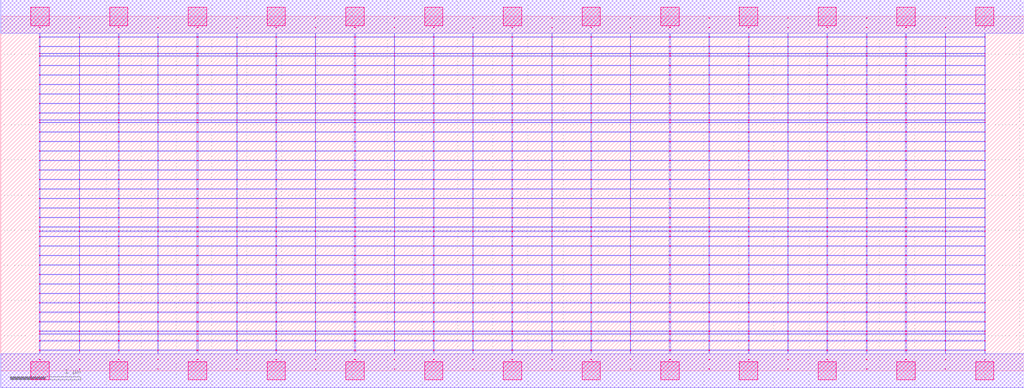
<source format=lef>
MACRO OOOAOAI33311_DEBUG
 CLASS CORE ;
 FOREIGN OOOAOAI33311_DEBUG 0 0 ;
 SIZE 14.56 BY 5.04 ;
 ORIGIN 0 0 ;
 SYMMETRY X Y R90 ;
 SITE unit ;

 OBS
    LAYER polycont ;
     RECT 7.27100000 2.58300000 7.28400000 2.59100000 ;
     RECT 7.27100000 2.71800000 7.28400000 2.72600000 ;
     RECT 7.27100000 2.85300000 7.28400000 2.86100000 ;
     RECT 7.27100000 2.98800000 7.28400000 2.99600000 ;
     RECT 9.51100000 2.58300000 9.52900000 2.59100000 ;
     RECT 10.07600000 2.58300000 10.08400000 2.59100000 ;
     RECT 10.63100000 2.58300000 10.64900000 2.59100000 ;
     RECT 11.19600000 2.58300000 11.20400000 2.59100000 ;
     RECT 11.75100000 2.58300000 11.76900000 2.59100000 ;
     RECT 12.31600000 2.58300000 12.32400000 2.59100000 ;
     RECT 12.87100000 2.58300000 12.88900000 2.59100000 ;
     RECT 13.43600000 2.58300000 13.44400000 2.59100000 ;
     RECT 13.99600000 2.58300000 14.00900000 2.59100000 ;
     RECT 7.83600000 2.58300000 7.84400000 2.59100000 ;
     RECT 7.83600000 2.71800000 7.84400000 2.72600000 ;
     RECT 8.39100000 2.71800000 8.40900000 2.72600000 ;
     RECT 8.95600000 2.71800000 8.96400000 2.72600000 ;
     RECT 9.51100000 2.71800000 9.52900000 2.72600000 ;
     RECT 10.07600000 2.71800000 10.08400000 2.72600000 ;
     RECT 10.63100000 2.71800000 10.64900000 2.72600000 ;
     RECT 11.19600000 2.71800000 11.20400000 2.72600000 ;
     RECT 11.75100000 2.71800000 11.76900000 2.72600000 ;
     RECT 12.31600000 2.71800000 12.32400000 2.72600000 ;
     RECT 12.87100000 2.71800000 12.88900000 2.72600000 ;
     RECT 13.43600000 2.71800000 13.44400000 2.72600000 ;
     RECT 13.99600000 2.71800000 14.00900000 2.72600000 ;
     RECT 8.39100000 2.58300000 8.40900000 2.59100000 ;
     RECT 7.83600000 2.85300000 7.84400000 2.86100000 ;
     RECT 8.39100000 2.85300000 8.40900000 2.86100000 ;
     RECT 8.95600000 2.85300000 8.96400000 2.86100000 ;
     RECT 9.51100000 2.85300000 9.52900000 2.86100000 ;
     RECT 10.07600000 2.85300000 10.08400000 2.86100000 ;
     RECT 10.63100000 2.85300000 10.64900000 2.86100000 ;
     RECT 11.19600000 2.85300000 11.20400000 2.86100000 ;
     RECT 11.75100000 2.85300000 11.76900000 2.86100000 ;
     RECT 12.31600000 2.85300000 12.32400000 2.86100000 ;
     RECT 12.87100000 2.85300000 12.88900000 2.86100000 ;
     RECT 13.43600000 2.85300000 13.44400000 2.86100000 ;
     RECT 13.99600000 2.85300000 14.00900000 2.86100000 ;
     RECT 8.95600000 2.58300000 8.96400000 2.59100000 ;
     RECT 7.83600000 2.98800000 7.84400000 2.99600000 ;
     RECT 8.39100000 2.98800000 8.40900000 2.99600000 ;
     RECT 8.95600000 2.98800000 8.96400000 2.99600000 ;
     RECT 9.51100000 2.98800000 9.52900000 2.99600000 ;
     RECT 10.07600000 2.98800000 10.08400000 2.99600000 ;
     RECT 10.63100000 2.98800000 10.64900000 2.99600000 ;
     RECT 11.19600000 2.98800000 11.20400000 2.99600000 ;
     RECT 11.75100000 2.98800000 11.76900000 2.99600000 ;
     RECT 12.31600000 2.98800000 12.32400000 2.99600000 ;
     RECT 12.87100000 2.98800000 12.88900000 2.99600000 ;
     RECT 13.43600000 2.98800000 13.44400000 2.99600000 ;
     RECT 13.99600000 2.98800000 14.00900000 2.99600000 ;
     RECT 1.67100000 2.85300000 1.68900000 2.86100000 ;
     RECT 2.23600000 2.85300000 2.24400000 2.86100000 ;
     RECT 2.79100000 2.85300000 2.80900000 2.86100000 ;
     RECT 3.35600000 2.85300000 3.36400000 2.86100000 ;
     RECT 3.91100000 2.85300000 3.92900000 2.86100000 ;
     RECT 4.47600000 2.85300000 4.48400000 2.86100000 ;
     RECT 5.03100000 2.85300000 5.04900000 2.86100000 ;
     RECT 5.59600000 2.85300000 5.60400000 2.86100000 ;
     RECT 6.15600000 2.85300000 6.16900000 2.86100000 ;
     RECT 6.71600000 2.85300000 6.72400000 2.86100000 ;
     RECT 1.11600000 2.71800000 1.12400000 2.72600000 ;
     RECT 1.67100000 2.71800000 1.68900000 2.72600000 ;
     RECT 2.23600000 2.71800000 2.24400000 2.72600000 ;
     RECT 2.79100000 2.71800000 2.80900000 2.72600000 ;
     RECT 3.35600000 2.71800000 3.36400000 2.72600000 ;
     RECT 3.91100000 2.71800000 3.92900000 2.72600000 ;
     RECT 4.47600000 2.71800000 4.48400000 2.72600000 ;
     RECT 5.03100000 2.71800000 5.04900000 2.72600000 ;
     RECT 5.59600000 2.71800000 5.60400000 2.72600000 ;
     RECT 6.15600000 2.71800000 6.16900000 2.72600000 ;
     RECT 6.71600000 2.71800000 6.72400000 2.72600000 ;
     RECT 1.11600000 2.58300000 1.12400000 2.59100000 ;
     RECT 1.67100000 2.58300000 1.68900000 2.59100000 ;
     RECT 0.55100000 2.98800000 0.56400000 2.99600000 ;
     RECT 1.11600000 2.98800000 1.12400000 2.99600000 ;
     RECT 1.67100000 2.98800000 1.68900000 2.99600000 ;
     RECT 2.23600000 2.98800000 2.24400000 2.99600000 ;
     RECT 2.79100000 2.98800000 2.80900000 2.99600000 ;
     RECT 3.35600000 2.98800000 3.36400000 2.99600000 ;
     RECT 3.91100000 2.98800000 3.92900000 2.99600000 ;
     RECT 4.47600000 2.98800000 4.48400000 2.99600000 ;
     RECT 5.03100000 2.98800000 5.04900000 2.99600000 ;
     RECT 5.59600000 2.98800000 5.60400000 2.99600000 ;
     RECT 6.15600000 2.98800000 6.16900000 2.99600000 ;
     RECT 6.71600000 2.98800000 6.72400000 2.99600000 ;
     RECT 2.23600000 2.58300000 2.24400000 2.59100000 ;
     RECT 2.79100000 2.58300000 2.80900000 2.59100000 ;
     RECT 3.35600000 2.58300000 3.36400000 2.59100000 ;
     RECT 3.91100000 2.58300000 3.92900000 2.59100000 ;
     RECT 4.47600000 2.58300000 4.48400000 2.59100000 ;
     RECT 5.03100000 2.58300000 5.04900000 2.59100000 ;
     RECT 5.59600000 2.58300000 5.60400000 2.59100000 ;
     RECT 6.15600000 2.58300000 6.16900000 2.59100000 ;
     RECT 6.71600000 2.58300000 6.72400000 2.59100000 ;
     RECT 0.55100000 2.58300000 0.56400000 2.59100000 ;
     RECT 0.55100000 2.71800000 0.56400000 2.72600000 ;
     RECT 0.55100000 2.85300000 0.56400000 2.86100000 ;
     RECT 1.11600000 2.85300000 1.12400000 2.86100000 ;
     RECT 6.71600000 3.12300000 6.72400000 3.13100000 ;
     RECT 6.71600000 3.25800000 6.72400000 3.26600000 ;
     RECT 6.71600000 3.39300000 6.72400000 3.40100000 ;
     RECT 6.71600000 3.52800000 6.72400000 3.53600000 ;
     RECT 6.71600000 3.56100000 6.72400000 3.56900000 ;
     RECT 6.71600000 3.66300000 6.72400000 3.67100000 ;
     RECT 6.71600000 3.79800000 6.72400000 3.80600000 ;
     RECT 6.71600000 3.93300000 6.72400000 3.94100000 ;
     RECT 6.71600000 4.06800000 6.72400000 4.07600000 ;
     RECT 6.71600000 4.20300000 6.72400000 4.21100000 ;
     RECT 6.71600000 4.33800000 6.72400000 4.34600000 ;
     RECT 6.71600000 4.47300000 6.72400000 4.48100000 ;
     RECT 6.71600000 4.51100000 6.72400000 4.51900000 ;
     RECT 6.71600000 4.60800000 6.72400000 4.61600000 ;
     RECT 6.71600000 4.74300000 6.72400000 4.75100000 ;
     RECT 6.71600000 4.87800000 6.72400000 4.88600000 ;
     RECT 3.35600000 2.04300000 3.36400000 2.05100000 ;
     RECT 3.35600000 2.17800000 3.36400000 2.18600000 ;
     RECT 3.35600000 2.31300000 3.36400000 2.32100000 ;
     RECT 3.35600000 2.44800000 3.36400000 2.45600000 ;
     RECT 3.35600000 0.15300000 3.36400000 0.16100000 ;
     RECT 3.35600000 0.28800000 3.36400000 0.29600000 ;
     RECT 3.35600000 0.42300000 3.36400000 0.43100000 ;
     RECT 3.35600000 0.52100000 3.36400000 0.52900000 ;
     RECT 3.35600000 0.55800000 3.36400000 0.56600000 ;
     RECT 3.35600000 0.69300000 3.36400000 0.70100000 ;
     RECT 3.35600000 0.82800000 3.36400000 0.83600000 ;
     RECT 3.35600000 0.96300000 3.36400000 0.97100000 ;
     RECT 3.35600000 1.09800000 3.36400000 1.10600000 ;
     RECT 3.35600000 1.23300000 3.36400000 1.24100000 ;
     RECT 3.35600000 1.36800000 3.36400000 1.37600000 ;
     RECT 3.35600000 1.50300000 3.36400000 1.51100000 ;
     RECT 3.35600000 1.63800000 3.36400000 1.64600000 ;
     RECT 3.35600000 1.77300000 3.36400000 1.78100000 ;
     RECT 3.35600000 1.90800000 3.36400000 1.91600000 ;
     RECT 3.35600000 1.98100000 3.36400000 1.98900000 ;

    LAYER pdiffc ;
     RECT 0.55100000 3.39300000 0.55900000 3.40100000 ;
     RECT 6.16100000 3.39300000 6.16900000 3.40100000 ;
     RECT 7.27100000 3.39300000 7.27900000 3.40100000 ;
     RECT 14.00100000 3.39300000 14.00900000 3.40100000 ;
     RECT 0.55100000 3.52800000 0.55900000 3.53600000 ;
     RECT 6.16100000 3.52800000 6.16900000 3.53600000 ;
     RECT 7.27100000 3.52800000 7.27900000 3.53600000 ;
     RECT 14.00100000 3.52800000 14.00900000 3.53600000 ;
     RECT 0.55100000 3.56100000 0.55900000 3.56900000 ;
     RECT 6.16100000 3.56100000 6.16900000 3.56900000 ;
     RECT 7.27100000 3.56100000 7.27900000 3.56900000 ;
     RECT 14.00100000 3.56100000 14.00900000 3.56900000 ;
     RECT 0.55100000 3.66300000 0.55900000 3.67100000 ;
     RECT 6.16100000 3.66300000 6.16900000 3.67100000 ;
     RECT 7.27100000 3.66300000 7.27900000 3.67100000 ;
     RECT 14.00100000 3.66300000 14.00900000 3.67100000 ;
     RECT 0.55100000 3.79800000 0.55900000 3.80600000 ;
     RECT 6.16100000 3.79800000 6.16900000 3.80600000 ;
     RECT 7.27100000 3.79800000 7.27900000 3.80600000 ;
     RECT 14.00100000 3.79800000 14.00900000 3.80600000 ;
     RECT 0.55100000 3.93300000 0.55900000 3.94100000 ;
     RECT 6.16100000 3.93300000 6.16900000 3.94100000 ;
     RECT 7.27100000 3.93300000 7.27900000 3.94100000 ;
     RECT 14.00100000 3.93300000 14.00900000 3.94100000 ;
     RECT 0.55100000 4.06800000 0.55900000 4.07600000 ;
     RECT 6.16100000 4.06800000 6.16900000 4.07600000 ;
     RECT 7.27100000 4.06800000 7.27900000 4.07600000 ;
     RECT 14.00100000 4.06800000 14.00900000 4.07600000 ;
     RECT 0.55100000 4.20300000 0.55900000 4.21100000 ;
     RECT 6.16100000 4.20300000 6.16900000 4.21100000 ;
     RECT 7.27100000 4.20300000 7.27900000 4.21100000 ;
     RECT 14.00100000 4.20300000 14.00900000 4.21100000 ;
     RECT 0.55100000 4.33800000 0.55900000 4.34600000 ;
     RECT 6.16100000 4.33800000 6.16900000 4.34600000 ;
     RECT 7.27100000 4.33800000 7.27900000 4.34600000 ;
     RECT 14.00100000 4.33800000 14.00900000 4.34600000 ;
     RECT 0.55100000 4.47300000 0.55900000 4.48100000 ;
     RECT 6.16100000 4.47300000 6.16900000 4.48100000 ;
     RECT 7.27100000 4.47300000 7.27900000 4.48100000 ;
     RECT 14.00100000 4.47300000 14.00900000 4.48100000 ;
     RECT 0.55100000 4.51100000 0.55900000 4.51900000 ;
     RECT 6.16100000 4.51100000 6.16900000 4.51900000 ;
     RECT 7.27100000 4.51100000 7.27900000 4.51900000 ;
     RECT 14.00100000 4.51100000 14.00900000 4.51900000 ;
     RECT 0.55100000 4.60800000 0.55900000 4.61600000 ;
     RECT 6.16100000 4.60800000 6.16900000 4.61600000 ;
     RECT 7.27100000 4.60800000 7.27900000 4.61600000 ;
     RECT 14.00100000 4.60800000 14.00900000 4.61600000 ;

    LAYER ndiffc ;
     RECT 7.27100000 0.42300000 7.28400000 0.43100000 ;
     RECT 7.27100000 0.52100000 7.28400000 0.52900000 ;
     RECT 7.27100000 0.55800000 7.28400000 0.56600000 ;
     RECT 7.27100000 0.69300000 7.28400000 0.70100000 ;
     RECT 7.27100000 0.82800000 7.28400000 0.83600000 ;
     RECT 7.27100000 0.96300000 7.28400000 0.97100000 ;
     RECT 7.27100000 1.09800000 7.28400000 1.10600000 ;
     RECT 7.27100000 1.23300000 7.28400000 1.24100000 ;
     RECT 7.27100000 1.36800000 7.28400000 1.37600000 ;
     RECT 7.27100000 1.50300000 7.28400000 1.51100000 ;
     RECT 7.27100000 1.63800000 7.28400000 1.64600000 ;
     RECT 7.27100000 1.77300000 7.28400000 1.78100000 ;
     RECT 7.27100000 1.90800000 7.28400000 1.91600000 ;
     RECT 7.27100000 1.98100000 7.28400000 1.98900000 ;
     RECT 7.27100000 2.04300000 7.28400000 2.05100000 ;
     RECT 8.39100000 0.55800000 8.40900000 0.56600000 ;
     RECT 9.51100000 0.55800000 9.52900000 0.56600000 ;
     RECT 10.63100000 0.55800000 10.64900000 0.56600000 ;
     RECT 11.75100000 0.55800000 11.76900000 0.56600000 ;
     RECT 12.87100000 0.55800000 12.88900000 0.56600000 ;
     RECT 13.99600000 0.55800000 14.00900000 0.56600000 ;
     RECT 10.63100000 0.42300000 10.64900000 0.43100000 ;
     RECT 8.39100000 0.69300000 8.40900000 0.70100000 ;
     RECT 9.51100000 0.69300000 9.52900000 0.70100000 ;
     RECT 10.63100000 0.69300000 10.64900000 0.70100000 ;
     RECT 11.75100000 0.69300000 11.76900000 0.70100000 ;
     RECT 12.87100000 0.69300000 12.88900000 0.70100000 ;
     RECT 13.99600000 0.69300000 14.00900000 0.70100000 ;
     RECT 11.75100000 0.42300000 11.76900000 0.43100000 ;
     RECT 8.39100000 0.82800000 8.40900000 0.83600000 ;
     RECT 9.51100000 0.82800000 9.52900000 0.83600000 ;
     RECT 10.63100000 0.82800000 10.64900000 0.83600000 ;
     RECT 11.75100000 0.82800000 11.76900000 0.83600000 ;
     RECT 12.87100000 0.82800000 12.88900000 0.83600000 ;
     RECT 13.99600000 0.82800000 14.00900000 0.83600000 ;
     RECT 12.87100000 0.42300000 12.88900000 0.43100000 ;
     RECT 8.39100000 0.96300000 8.40900000 0.97100000 ;
     RECT 9.51100000 0.96300000 9.52900000 0.97100000 ;
     RECT 10.63100000 0.96300000 10.64900000 0.97100000 ;
     RECT 11.75100000 0.96300000 11.76900000 0.97100000 ;
     RECT 12.87100000 0.96300000 12.88900000 0.97100000 ;
     RECT 13.99600000 0.96300000 14.00900000 0.97100000 ;
     RECT 13.99600000 0.42300000 14.00900000 0.43100000 ;
     RECT 8.39100000 1.09800000 8.40900000 1.10600000 ;
     RECT 9.51100000 1.09800000 9.52900000 1.10600000 ;
     RECT 10.63100000 1.09800000 10.64900000 1.10600000 ;
     RECT 11.75100000 1.09800000 11.76900000 1.10600000 ;
     RECT 12.87100000 1.09800000 12.88900000 1.10600000 ;
     RECT 13.99600000 1.09800000 14.00900000 1.10600000 ;
     RECT 8.39100000 0.42300000 8.40900000 0.43100000 ;
     RECT 8.39100000 1.23300000 8.40900000 1.24100000 ;
     RECT 9.51100000 1.23300000 9.52900000 1.24100000 ;
     RECT 10.63100000 1.23300000 10.64900000 1.24100000 ;
     RECT 11.75100000 1.23300000 11.76900000 1.24100000 ;
     RECT 12.87100000 1.23300000 12.88900000 1.24100000 ;
     RECT 13.99600000 1.23300000 14.00900000 1.24100000 ;
     RECT 8.39100000 0.52100000 8.40900000 0.52900000 ;
     RECT 8.39100000 1.36800000 8.40900000 1.37600000 ;
     RECT 9.51100000 1.36800000 9.52900000 1.37600000 ;
     RECT 10.63100000 1.36800000 10.64900000 1.37600000 ;
     RECT 11.75100000 1.36800000 11.76900000 1.37600000 ;
     RECT 12.87100000 1.36800000 12.88900000 1.37600000 ;
     RECT 13.99600000 1.36800000 14.00900000 1.37600000 ;
     RECT 9.51100000 0.52100000 9.52900000 0.52900000 ;
     RECT 8.39100000 1.50300000 8.40900000 1.51100000 ;
     RECT 9.51100000 1.50300000 9.52900000 1.51100000 ;
     RECT 10.63100000 1.50300000 10.64900000 1.51100000 ;
     RECT 11.75100000 1.50300000 11.76900000 1.51100000 ;
     RECT 12.87100000 1.50300000 12.88900000 1.51100000 ;
     RECT 13.99600000 1.50300000 14.00900000 1.51100000 ;
     RECT 10.63100000 0.52100000 10.64900000 0.52900000 ;
     RECT 8.39100000 1.63800000 8.40900000 1.64600000 ;
     RECT 9.51100000 1.63800000 9.52900000 1.64600000 ;
     RECT 10.63100000 1.63800000 10.64900000 1.64600000 ;
     RECT 11.75100000 1.63800000 11.76900000 1.64600000 ;
     RECT 12.87100000 1.63800000 12.88900000 1.64600000 ;
     RECT 13.99600000 1.63800000 14.00900000 1.64600000 ;
     RECT 11.75100000 0.52100000 11.76900000 0.52900000 ;
     RECT 8.39100000 1.77300000 8.40900000 1.78100000 ;
     RECT 9.51100000 1.77300000 9.52900000 1.78100000 ;
     RECT 10.63100000 1.77300000 10.64900000 1.78100000 ;
     RECT 11.75100000 1.77300000 11.76900000 1.78100000 ;
     RECT 12.87100000 1.77300000 12.88900000 1.78100000 ;
     RECT 13.99600000 1.77300000 14.00900000 1.78100000 ;
     RECT 12.87100000 0.52100000 12.88900000 0.52900000 ;
     RECT 8.39100000 1.90800000 8.40900000 1.91600000 ;
     RECT 9.51100000 1.90800000 9.52900000 1.91600000 ;
     RECT 10.63100000 1.90800000 10.64900000 1.91600000 ;
     RECT 11.75100000 1.90800000 11.76900000 1.91600000 ;
     RECT 12.87100000 1.90800000 12.88900000 1.91600000 ;
     RECT 13.99600000 1.90800000 14.00900000 1.91600000 ;
     RECT 13.99600000 0.52100000 14.00900000 0.52900000 ;
     RECT 8.39100000 1.98100000 8.40900000 1.98900000 ;
     RECT 9.51100000 1.98100000 9.52900000 1.98900000 ;
     RECT 10.63100000 1.98100000 10.64900000 1.98900000 ;
     RECT 11.75100000 1.98100000 11.76900000 1.98900000 ;
     RECT 12.87100000 1.98100000 12.88900000 1.98900000 ;
     RECT 13.99600000 1.98100000 14.00900000 1.98900000 ;
     RECT 9.51100000 0.42300000 9.52900000 0.43100000 ;
     RECT 8.39100000 2.04300000 8.40900000 2.05100000 ;
     RECT 9.51100000 2.04300000 9.52900000 2.05100000 ;
     RECT 10.63100000 2.04300000 10.64900000 2.05100000 ;
     RECT 11.75100000 2.04300000 11.76900000 2.05100000 ;
     RECT 12.87100000 2.04300000 12.88900000 2.05100000 ;
     RECT 13.99600000 2.04300000 14.00900000 2.05100000 ;
     RECT 1.67100000 1.36800000 1.68900000 1.37600000 ;
     RECT 2.79100000 1.36800000 2.80900000 1.37600000 ;
     RECT 3.91100000 1.36800000 3.92900000 1.37600000 ;
     RECT 5.03100000 1.36800000 5.04900000 1.37600000 ;
     RECT 6.15600000 1.36800000 6.16900000 1.37600000 ;
     RECT 5.03100000 0.82800000 5.04900000 0.83600000 ;
     RECT 6.15600000 0.82800000 6.16900000 0.83600000 ;
     RECT 2.79100000 0.55800000 2.80900000 0.56600000 ;
     RECT 3.91100000 0.55800000 3.92900000 0.56600000 ;
     RECT 5.03100000 0.55800000 5.04900000 0.56600000 ;
     RECT 6.15600000 0.55800000 6.16900000 0.56600000 ;
     RECT 1.67100000 0.52100000 1.68900000 0.52900000 ;
     RECT 0.55100000 1.50300000 0.56400000 1.51100000 ;
     RECT 1.67100000 1.50300000 1.68900000 1.51100000 ;
     RECT 2.79100000 1.50300000 2.80900000 1.51100000 ;
     RECT 3.91100000 1.50300000 3.92900000 1.51100000 ;
     RECT 5.03100000 1.50300000 5.04900000 1.51100000 ;
     RECT 6.15600000 1.50300000 6.16900000 1.51100000 ;
     RECT 2.79100000 0.52100000 2.80900000 0.52900000 ;
     RECT 3.91100000 0.52100000 3.92900000 0.52900000 ;
     RECT 0.55100000 0.96300000 0.56400000 0.97100000 ;
     RECT 1.67100000 0.96300000 1.68900000 0.97100000 ;
     RECT 2.79100000 0.96300000 2.80900000 0.97100000 ;
     RECT 3.91100000 0.96300000 3.92900000 0.97100000 ;
     RECT 5.03100000 0.96300000 5.04900000 0.97100000 ;
     RECT 0.55100000 1.63800000 0.56400000 1.64600000 ;
     RECT 1.67100000 1.63800000 1.68900000 1.64600000 ;
     RECT 2.79100000 1.63800000 2.80900000 1.64600000 ;
     RECT 3.91100000 1.63800000 3.92900000 1.64600000 ;
     RECT 5.03100000 1.63800000 5.04900000 1.64600000 ;
     RECT 6.15600000 1.63800000 6.16900000 1.64600000 ;
     RECT 6.15600000 0.96300000 6.16900000 0.97100000 ;
     RECT 5.03100000 0.52100000 5.04900000 0.52900000 ;
     RECT 6.15600000 0.52100000 6.16900000 0.52900000 ;
     RECT 1.67100000 0.42300000 1.68900000 0.43100000 ;
     RECT 2.79100000 0.42300000 2.80900000 0.43100000 ;
     RECT 0.55100000 0.69300000 0.56400000 0.70100000 ;
     RECT 1.67100000 0.69300000 1.68900000 0.70100000 ;
     RECT 0.55100000 1.77300000 0.56400000 1.78100000 ;
     RECT 1.67100000 1.77300000 1.68900000 1.78100000 ;
     RECT 2.79100000 1.77300000 2.80900000 1.78100000 ;
     RECT 3.91100000 1.77300000 3.92900000 1.78100000 ;
     RECT 5.03100000 1.77300000 5.04900000 1.78100000 ;
     RECT 6.15600000 1.77300000 6.16900000 1.78100000 ;
     RECT 2.79100000 0.69300000 2.80900000 0.70100000 ;
     RECT 0.55100000 1.09800000 0.56400000 1.10600000 ;
     RECT 1.67100000 1.09800000 1.68900000 1.10600000 ;
     RECT 2.79100000 1.09800000 2.80900000 1.10600000 ;
     RECT 3.91100000 1.09800000 3.92900000 1.10600000 ;
     RECT 5.03100000 1.09800000 5.04900000 1.10600000 ;
     RECT 6.15600000 1.09800000 6.16900000 1.10600000 ;
     RECT 0.55100000 1.90800000 0.56400000 1.91600000 ;
     RECT 1.67100000 1.90800000 1.68900000 1.91600000 ;
     RECT 2.79100000 1.90800000 2.80900000 1.91600000 ;
     RECT 3.91100000 1.90800000 3.92900000 1.91600000 ;
     RECT 5.03100000 1.90800000 5.04900000 1.91600000 ;
     RECT 6.15600000 1.90800000 6.16900000 1.91600000 ;
     RECT 3.91100000 0.69300000 3.92900000 0.70100000 ;
     RECT 5.03100000 0.69300000 5.04900000 0.70100000 ;
     RECT 6.15600000 0.69300000 6.16900000 0.70100000 ;
     RECT 3.91100000 0.42300000 3.92900000 0.43100000 ;
     RECT 5.03100000 0.42300000 5.04900000 0.43100000 ;
     RECT 6.15600000 0.42300000 6.16900000 0.43100000 ;
     RECT 0.55100000 0.42300000 0.56400000 0.43100000 ;
     RECT 0.55100000 1.98100000 0.56400000 1.98900000 ;
     RECT 1.67100000 1.98100000 1.68900000 1.98900000 ;
     RECT 2.79100000 1.98100000 2.80900000 1.98900000 ;
     RECT 3.91100000 1.98100000 3.92900000 1.98900000 ;
     RECT 5.03100000 1.98100000 5.04900000 1.98900000 ;
     RECT 6.15600000 1.98100000 6.16900000 1.98900000 ;
     RECT 0.55100000 1.23300000 0.56400000 1.24100000 ;
     RECT 1.67100000 1.23300000 1.68900000 1.24100000 ;
     RECT 2.79100000 1.23300000 2.80900000 1.24100000 ;
     RECT 3.91100000 1.23300000 3.92900000 1.24100000 ;
     RECT 5.03100000 1.23300000 5.04900000 1.24100000 ;
     RECT 6.15600000 1.23300000 6.16900000 1.24100000 ;
     RECT 0.55100000 0.52100000 0.56400000 0.52900000 ;
     RECT 0.55100000 2.04300000 0.56400000 2.05100000 ;
     RECT 1.67100000 2.04300000 1.68900000 2.05100000 ;
     RECT 2.79100000 2.04300000 2.80900000 2.05100000 ;
     RECT 3.91100000 2.04300000 3.92900000 2.05100000 ;
     RECT 5.03100000 2.04300000 5.04900000 2.05100000 ;
     RECT 6.15600000 2.04300000 6.16900000 2.05100000 ;
     RECT 0.55100000 0.55800000 0.56400000 0.56600000 ;
     RECT 1.67100000 0.55800000 1.68900000 0.56600000 ;
     RECT 0.55100000 0.82800000 0.56400000 0.83600000 ;
     RECT 1.67100000 0.82800000 1.68900000 0.83600000 ;
     RECT 2.79100000 0.82800000 2.80900000 0.83600000 ;
     RECT 3.91100000 0.82800000 3.92900000 0.83600000 ;
     RECT 0.55100000 1.36800000 0.56400000 1.37600000 ;

    LAYER met1 ;
     RECT 0.00000000 -0.24000000 14.56000000 0.24000000 ;
     RECT 7.27100000 0.24000000 7.28400000 0.28800000 ;
     RECT 0.55100000 0.28800000 14.00900000 0.29600000 ;
     RECT 7.27100000 0.29600000 7.28400000 0.42300000 ;
     RECT 0.55100000 0.42300000 14.00900000 0.43100000 ;
     RECT 7.27100000 0.43100000 7.28400000 0.52100000 ;
     RECT 0.55100000 0.52100000 14.00900000 0.52900000 ;
     RECT 7.27100000 0.52900000 7.28400000 0.55800000 ;
     RECT 0.55100000 0.55800000 14.00900000 0.56600000 ;
     RECT 7.27100000 0.56600000 7.28400000 0.69300000 ;
     RECT 0.55100000 0.69300000 14.00900000 0.70100000 ;
     RECT 7.27100000 0.70100000 7.28400000 0.82800000 ;
     RECT 0.55100000 0.82800000 14.00900000 0.83600000 ;
     RECT 7.27100000 0.83600000 7.28400000 0.96300000 ;
     RECT 0.55100000 0.96300000 14.00900000 0.97100000 ;
     RECT 7.27100000 0.97100000 7.28400000 1.09800000 ;
     RECT 0.55100000 1.09800000 14.00900000 1.10600000 ;
     RECT 7.27100000 1.10600000 7.28400000 1.23300000 ;
     RECT 0.55100000 1.23300000 14.00900000 1.24100000 ;
     RECT 7.27100000 1.24100000 7.28400000 1.36800000 ;
     RECT 0.55100000 1.36800000 14.00900000 1.37600000 ;
     RECT 7.27100000 1.37600000 7.28400000 1.50300000 ;
     RECT 0.55100000 1.50300000 14.00900000 1.51100000 ;
     RECT 7.27100000 1.51100000 7.28400000 1.63800000 ;
     RECT 0.55100000 1.63800000 14.00900000 1.64600000 ;
     RECT 7.27100000 1.64600000 7.28400000 1.77300000 ;
     RECT 0.55100000 1.77300000 14.00900000 1.78100000 ;
     RECT 7.27100000 1.78100000 7.28400000 1.90800000 ;
     RECT 0.55100000 1.90800000 14.00900000 1.91600000 ;
     RECT 7.27100000 1.91600000 7.28400000 1.98100000 ;
     RECT 0.55100000 1.98100000 14.00900000 1.98900000 ;
     RECT 7.27100000 1.98900000 7.28400000 2.04300000 ;
     RECT 0.55100000 2.04300000 14.00900000 2.05100000 ;
     RECT 7.27100000 2.05100000 7.28400000 2.17800000 ;
     RECT 0.55100000 2.17800000 14.00900000 2.18600000 ;
     RECT 7.27100000 2.18600000 7.28400000 2.31300000 ;
     RECT 0.55100000 2.31300000 14.00900000 2.32100000 ;
     RECT 7.27100000 2.32100000 7.28400000 2.44800000 ;
     RECT 0.55100000 2.44800000 14.00900000 2.45600000 ;
     RECT 0.55100000 2.45600000 0.56400000 2.58300000 ;
     RECT 1.11600000 2.45600000 1.12400000 2.58300000 ;
     RECT 1.67100000 2.45600000 1.68900000 2.58300000 ;
     RECT 2.23600000 2.45600000 2.24400000 2.58300000 ;
     RECT 2.79100000 2.45600000 2.80900000 2.58300000 ;
     RECT 3.35600000 2.45600000 3.36400000 2.58300000 ;
     RECT 3.91100000 2.45600000 3.92900000 2.58300000 ;
     RECT 4.47600000 2.45600000 4.48400000 2.58300000 ;
     RECT 5.03100000 2.45600000 5.04900000 2.58300000 ;
     RECT 5.59600000 2.45600000 5.60400000 2.58300000 ;
     RECT 6.15600000 2.45600000 6.16900000 2.58300000 ;
     RECT 6.71600000 2.45600000 6.72400000 2.58300000 ;
     RECT 7.27100000 2.45600000 7.28400000 2.58300000 ;
     RECT 7.83600000 2.45600000 7.84400000 2.58300000 ;
     RECT 8.39100000 2.45600000 8.40900000 2.58300000 ;
     RECT 8.95600000 2.45600000 8.96400000 2.58300000 ;
     RECT 9.51100000 2.45600000 9.52900000 2.58300000 ;
     RECT 10.07600000 2.45600000 10.08400000 2.58300000 ;
     RECT 10.63100000 2.45600000 10.64900000 2.58300000 ;
     RECT 11.19600000 2.45600000 11.20400000 2.58300000 ;
     RECT 11.75100000 2.45600000 11.76900000 2.58300000 ;
     RECT 12.31600000 2.45600000 12.32400000 2.58300000 ;
     RECT 12.87100000 2.45600000 12.88900000 2.58300000 ;
     RECT 13.43600000 2.45600000 13.44400000 2.58300000 ;
     RECT 13.99600000 2.45600000 14.00900000 2.58300000 ;
     RECT 0.55100000 2.58300000 14.00900000 2.59100000 ;
     RECT 7.27100000 2.59100000 7.28400000 2.71800000 ;
     RECT 0.55100000 2.71800000 14.00900000 2.72600000 ;
     RECT 7.27100000 2.72600000 7.28400000 2.85300000 ;
     RECT 0.55100000 2.85300000 14.00900000 2.86100000 ;
     RECT 7.27100000 2.86100000 7.28400000 2.98800000 ;
     RECT 0.55100000 2.98800000 14.00900000 2.99600000 ;
     RECT 7.27100000 2.99600000 7.28400000 3.12300000 ;
     RECT 0.55100000 3.12300000 14.00900000 3.13100000 ;
     RECT 7.27100000 3.13100000 7.28400000 3.25800000 ;
     RECT 0.55100000 3.25800000 14.00900000 3.26600000 ;
     RECT 7.27100000 3.26600000 7.28400000 3.39300000 ;
     RECT 0.55100000 3.39300000 14.00900000 3.40100000 ;
     RECT 7.27100000 3.40100000 7.28400000 3.52800000 ;
     RECT 0.55100000 3.52800000 14.00900000 3.53600000 ;
     RECT 7.27100000 3.53600000 7.28400000 3.56100000 ;
     RECT 0.55100000 3.56100000 14.00900000 3.56900000 ;
     RECT 7.27100000 3.56900000 7.28400000 3.66300000 ;
     RECT 0.55100000 3.66300000 14.00900000 3.67100000 ;
     RECT 7.27100000 3.67100000 7.28400000 3.79800000 ;
     RECT 0.55100000 3.79800000 14.00900000 3.80600000 ;
     RECT 7.27100000 3.80600000 7.28400000 3.93300000 ;
     RECT 0.55100000 3.93300000 14.00900000 3.94100000 ;
     RECT 7.27100000 3.94100000 7.28400000 4.06800000 ;
     RECT 0.55100000 4.06800000 14.00900000 4.07600000 ;
     RECT 7.27100000 4.07600000 7.28400000 4.20300000 ;
     RECT 0.55100000 4.20300000 14.00900000 4.21100000 ;
     RECT 7.27100000 4.21100000 7.28400000 4.33800000 ;
     RECT 0.55100000 4.33800000 14.00900000 4.34600000 ;
     RECT 7.27100000 4.34600000 7.28400000 4.47300000 ;
     RECT 0.55100000 4.47300000 14.00900000 4.48100000 ;
     RECT 7.27100000 4.48100000 7.28400000 4.51100000 ;
     RECT 0.55100000 4.51100000 14.00900000 4.51900000 ;
     RECT 7.27100000 4.51900000 7.28400000 4.60800000 ;
     RECT 0.55100000 4.60800000 14.00900000 4.61600000 ;
     RECT 7.27100000 4.61600000 7.28400000 4.74300000 ;
     RECT 0.55100000 4.74300000 14.00900000 4.75100000 ;
     RECT 7.27100000 4.75100000 7.28400000 4.80000000 ;
     RECT 0.00000000 4.80000000 14.56000000 5.28000000 ;
     RECT 7.83600000 3.80600000 7.84400000 3.93300000 ;
     RECT 8.39100000 3.80600000 8.40900000 3.93300000 ;
     RECT 8.95600000 3.80600000 8.96400000 3.93300000 ;
     RECT 9.51100000 3.80600000 9.52900000 3.93300000 ;
     RECT 10.07600000 3.80600000 10.08400000 3.93300000 ;
     RECT 10.63100000 3.80600000 10.64900000 3.93300000 ;
     RECT 11.19600000 3.80600000 11.20400000 3.93300000 ;
     RECT 11.75100000 3.80600000 11.76900000 3.93300000 ;
     RECT 12.31600000 3.80600000 12.32400000 3.93300000 ;
     RECT 12.87100000 3.80600000 12.88900000 3.93300000 ;
     RECT 13.43600000 3.80600000 13.44400000 3.93300000 ;
     RECT 13.99600000 3.80600000 14.00900000 3.93300000 ;
     RECT 11.19600000 3.94100000 11.20400000 4.06800000 ;
     RECT 11.75100000 3.94100000 11.76900000 4.06800000 ;
     RECT 12.31600000 3.94100000 12.32400000 4.06800000 ;
     RECT 12.87100000 3.94100000 12.88900000 4.06800000 ;
     RECT 13.43600000 3.94100000 13.44400000 4.06800000 ;
     RECT 13.99600000 3.94100000 14.00900000 4.06800000 ;
     RECT 11.19600000 4.07600000 11.20400000 4.20300000 ;
     RECT 11.75100000 4.07600000 11.76900000 4.20300000 ;
     RECT 12.31600000 4.07600000 12.32400000 4.20300000 ;
     RECT 12.87100000 4.07600000 12.88900000 4.20300000 ;
     RECT 13.43600000 4.07600000 13.44400000 4.20300000 ;
     RECT 13.99600000 4.07600000 14.00900000 4.20300000 ;
     RECT 11.19600000 4.21100000 11.20400000 4.33800000 ;
     RECT 11.75100000 4.21100000 11.76900000 4.33800000 ;
     RECT 12.31600000 4.21100000 12.32400000 4.33800000 ;
     RECT 12.87100000 4.21100000 12.88900000 4.33800000 ;
     RECT 13.43600000 4.21100000 13.44400000 4.33800000 ;
     RECT 13.99600000 4.21100000 14.00900000 4.33800000 ;
     RECT 11.19600000 4.34600000 11.20400000 4.47300000 ;
     RECT 11.75100000 4.34600000 11.76900000 4.47300000 ;
     RECT 12.31600000 4.34600000 12.32400000 4.47300000 ;
     RECT 12.87100000 4.34600000 12.88900000 4.47300000 ;
     RECT 13.43600000 4.34600000 13.44400000 4.47300000 ;
     RECT 13.99600000 4.34600000 14.00900000 4.47300000 ;
     RECT 11.19600000 4.48100000 11.20400000 4.51100000 ;
     RECT 11.75100000 4.48100000 11.76900000 4.51100000 ;
     RECT 12.31600000 4.48100000 12.32400000 4.51100000 ;
     RECT 12.87100000 4.48100000 12.88900000 4.51100000 ;
     RECT 13.43600000 4.48100000 13.44400000 4.51100000 ;
     RECT 13.99600000 4.48100000 14.00900000 4.51100000 ;
     RECT 11.19600000 4.51900000 11.20400000 4.60800000 ;
     RECT 11.75100000 4.51900000 11.76900000 4.60800000 ;
     RECT 12.31600000 4.51900000 12.32400000 4.60800000 ;
     RECT 12.87100000 4.51900000 12.88900000 4.60800000 ;
     RECT 13.43600000 4.51900000 13.44400000 4.60800000 ;
     RECT 13.99600000 4.51900000 14.00900000 4.60800000 ;
     RECT 11.19600000 4.61600000 11.20400000 4.74300000 ;
     RECT 11.75100000 4.61600000 11.76900000 4.74300000 ;
     RECT 12.31600000 4.61600000 12.32400000 4.74300000 ;
     RECT 12.87100000 4.61600000 12.88900000 4.74300000 ;
     RECT 13.43600000 4.61600000 13.44400000 4.74300000 ;
     RECT 13.99600000 4.61600000 14.00900000 4.74300000 ;
     RECT 11.19600000 4.75100000 11.20400000 4.80000000 ;
     RECT 11.75100000 4.75100000 11.76900000 4.80000000 ;
     RECT 12.31600000 4.75100000 12.32400000 4.80000000 ;
     RECT 12.87100000 4.75100000 12.88900000 4.80000000 ;
     RECT 13.43600000 4.75100000 13.44400000 4.80000000 ;
     RECT 13.99600000 4.75100000 14.00900000 4.80000000 ;
     RECT 7.83600000 4.48100000 7.84400000 4.51100000 ;
     RECT 8.39100000 4.48100000 8.40900000 4.51100000 ;
     RECT 8.95600000 4.48100000 8.96400000 4.51100000 ;
     RECT 9.51100000 4.48100000 9.52900000 4.51100000 ;
     RECT 10.07600000 4.48100000 10.08400000 4.51100000 ;
     RECT 10.63100000 4.48100000 10.64900000 4.51100000 ;
     RECT 7.83600000 4.21100000 7.84400000 4.33800000 ;
     RECT 8.39100000 4.21100000 8.40900000 4.33800000 ;
     RECT 8.95600000 4.21100000 8.96400000 4.33800000 ;
     RECT 9.51100000 4.21100000 9.52900000 4.33800000 ;
     RECT 10.07600000 4.21100000 10.08400000 4.33800000 ;
     RECT 10.63100000 4.21100000 10.64900000 4.33800000 ;
     RECT 7.83600000 4.51900000 7.84400000 4.60800000 ;
     RECT 8.39100000 4.51900000 8.40900000 4.60800000 ;
     RECT 8.95600000 4.51900000 8.96400000 4.60800000 ;
     RECT 9.51100000 4.51900000 9.52900000 4.60800000 ;
     RECT 10.07600000 4.51900000 10.08400000 4.60800000 ;
     RECT 10.63100000 4.51900000 10.64900000 4.60800000 ;
     RECT 7.83600000 4.07600000 7.84400000 4.20300000 ;
     RECT 8.39100000 4.07600000 8.40900000 4.20300000 ;
     RECT 8.95600000 4.07600000 8.96400000 4.20300000 ;
     RECT 9.51100000 4.07600000 9.52900000 4.20300000 ;
     RECT 10.07600000 4.07600000 10.08400000 4.20300000 ;
     RECT 10.63100000 4.07600000 10.64900000 4.20300000 ;
     RECT 7.83600000 4.61600000 7.84400000 4.74300000 ;
     RECT 8.39100000 4.61600000 8.40900000 4.74300000 ;
     RECT 8.95600000 4.61600000 8.96400000 4.74300000 ;
     RECT 9.51100000 4.61600000 9.52900000 4.74300000 ;
     RECT 10.07600000 4.61600000 10.08400000 4.74300000 ;
     RECT 10.63100000 4.61600000 10.64900000 4.74300000 ;
     RECT 7.83600000 4.34600000 7.84400000 4.47300000 ;
     RECT 8.39100000 4.34600000 8.40900000 4.47300000 ;
     RECT 8.95600000 4.34600000 8.96400000 4.47300000 ;
     RECT 9.51100000 4.34600000 9.52900000 4.47300000 ;
     RECT 10.07600000 4.34600000 10.08400000 4.47300000 ;
     RECT 10.63100000 4.34600000 10.64900000 4.47300000 ;
     RECT 7.83600000 4.75100000 7.84400000 4.80000000 ;
     RECT 8.39100000 4.75100000 8.40900000 4.80000000 ;
     RECT 8.95600000 4.75100000 8.96400000 4.80000000 ;
     RECT 9.51100000 4.75100000 9.52900000 4.80000000 ;
     RECT 10.07600000 4.75100000 10.08400000 4.80000000 ;
     RECT 10.63100000 4.75100000 10.64900000 4.80000000 ;
     RECT 7.83600000 3.94100000 7.84400000 4.06800000 ;
     RECT 8.39100000 3.94100000 8.40900000 4.06800000 ;
     RECT 8.95600000 3.94100000 8.96400000 4.06800000 ;
     RECT 9.51100000 3.94100000 9.52900000 4.06800000 ;
     RECT 10.07600000 3.94100000 10.08400000 4.06800000 ;
     RECT 10.63100000 3.94100000 10.64900000 4.06800000 ;
     RECT 7.83600000 2.99600000 7.84400000 3.12300000 ;
     RECT 8.39100000 2.99600000 8.40900000 3.12300000 ;
     RECT 8.95600000 2.99600000 8.96400000 3.12300000 ;
     RECT 9.51100000 2.99600000 9.52900000 3.12300000 ;
     RECT 10.07600000 2.99600000 10.08400000 3.12300000 ;
     RECT 10.63100000 2.99600000 10.64900000 3.12300000 ;
     RECT 7.83600000 2.86100000 7.84400000 2.98800000 ;
     RECT 8.39100000 2.86100000 8.40900000 2.98800000 ;
     RECT 7.83600000 3.13100000 7.84400000 3.25800000 ;
     RECT 8.39100000 3.13100000 8.40900000 3.25800000 ;
     RECT 8.95600000 3.13100000 8.96400000 3.25800000 ;
     RECT 9.51100000 3.13100000 9.52900000 3.25800000 ;
     RECT 10.07600000 3.13100000 10.08400000 3.25800000 ;
     RECT 10.63100000 3.13100000 10.64900000 3.25800000 ;
     RECT 7.83600000 3.26600000 7.84400000 3.39300000 ;
     RECT 8.39100000 3.26600000 8.40900000 3.39300000 ;
     RECT 8.95600000 3.26600000 8.96400000 3.39300000 ;
     RECT 9.51100000 3.26600000 9.52900000 3.39300000 ;
     RECT 10.07600000 3.26600000 10.08400000 3.39300000 ;
     RECT 10.63100000 3.26600000 10.64900000 3.39300000 ;
     RECT 8.95600000 2.86100000 8.96400000 2.98800000 ;
     RECT 9.51100000 2.86100000 9.52900000 2.98800000 ;
     RECT 7.83600000 3.40100000 7.84400000 3.52800000 ;
     RECT 8.39100000 3.40100000 8.40900000 3.52800000 ;
     RECT 8.95600000 3.40100000 8.96400000 3.52800000 ;
     RECT 9.51100000 3.40100000 9.52900000 3.52800000 ;
     RECT 10.07600000 3.40100000 10.08400000 3.52800000 ;
     RECT 10.63100000 3.40100000 10.64900000 3.52800000 ;
     RECT 7.83600000 2.59100000 7.84400000 2.71800000 ;
     RECT 8.39100000 2.59100000 8.40900000 2.71800000 ;
     RECT 7.83600000 3.53600000 7.84400000 3.56100000 ;
     RECT 8.39100000 3.53600000 8.40900000 3.56100000 ;
     RECT 8.95600000 3.53600000 8.96400000 3.56100000 ;
     RECT 9.51100000 3.53600000 9.52900000 3.56100000 ;
     RECT 10.07600000 2.86100000 10.08400000 2.98800000 ;
     RECT 10.63100000 2.86100000 10.64900000 2.98800000 ;
     RECT 10.07600000 3.53600000 10.08400000 3.56100000 ;
     RECT 10.63100000 3.53600000 10.64900000 3.56100000 ;
     RECT 7.83600000 2.72600000 7.84400000 2.85300000 ;
     RECT 8.39100000 2.72600000 8.40900000 2.85300000 ;
     RECT 7.83600000 3.56900000 7.84400000 3.66300000 ;
     RECT 8.39100000 3.56900000 8.40900000 3.66300000 ;
     RECT 8.95600000 3.56900000 8.96400000 3.66300000 ;
     RECT 9.51100000 3.56900000 9.52900000 3.66300000 ;
     RECT 10.07600000 3.56900000 10.08400000 3.66300000 ;
     RECT 10.63100000 3.56900000 10.64900000 3.66300000 ;
     RECT 8.95600000 2.72600000 8.96400000 2.85300000 ;
     RECT 9.51100000 2.72600000 9.52900000 2.85300000 ;
     RECT 7.83600000 3.67100000 7.84400000 3.79800000 ;
     RECT 8.39100000 3.67100000 8.40900000 3.79800000 ;
     RECT 8.95600000 3.67100000 8.96400000 3.79800000 ;
     RECT 9.51100000 3.67100000 9.52900000 3.79800000 ;
     RECT 8.95600000 2.59100000 8.96400000 2.71800000 ;
     RECT 9.51100000 2.59100000 9.52900000 2.71800000 ;
     RECT 10.07600000 3.67100000 10.08400000 3.79800000 ;
     RECT 10.63100000 3.67100000 10.64900000 3.79800000 ;
     RECT 10.07600000 2.72600000 10.08400000 2.85300000 ;
     RECT 10.63100000 2.72600000 10.64900000 2.85300000 ;
     RECT 10.07600000 2.59100000 10.08400000 2.71800000 ;
     RECT 10.63100000 2.59100000 10.64900000 2.71800000 ;
     RECT 12.31600000 3.13100000 12.32400000 3.25800000 ;
     RECT 12.87100000 3.13100000 12.88900000 3.25800000 ;
     RECT 13.43600000 3.13100000 13.44400000 3.25800000 ;
     RECT 13.99600000 3.13100000 14.00900000 3.25800000 ;
     RECT 11.19600000 2.72600000 11.20400000 2.85300000 ;
     RECT 11.75100000 2.72600000 11.76900000 2.85300000 ;
     RECT 12.31600000 2.59100000 12.32400000 2.71800000 ;
     RECT 12.87100000 2.59100000 12.88900000 2.71800000 ;
     RECT 12.87100000 2.99600000 12.88900000 3.12300000 ;
     RECT 11.19600000 3.53600000 11.20400000 3.56100000 ;
     RECT 11.75100000 3.53600000 11.76900000 3.56100000 ;
     RECT 12.31600000 3.53600000 12.32400000 3.56100000 ;
     RECT 12.87100000 3.53600000 12.88900000 3.56100000 ;
     RECT 13.43600000 3.53600000 13.44400000 3.56100000 ;
     RECT 13.99600000 3.53600000 14.00900000 3.56100000 ;
     RECT 13.43600000 2.99600000 13.44400000 3.12300000 ;
     RECT 13.99600000 2.99600000 14.00900000 3.12300000 ;
     RECT 11.19600000 2.59100000 11.20400000 2.71800000 ;
     RECT 12.31600000 2.72600000 12.32400000 2.85300000 ;
     RECT 12.87100000 2.72600000 12.88900000 2.85300000 ;
     RECT 11.75100000 2.59100000 11.76900000 2.71800000 ;
     RECT 13.99600000 2.86100000 14.00900000 2.98800000 ;
     RECT 11.19600000 3.26600000 11.20400000 3.39300000 ;
     RECT 11.75100000 3.26600000 11.76900000 3.39300000 ;
     RECT 12.31600000 3.26600000 12.32400000 3.39300000 ;
     RECT 11.19600000 3.56900000 11.20400000 3.66300000 ;
     RECT 11.75100000 3.56900000 11.76900000 3.66300000 ;
     RECT 12.31600000 3.56900000 12.32400000 3.66300000 ;
     RECT 12.87100000 3.56900000 12.88900000 3.66300000 ;
     RECT 13.43600000 3.56900000 13.44400000 3.66300000 ;
     RECT 13.99600000 3.56900000 14.00900000 3.66300000 ;
     RECT 12.87100000 3.26600000 12.88900000 3.39300000 ;
     RECT 13.43600000 2.72600000 13.44400000 2.85300000 ;
     RECT 13.99600000 2.72600000 14.00900000 2.85300000 ;
     RECT 13.43600000 3.26600000 13.44400000 3.39300000 ;
     RECT 13.99600000 3.26600000 14.00900000 3.39300000 ;
     RECT 13.43600000 2.59100000 13.44400000 2.71800000 ;
     RECT 13.99600000 2.59100000 14.00900000 2.71800000 ;
     RECT 12.87100000 2.86100000 12.88900000 2.98800000 ;
     RECT 13.43600000 2.86100000 13.44400000 2.98800000 ;
     RECT 11.19600000 2.99600000 11.20400000 3.12300000 ;
     RECT 11.19600000 3.67100000 11.20400000 3.79800000 ;
     RECT 11.75100000 3.67100000 11.76900000 3.79800000 ;
     RECT 12.31600000 3.67100000 12.32400000 3.79800000 ;
     RECT 12.87100000 3.67100000 12.88900000 3.79800000 ;
     RECT 11.19600000 2.86100000 11.20400000 2.98800000 ;
     RECT 11.75100000 2.86100000 11.76900000 2.98800000 ;
     RECT 13.43600000 3.67100000 13.44400000 3.79800000 ;
     RECT 13.99600000 3.67100000 14.00900000 3.79800000 ;
     RECT 11.75100000 2.99600000 11.76900000 3.12300000 ;
     RECT 12.31600000 2.99600000 12.32400000 3.12300000 ;
     RECT 11.19600000 3.13100000 11.20400000 3.25800000 ;
     RECT 11.19600000 3.40100000 11.20400000 3.52800000 ;
     RECT 11.75100000 3.40100000 11.76900000 3.52800000 ;
     RECT 12.31600000 3.40100000 12.32400000 3.52800000 ;
     RECT 12.87100000 3.40100000 12.88900000 3.52800000 ;
     RECT 13.43600000 3.40100000 13.44400000 3.52800000 ;
     RECT 13.99600000 3.40100000 14.00900000 3.52800000 ;
     RECT 11.75100000 3.13100000 11.76900000 3.25800000 ;
     RECT 12.31600000 2.86100000 12.32400000 2.98800000 ;
     RECT 3.91100000 3.80600000 3.92900000 3.93300000 ;
     RECT 4.47600000 3.80600000 4.48400000 3.93300000 ;
     RECT 5.03100000 3.80600000 5.04900000 3.93300000 ;
     RECT 5.59600000 3.80600000 5.60400000 3.93300000 ;
     RECT 6.15600000 3.80600000 6.16900000 3.93300000 ;
     RECT 6.71600000 3.80600000 6.72400000 3.93300000 ;
     RECT 0.55100000 3.80600000 0.56400000 3.93300000 ;
     RECT 1.11600000 3.80600000 1.12400000 3.93300000 ;
     RECT 1.67100000 3.80600000 1.68900000 3.93300000 ;
     RECT 2.23600000 3.80600000 2.24400000 3.93300000 ;
     RECT 2.79100000 3.80600000 2.80900000 3.93300000 ;
     RECT 3.35600000 3.80600000 3.36400000 3.93300000 ;
     RECT 3.91100000 4.07600000 3.92900000 4.20300000 ;
     RECT 4.47600000 4.07600000 4.48400000 4.20300000 ;
     RECT 5.03100000 4.07600000 5.04900000 4.20300000 ;
     RECT 5.59600000 4.07600000 5.60400000 4.20300000 ;
     RECT 6.15600000 4.07600000 6.16900000 4.20300000 ;
     RECT 6.71600000 4.07600000 6.72400000 4.20300000 ;
     RECT 3.91100000 4.21100000 3.92900000 4.33800000 ;
     RECT 4.47600000 4.21100000 4.48400000 4.33800000 ;
     RECT 5.03100000 4.21100000 5.04900000 4.33800000 ;
     RECT 5.59600000 4.21100000 5.60400000 4.33800000 ;
     RECT 6.15600000 4.21100000 6.16900000 4.33800000 ;
     RECT 6.71600000 4.21100000 6.72400000 4.33800000 ;
     RECT 3.91100000 4.34600000 3.92900000 4.47300000 ;
     RECT 4.47600000 4.34600000 4.48400000 4.47300000 ;
     RECT 5.03100000 4.34600000 5.04900000 4.47300000 ;
     RECT 5.59600000 4.34600000 5.60400000 4.47300000 ;
     RECT 6.15600000 4.34600000 6.16900000 4.47300000 ;
     RECT 6.71600000 4.34600000 6.72400000 4.47300000 ;
     RECT 3.91100000 4.48100000 3.92900000 4.51100000 ;
     RECT 4.47600000 4.48100000 4.48400000 4.51100000 ;
     RECT 5.03100000 4.48100000 5.04900000 4.51100000 ;
     RECT 5.59600000 4.48100000 5.60400000 4.51100000 ;
     RECT 6.15600000 4.48100000 6.16900000 4.51100000 ;
     RECT 6.71600000 4.48100000 6.72400000 4.51100000 ;
     RECT 3.91100000 4.51900000 3.92900000 4.60800000 ;
     RECT 4.47600000 4.51900000 4.48400000 4.60800000 ;
     RECT 5.03100000 4.51900000 5.04900000 4.60800000 ;
     RECT 5.59600000 4.51900000 5.60400000 4.60800000 ;
     RECT 6.15600000 4.51900000 6.16900000 4.60800000 ;
     RECT 6.71600000 4.51900000 6.72400000 4.60800000 ;
     RECT 3.91100000 4.61600000 3.92900000 4.74300000 ;
     RECT 4.47600000 4.61600000 4.48400000 4.74300000 ;
     RECT 5.03100000 4.61600000 5.04900000 4.74300000 ;
     RECT 5.59600000 4.61600000 5.60400000 4.74300000 ;
     RECT 6.15600000 4.61600000 6.16900000 4.74300000 ;
     RECT 6.71600000 4.61600000 6.72400000 4.74300000 ;
     RECT 3.91100000 4.75100000 3.92900000 4.80000000 ;
     RECT 4.47600000 4.75100000 4.48400000 4.80000000 ;
     RECT 5.03100000 4.75100000 5.04900000 4.80000000 ;
     RECT 5.59600000 4.75100000 5.60400000 4.80000000 ;
     RECT 6.15600000 4.75100000 6.16900000 4.80000000 ;
     RECT 6.71600000 4.75100000 6.72400000 4.80000000 ;
     RECT 3.91100000 3.94100000 3.92900000 4.06800000 ;
     RECT 4.47600000 3.94100000 4.48400000 4.06800000 ;
     RECT 5.03100000 3.94100000 5.04900000 4.06800000 ;
     RECT 5.59600000 3.94100000 5.60400000 4.06800000 ;
     RECT 6.15600000 3.94100000 6.16900000 4.06800000 ;
     RECT 6.71600000 3.94100000 6.72400000 4.06800000 ;
     RECT 0.55100000 4.21100000 0.56400000 4.33800000 ;
     RECT 1.11600000 4.21100000 1.12400000 4.33800000 ;
     RECT 1.67100000 4.21100000 1.68900000 4.33800000 ;
     RECT 2.23600000 4.21100000 2.24400000 4.33800000 ;
     RECT 2.79100000 4.21100000 2.80900000 4.33800000 ;
     RECT 3.35600000 4.21100000 3.36400000 4.33800000 ;
     RECT 0.55100000 4.51900000 0.56400000 4.60800000 ;
     RECT 1.11600000 4.51900000 1.12400000 4.60800000 ;
     RECT 1.67100000 4.51900000 1.68900000 4.60800000 ;
     RECT 2.23600000 4.51900000 2.24400000 4.60800000 ;
     RECT 2.79100000 4.51900000 2.80900000 4.60800000 ;
     RECT 3.35600000 4.51900000 3.36400000 4.60800000 ;
     RECT 0.55100000 4.07600000 0.56400000 4.20300000 ;
     RECT 1.11600000 4.07600000 1.12400000 4.20300000 ;
     RECT 1.67100000 4.07600000 1.68900000 4.20300000 ;
     RECT 2.23600000 4.07600000 2.24400000 4.20300000 ;
     RECT 2.79100000 4.07600000 2.80900000 4.20300000 ;
     RECT 3.35600000 4.07600000 3.36400000 4.20300000 ;
     RECT 0.55100000 4.61600000 0.56400000 4.74300000 ;
     RECT 1.11600000 4.61600000 1.12400000 4.74300000 ;
     RECT 1.67100000 4.61600000 1.68900000 4.74300000 ;
     RECT 2.23600000 4.61600000 2.24400000 4.74300000 ;
     RECT 2.79100000 4.61600000 2.80900000 4.74300000 ;
     RECT 3.35600000 4.61600000 3.36400000 4.74300000 ;
     RECT 0.55100000 4.34600000 0.56400000 4.47300000 ;
     RECT 1.11600000 4.34600000 1.12400000 4.47300000 ;
     RECT 1.67100000 4.34600000 1.68900000 4.47300000 ;
     RECT 2.23600000 4.34600000 2.24400000 4.47300000 ;
     RECT 2.79100000 4.34600000 2.80900000 4.47300000 ;
     RECT 3.35600000 4.34600000 3.36400000 4.47300000 ;
     RECT 0.55100000 4.75100000 0.56400000 4.80000000 ;
     RECT 1.11600000 4.75100000 1.12400000 4.80000000 ;
     RECT 1.67100000 4.75100000 1.68900000 4.80000000 ;
     RECT 2.23600000 4.75100000 2.24400000 4.80000000 ;
     RECT 2.79100000 4.75100000 2.80900000 4.80000000 ;
     RECT 3.35600000 4.75100000 3.36400000 4.80000000 ;
     RECT 0.55100000 3.94100000 0.56400000 4.06800000 ;
     RECT 1.11600000 3.94100000 1.12400000 4.06800000 ;
     RECT 1.67100000 3.94100000 1.68900000 4.06800000 ;
     RECT 2.23600000 3.94100000 2.24400000 4.06800000 ;
     RECT 2.79100000 3.94100000 2.80900000 4.06800000 ;
     RECT 3.35600000 3.94100000 3.36400000 4.06800000 ;
     RECT 0.55100000 4.48100000 0.56400000 4.51100000 ;
     RECT 1.11600000 4.48100000 1.12400000 4.51100000 ;
     RECT 1.67100000 4.48100000 1.68900000 4.51100000 ;
     RECT 2.23600000 4.48100000 2.24400000 4.51100000 ;
     RECT 2.79100000 4.48100000 2.80900000 4.51100000 ;
     RECT 3.35600000 4.48100000 3.36400000 4.51100000 ;
     RECT 0.55100000 2.72600000 0.56400000 2.85300000 ;
     RECT 1.11600000 2.72600000 1.12400000 2.85300000 ;
     RECT 2.79100000 2.99600000 2.80900000 3.12300000 ;
     RECT 3.35600000 2.99600000 3.36400000 3.12300000 ;
     RECT 0.55100000 3.40100000 0.56400000 3.52800000 ;
     RECT 1.11600000 3.40100000 1.12400000 3.52800000 ;
     RECT 0.55100000 2.59100000 0.56400000 2.71800000 ;
     RECT 1.11600000 2.59100000 1.12400000 2.71800000 ;
     RECT 1.67100000 3.40100000 1.68900000 3.52800000 ;
     RECT 2.23600000 3.40100000 2.24400000 3.52800000 ;
     RECT 2.79100000 3.40100000 2.80900000 3.52800000 ;
     RECT 3.35600000 3.40100000 3.36400000 3.52800000 ;
     RECT 2.79100000 2.86100000 2.80900000 2.98800000 ;
     RECT 3.35600000 2.86100000 3.36400000 2.98800000 ;
     RECT 1.67100000 2.72600000 1.68900000 2.85300000 ;
     RECT 2.23600000 2.72600000 2.24400000 2.85300000 ;
     RECT 0.55100000 3.67100000 0.56400000 3.79800000 ;
     RECT 1.11600000 3.67100000 1.12400000 3.79800000 ;
     RECT 1.67100000 3.67100000 1.68900000 3.79800000 ;
     RECT 2.23600000 3.67100000 2.24400000 3.79800000 ;
     RECT 0.55100000 2.99600000 0.56400000 3.12300000 ;
     RECT 1.11600000 2.99600000 1.12400000 3.12300000 ;
     RECT 0.55100000 2.86100000 0.56400000 2.98800000 ;
     RECT 1.11600000 2.86100000 1.12400000 2.98800000 ;
     RECT 1.67100000 2.86100000 1.68900000 2.98800000 ;
     RECT 2.23600000 2.86100000 2.24400000 2.98800000 ;
     RECT 0.55100000 3.13100000 0.56400000 3.25800000 ;
     RECT 1.11600000 3.13100000 1.12400000 3.25800000 ;
     RECT 1.67100000 3.13100000 1.68900000 3.25800000 ;
     RECT 2.23600000 3.13100000 2.24400000 3.25800000 ;
     RECT 2.79100000 3.13100000 2.80900000 3.25800000 ;
     RECT 3.35600000 3.13100000 3.36400000 3.25800000 ;
     RECT 2.79100000 3.67100000 2.80900000 3.79800000 ;
     RECT 3.35600000 3.67100000 3.36400000 3.79800000 ;
     RECT 2.79100000 2.72600000 2.80900000 2.85300000 ;
     RECT 3.35600000 2.72600000 3.36400000 2.85300000 ;
     RECT 0.55100000 3.26600000 0.56400000 3.39300000 ;
     RECT 1.11600000 3.26600000 1.12400000 3.39300000 ;
     RECT 0.55100000 3.56900000 0.56400000 3.66300000 ;
     RECT 1.11600000 3.56900000 1.12400000 3.66300000 ;
     RECT 1.67100000 2.99600000 1.68900000 3.12300000 ;
     RECT 2.23600000 2.99600000 2.24400000 3.12300000 ;
     RECT 1.67100000 2.59100000 1.68900000 2.71800000 ;
     RECT 2.23600000 2.59100000 2.24400000 2.71800000 ;
     RECT 2.79100000 2.59100000 2.80900000 2.71800000 ;
     RECT 3.35600000 2.59100000 3.36400000 2.71800000 ;
     RECT 0.55100000 3.53600000 0.56400000 3.56100000 ;
     RECT 1.11600000 3.53600000 1.12400000 3.56100000 ;
     RECT 1.67100000 3.53600000 1.68900000 3.56100000 ;
     RECT 2.23600000 3.53600000 2.24400000 3.56100000 ;
     RECT 1.67100000 3.26600000 1.68900000 3.39300000 ;
     RECT 2.23600000 3.26600000 2.24400000 3.39300000 ;
     RECT 2.79100000 3.26600000 2.80900000 3.39300000 ;
     RECT 3.35600000 3.26600000 3.36400000 3.39300000 ;
     RECT 2.79100000 3.53600000 2.80900000 3.56100000 ;
     RECT 3.35600000 3.53600000 3.36400000 3.56100000 ;
     RECT 1.67100000 3.56900000 1.68900000 3.66300000 ;
     RECT 2.23600000 3.56900000 2.24400000 3.66300000 ;
     RECT 2.79100000 3.56900000 2.80900000 3.66300000 ;
     RECT 3.35600000 3.56900000 3.36400000 3.66300000 ;
     RECT 6.15600000 2.86100000 6.16900000 2.98800000 ;
     RECT 6.71600000 2.86100000 6.72400000 2.98800000 ;
     RECT 3.91100000 3.53600000 3.92900000 3.56100000 ;
     RECT 4.47600000 3.53600000 4.48400000 3.56100000 ;
     RECT 5.03100000 3.53600000 5.04900000 3.56100000 ;
     RECT 5.59600000 3.53600000 5.60400000 3.56100000 ;
     RECT 6.15600000 3.53600000 6.16900000 3.56100000 ;
     RECT 6.71600000 3.53600000 6.72400000 3.56100000 ;
     RECT 5.03100000 2.59100000 5.04900000 2.71800000 ;
     RECT 5.59600000 2.59100000 5.60400000 2.71800000 ;
     RECT 6.15600000 2.59100000 6.16900000 2.71800000 ;
     RECT 6.71600000 2.59100000 6.72400000 2.71800000 ;
     RECT 6.15600000 2.72600000 6.16900000 2.85300000 ;
     RECT 6.71600000 2.72600000 6.72400000 2.85300000 ;
     RECT 6.15600000 3.26600000 6.16900000 3.39300000 ;
     RECT 6.71600000 3.26600000 6.72400000 3.39300000 ;
     RECT 5.03100000 2.72600000 5.04900000 2.85300000 ;
     RECT 5.59600000 2.72600000 5.60400000 2.85300000 ;
     RECT 3.91100000 3.40100000 3.92900000 3.52800000 ;
     RECT 4.47600000 3.40100000 4.48400000 3.52800000 ;
     RECT 3.91100000 3.56900000 3.92900000 3.66300000 ;
     RECT 4.47600000 3.56900000 4.48400000 3.66300000 ;
     RECT 3.91100000 3.67100000 3.92900000 3.79800000 ;
     RECT 4.47600000 3.67100000 4.48400000 3.79800000 ;
     RECT 5.03100000 3.67100000 5.04900000 3.79800000 ;
     RECT 5.59600000 3.67100000 5.60400000 3.79800000 ;
     RECT 6.15600000 3.67100000 6.16900000 3.79800000 ;
     RECT 6.71600000 3.67100000 6.72400000 3.79800000 ;
     RECT 5.03100000 3.56900000 5.04900000 3.66300000 ;
     RECT 5.59600000 3.56900000 5.60400000 3.66300000 ;
     RECT 3.91100000 2.72600000 3.92900000 2.85300000 ;
     RECT 4.47600000 2.72600000 4.48400000 2.85300000 ;
     RECT 6.15600000 3.56900000 6.16900000 3.66300000 ;
     RECT 6.71600000 3.56900000 6.72400000 3.66300000 ;
     RECT 5.03100000 3.13100000 5.04900000 3.25800000 ;
     RECT 5.59600000 3.13100000 5.60400000 3.25800000 ;
     RECT 6.15600000 3.13100000 6.16900000 3.25800000 ;
     RECT 6.71600000 3.13100000 6.72400000 3.25800000 ;
     RECT 5.03100000 3.40100000 5.04900000 3.52800000 ;
     RECT 5.59600000 3.40100000 5.60400000 3.52800000 ;
     RECT 6.15600000 3.40100000 6.16900000 3.52800000 ;
     RECT 6.71600000 3.40100000 6.72400000 3.52800000 ;
     RECT 3.91100000 2.99600000 3.92900000 3.12300000 ;
     RECT 4.47600000 2.99600000 4.48400000 3.12300000 ;
     RECT 5.03100000 2.99600000 5.04900000 3.12300000 ;
     RECT 5.59600000 2.99600000 5.60400000 3.12300000 ;
     RECT 6.15600000 2.99600000 6.16900000 3.12300000 ;
     RECT 6.71600000 2.99600000 6.72400000 3.12300000 ;
     RECT 3.91100000 2.59100000 3.92900000 2.71800000 ;
     RECT 4.47600000 2.59100000 4.48400000 2.71800000 ;
     RECT 3.91100000 3.26600000 3.92900000 3.39300000 ;
     RECT 4.47600000 3.26600000 4.48400000 3.39300000 ;
     RECT 5.03100000 3.26600000 5.04900000 3.39300000 ;
     RECT 5.59600000 3.26600000 5.60400000 3.39300000 ;
     RECT 3.91100000 3.13100000 3.92900000 3.25800000 ;
     RECT 4.47600000 3.13100000 4.48400000 3.25800000 ;
     RECT 3.91100000 2.86100000 3.92900000 2.98800000 ;
     RECT 4.47600000 2.86100000 4.48400000 2.98800000 ;
     RECT 5.03100000 2.86100000 5.04900000 2.98800000 ;
     RECT 5.59600000 2.86100000 5.60400000 2.98800000 ;
     RECT 0.55100000 1.10600000 0.56400000 1.23300000 ;
     RECT 1.11600000 1.10600000 1.12400000 1.23300000 ;
     RECT 1.67100000 1.10600000 1.68900000 1.23300000 ;
     RECT 2.23600000 1.10600000 2.24400000 1.23300000 ;
     RECT 2.79100000 1.10600000 2.80900000 1.23300000 ;
     RECT 3.35600000 1.10600000 3.36400000 1.23300000 ;
     RECT 3.91100000 1.10600000 3.92900000 1.23300000 ;
     RECT 4.47600000 1.10600000 4.48400000 1.23300000 ;
     RECT 5.03100000 1.10600000 5.04900000 1.23300000 ;
     RECT 5.59600000 1.10600000 5.60400000 1.23300000 ;
     RECT 6.15600000 1.10600000 6.16900000 1.23300000 ;
     RECT 6.71600000 1.10600000 6.72400000 1.23300000 ;
     RECT 3.91100000 1.24100000 3.92900000 1.36800000 ;
     RECT 4.47600000 1.24100000 4.48400000 1.36800000 ;
     RECT 5.03100000 1.24100000 5.04900000 1.36800000 ;
     RECT 5.59600000 1.24100000 5.60400000 1.36800000 ;
     RECT 6.15600000 1.24100000 6.16900000 1.36800000 ;
     RECT 6.71600000 1.24100000 6.72400000 1.36800000 ;
     RECT 3.91100000 1.37600000 3.92900000 1.50300000 ;
     RECT 4.47600000 1.37600000 4.48400000 1.50300000 ;
     RECT 5.03100000 1.37600000 5.04900000 1.50300000 ;
     RECT 5.59600000 1.37600000 5.60400000 1.50300000 ;
     RECT 6.15600000 1.37600000 6.16900000 1.50300000 ;
     RECT 6.71600000 1.37600000 6.72400000 1.50300000 ;
     RECT 3.91100000 1.51100000 3.92900000 1.63800000 ;
     RECT 4.47600000 1.51100000 4.48400000 1.63800000 ;
     RECT 5.03100000 1.51100000 5.04900000 1.63800000 ;
     RECT 5.59600000 1.51100000 5.60400000 1.63800000 ;
     RECT 6.15600000 1.51100000 6.16900000 1.63800000 ;
     RECT 6.71600000 1.51100000 6.72400000 1.63800000 ;
     RECT 3.91100000 1.64600000 3.92900000 1.77300000 ;
     RECT 4.47600000 1.64600000 4.48400000 1.77300000 ;
     RECT 5.03100000 1.64600000 5.04900000 1.77300000 ;
     RECT 5.59600000 1.64600000 5.60400000 1.77300000 ;
     RECT 6.15600000 1.64600000 6.16900000 1.77300000 ;
     RECT 6.71600000 1.64600000 6.72400000 1.77300000 ;
     RECT 3.91100000 1.78100000 3.92900000 1.90800000 ;
     RECT 4.47600000 1.78100000 4.48400000 1.90800000 ;
     RECT 5.03100000 1.78100000 5.04900000 1.90800000 ;
     RECT 5.59600000 1.78100000 5.60400000 1.90800000 ;
     RECT 6.15600000 1.78100000 6.16900000 1.90800000 ;
     RECT 6.71600000 1.78100000 6.72400000 1.90800000 ;
     RECT 3.91100000 1.91600000 3.92900000 1.98100000 ;
     RECT 4.47600000 1.91600000 4.48400000 1.98100000 ;
     RECT 5.03100000 1.91600000 5.04900000 1.98100000 ;
     RECT 5.59600000 1.91600000 5.60400000 1.98100000 ;
     RECT 6.15600000 1.91600000 6.16900000 1.98100000 ;
     RECT 6.71600000 1.91600000 6.72400000 1.98100000 ;
     RECT 3.91100000 1.98900000 3.92900000 2.04300000 ;
     RECT 4.47600000 1.98900000 4.48400000 2.04300000 ;
     RECT 5.03100000 1.98900000 5.04900000 2.04300000 ;
     RECT 5.59600000 1.98900000 5.60400000 2.04300000 ;
     RECT 6.15600000 1.98900000 6.16900000 2.04300000 ;
     RECT 6.71600000 1.98900000 6.72400000 2.04300000 ;
     RECT 3.91100000 2.05100000 3.92900000 2.17800000 ;
     RECT 4.47600000 2.05100000 4.48400000 2.17800000 ;
     RECT 5.03100000 2.05100000 5.04900000 2.17800000 ;
     RECT 5.59600000 2.05100000 5.60400000 2.17800000 ;
     RECT 6.15600000 2.05100000 6.16900000 2.17800000 ;
     RECT 6.71600000 2.05100000 6.72400000 2.17800000 ;
     RECT 3.91100000 2.18600000 3.92900000 2.31300000 ;
     RECT 4.47600000 2.18600000 4.48400000 2.31300000 ;
     RECT 5.03100000 2.18600000 5.04900000 2.31300000 ;
     RECT 5.59600000 2.18600000 5.60400000 2.31300000 ;
     RECT 6.15600000 2.18600000 6.16900000 2.31300000 ;
     RECT 6.71600000 2.18600000 6.72400000 2.31300000 ;
     RECT 3.91100000 2.32100000 3.92900000 2.44800000 ;
     RECT 4.47600000 2.32100000 4.48400000 2.44800000 ;
     RECT 5.03100000 2.32100000 5.04900000 2.44800000 ;
     RECT 5.59600000 2.32100000 5.60400000 2.44800000 ;
     RECT 6.15600000 2.32100000 6.16900000 2.44800000 ;
     RECT 6.71600000 2.32100000 6.72400000 2.44800000 ;
     RECT 0.55100000 1.91600000 0.56400000 1.98100000 ;
     RECT 1.11600000 1.91600000 1.12400000 1.98100000 ;
     RECT 1.67100000 1.91600000 1.68900000 1.98100000 ;
     RECT 2.23600000 1.91600000 2.24400000 1.98100000 ;
     RECT 2.79100000 1.91600000 2.80900000 1.98100000 ;
     RECT 3.35600000 1.91600000 3.36400000 1.98100000 ;
     RECT 0.55100000 1.37600000 0.56400000 1.50300000 ;
     RECT 1.11600000 1.37600000 1.12400000 1.50300000 ;
     RECT 1.67100000 1.37600000 1.68900000 1.50300000 ;
     RECT 2.23600000 1.37600000 2.24400000 1.50300000 ;
     RECT 2.79100000 1.37600000 2.80900000 1.50300000 ;
     RECT 3.35600000 1.37600000 3.36400000 1.50300000 ;
     RECT 0.55100000 1.98900000 0.56400000 2.04300000 ;
     RECT 1.11600000 1.98900000 1.12400000 2.04300000 ;
     RECT 1.67100000 1.98900000 1.68900000 2.04300000 ;
     RECT 2.23600000 1.98900000 2.24400000 2.04300000 ;
     RECT 2.79100000 1.98900000 2.80900000 2.04300000 ;
     RECT 3.35600000 1.98900000 3.36400000 2.04300000 ;
     RECT 0.55100000 1.64600000 0.56400000 1.77300000 ;
     RECT 1.11600000 1.64600000 1.12400000 1.77300000 ;
     RECT 1.67100000 1.64600000 1.68900000 1.77300000 ;
     RECT 2.23600000 1.64600000 2.24400000 1.77300000 ;
     RECT 2.79100000 1.64600000 2.80900000 1.77300000 ;
     RECT 3.35600000 1.64600000 3.36400000 1.77300000 ;
     RECT 0.55100000 2.05100000 0.56400000 2.17800000 ;
     RECT 1.11600000 2.05100000 1.12400000 2.17800000 ;
     RECT 1.67100000 2.05100000 1.68900000 2.17800000 ;
     RECT 2.23600000 2.05100000 2.24400000 2.17800000 ;
     RECT 2.79100000 2.05100000 2.80900000 2.17800000 ;
     RECT 3.35600000 2.05100000 3.36400000 2.17800000 ;
     RECT 0.55100000 1.24100000 0.56400000 1.36800000 ;
     RECT 1.11600000 1.24100000 1.12400000 1.36800000 ;
     RECT 1.67100000 1.24100000 1.68900000 1.36800000 ;
     RECT 2.23600000 1.24100000 2.24400000 1.36800000 ;
     RECT 2.79100000 1.24100000 2.80900000 1.36800000 ;
     RECT 3.35600000 1.24100000 3.36400000 1.36800000 ;
     RECT 0.55100000 2.18600000 0.56400000 2.31300000 ;
     RECT 1.11600000 2.18600000 1.12400000 2.31300000 ;
     RECT 1.67100000 2.18600000 1.68900000 2.31300000 ;
     RECT 2.23600000 2.18600000 2.24400000 2.31300000 ;
     RECT 2.79100000 2.18600000 2.80900000 2.31300000 ;
     RECT 3.35600000 2.18600000 3.36400000 2.31300000 ;
     RECT 0.55100000 1.78100000 0.56400000 1.90800000 ;
     RECT 1.11600000 1.78100000 1.12400000 1.90800000 ;
     RECT 1.67100000 1.78100000 1.68900000 1.90800000 ;
     RECT 2.23600000 1.78100000 2.24400000 1.90800000 ;
     RECT 2.79100000 1.78100000 2.80900000 1.90800000 ;
     RECT 3.35600000 1.78100000 3.36400000 1.90800000 ;
     RECT 0.55100000 2.32100000 0.56400000 2.44800000 ;
     RECT 1.11600000 2.32100000 1.12400000 2.44800000 ;
     RECT 1.67100000 2.32100000 1.68900000 2.44800000 ;
     RECT 2.23600000 2.32100000 2.24400000 2.44800000 ;
     RECT 2.79100000 2.32100000 2.80900000 2.44800000 ;
     RECT 3.35600000 2.32100000 3.36400000 2.44800000 ;
     RECT 0.55100000 1.51100000 0.56400000 1.63800000 ;
     RECT 1.11600000 1.51100000 1.12400000 1.63800000 ;
     RECT 1.67100000 1.51100000 1.68900000 1.63800000 ;
     RECT 2.23600000 1.51100000 2.24400000 1.63800000 ;
     RECT 2.79100000 1.51100000 2.80900000 1.63800000 ;
     RECT 3.35600000 1.51100000 3.36400000 1.63800000 ;
     RECT 1.67100000 0.24000000 1.68900000 0.28800000 ;
     RECT 2.23600000 0.24000000 2.24400000 0.28800000 ;
     RECT 2.79100000 0.97100000 2.80900000 1.09800000 ;
     RECT 3.35600000 0.97100000 3.36400000 1.09800000 ;
     RECT 0.55100000 0.43100000 0.56400000 0.52100000 ;
     RECT 1.11600000 0.43100000 1.12400000 0.52100000 ;
     RECT 2.79100000 0.43100000 2.80900000 0.52100000 ;
     RECT 3.35600000 0.43100000 3.36400000 0.52100000 ;
     RECT 1.67100000 0.43100000 1.68900000 0.52100000 ;
     RECT 2.23600000 0.43100000 2.24400000 0.52100000 ;
     RECT 0.55100000 0.29600000 0.56400000 0.42300000 ;
     RECT 1.11600000 0.29600000 1.12400000 0.42300000 ;
     RECT 1.67100000 0.29600000 1.68900000 0.42300000 ;
     RECT 2.23600000 0.29600000 2.24400000 0.42300000 ;
     RECT 2.79100000 0.29600000 2.80900000 0.42300000 ;
     RECT 3.35600000 0.29600000 3.36400000 0.42300000 ;
     RECT 2.79100000 0.24000000 2.80900000 0.28800000 ;
     RECT 3.35600000 0.24000000 3.36400000 0.28800000 ;
     RECT 0.55100000 0.52900000 0.56400000 0.55800000 ;
     RECT 1.11600000 0.52900000 1.12400000 0.55800000 ;
     RECT 1.67100000 0.52900000 1.68900000 0.55800000 ;
     RECT 2.23600000 0.52900000 2.24400000 0.55800000 ;
     RECT 2.79100000 0.52900000 2.80900000 0.55800000 ;
     RECT 3.35600000 0.52900000 3.36400000 0.55800000 ;
     RECT 0.55100000 0.56600000 0.56400000 0.69300000 ;
     RECT 1.11600000 0.56600000 1.12400000 0.69300000 ;
     RECT 1.67100000 0.56600000 1.68900000 0.69300000 ;
     RECT 2.23600000 0.56600000 2.24400000 0.69300000 ;
     RECT 2.79100000 0.56600000 2.80900000 0.69300000 ;
     RECT 3.35600000 0.56600000 3.36400000 0.69300000 ;
     RECT 0.55100000 0.70100000 0.56400000 0.82800000 ;
     RECT 1.11600000 0.70100000 1.12400000 0.82800000 ;
     RECT 1.67100000 0.70100000 1.68900000 0.82800000 ;
     RECT 2.23600000 0.70100000 2.24400000 0.82800000 ;
     RECT 2.79100000 0.70100000 2.80900000 0.82800000 ;
     RECT 3.35600000 0.70100000 3.36400000 0.82800000 ;
     RECT 0.55100000 0.83600000 0.56400000 0.96300000 ;
     RECT 1.11600000 0.83600000 1.12400000 0.96300000 ;
     RECT 1.67100000 0.83600000 1.68900000 0.96300000 ;
     RECT 2.23600000 0.83600000 2.24400000 0.96300000 ;
     RECT 2.79100000 0.83600000 2.80900000 0.96300000 ;
     RECT 3.35600000 0.83600000 3.36400000 0.96300000 ;
     RECT 0.55100000 0.24000000 0.56400000 0.28800000 ;
     RECT 1.11600000 0.24000000 1.12400000 0.28800000 ;
     RECT 0.55100000 0.97100000 0.56400000 1.09800000 ;
     RECT 1.11600000 0.97100000 1.12400000 1.09800000 ;
     RECT 1.67100000 0.97100000 1.68900000 1.09800000 ;
     RECT 2.23600000 0.97100000 2.24400000 1.09800000 ;
     RECT 3.91100000 0.24000000 3.92900000 0.28800000 ;
     RECT 4.47600000 0.24000000 4.48400000 0.28800000 ;
     RECT 3.91100000 0.97100000 3.92900000 1.09800000 ;
     RECT 4.47600000 0.97100000 4.48400000 1.09800000 ;
     RECT 5.03100000 0.97100000 5.04900000 1.09800000 ;
     RECT 5.59600000 0.97100000 5.60400000 1.09800000 ;
     RECT 5.03100000 0.29600000 5.04900000 0.42300000 ;
     RECT 5.59600000 0.29600000 5.60400000 0.42300000 ;
     RECT 3.91100000 0.56600000 3.92900000 0.69300000 ;
     RECT 4.47600000 0.56600000 4.48400000 0.69300000 ;
     RECT 5.03100000 0.56600000 5.04900000 0.69300000 ;
     RECT 5.59600000 0.56600000 5.60400000 0.69300000 ;
     RECT 6.15600000 0.56600000 6.16900000 0.69300000 ;
     RECT 6.71600000 0.56600000 6.72400000 0.69300000 ;
     RECT 5.03100000 0.24000000 5.04900000 0.28800000 ;
     RECT 5.59600000 0.24000000 5.60400000 0.28800000 ;
     RECT 5.03100000 0.43100000 5.04900000 0.52100000 ;
     RECT 5.59600000 0.43100000 5.60400000 0.52100000 ;
     RECT 6.15600000 0.43100000 6.16900000 0.52100000 ;
     RECT 6.71600000 0.43100000 6.72400000 0.52100000 ;
     RECT 3.91100000 0.43100000 3.92900000 0.52100000 ;
     RECT 4.47600000 0.43100000 4.48400000 0.52100000 ;
     RECT 3.91100000 0.70100000 3.92900000 0.82800000 ;
     RECT 4.47600000 0.70100000 4.48400000 0.82800000 ;
     RECT 5.03100000 0.70100000 5.04900000 0.82800000 ;
     RECT 5.59600000 0.70100000 5.60400000 0.82800000 ;
     RECT 6.15600000 0.70100000 6.16900000 0.82800000 ;
     RECT 6.71600000 0.70100000 6.72400000 0.82800000 ;
     RECT 6.15600000 0.24000000 6.16900000 0.28800000 ;
     RECT 6.71600000 0.24000000 6.72400000 0.28800000 ;
     RECT 6.15600000 0.97100000 6.16900000 1.09800000 ;
     RECT 6.71600000 0.97100000 6.72400000 1.09800000 ;
     RECT 6.15600000 0.29600000 6.16900000 0.42300000 ;
     RECT 6.71600000 0.29600000 6.72400000 0.42300000 ;
     RECT 3.91100000 0.29600000 3.92900000 0.42300000 ;
     RECT 4.47600000 0.29600000 4.48400000 0.42300000 ;
     RECT 3.91100000 0.83600000 3.92900000 0.96300000 ;
     RECT 4.47600000 0.83600000 4.48400000 0.96300000 ;
     RECT 5.03100000 0.83600000 5.04900000 0.96300000 ;
     RECT 5.59600000 0.83600000 5.60400000 0.96300000 ;
     RECT 6.15600000 0.83600000 6.16900000 0.96300000 ;
     RECT 6.71600000 0.83600000 6.72400000 0.96300000 ;
     RECT 3.91100000 0.52900000 3.92900000 0.55800000 ;
     RECT 4.47600000 0.52900000 4.48400000 0.55800000 ;
     RECT 5.03100000 0.52900000 5.04900000 0.55800000 ;
     RECT 5.59600000 0.52900000 5.60400000 0.55800000 ;
     RECT 6.15600000 0.52900000 6.16900000 0.55800000 ;
     RECT 6.71600000 0.52900000 6.72400000 0.55800000 ;
     RECT 7.83600000 1.10600000 7.84400000 1.23300000 ;
     RECT 8.39100000 1.10600000 8.40900000 1.23300000 ;
     RECT 8.95600000 1.10600000 8.96400000 1.23300000 ;
     RECT 9.51100000 1.10600000 9.52900000 1.23300000 ;
     RECT 10.07600000 1.10600000 10.08400000 1.23300000 ;
     RECT 10.63100000 1.10600000 10.64900000 1.23300000 ;
     RECT 11.19600000 1.10600000 11.20400000 1.23300000 ;
     RECT 11.75100000 1.10600000 11.76900000 1.23300000 ;
     RECT 12.31600000 1.10600000 12.32400000 1.23300000 ;
     RECT 12.87100000 1.10600000 12.88900000 1.23300000 ;
     RECT 13.43600000 1.10600000 13.44400000 1.23300000 ;
     RECT 13.99600000 1.10600000 14.00900000 1.23300000 ;
     RECT 11.19600000 1.91600000 11.20400000 1.98100000 ;
     RECT 11.75100000 1.91600000 11.76900000 1.98100000 ;
     RECT 12.31600000 1.91600000 12.32400000 1.98100000 ;
     RECT 12.87100000 1.91600000 12.88900000 1.98100000 ;
     RECT 13.43600000 1.91600000 13.44400000 1.98100000 ;
     RECT 13.99600000 1.91600000 14.00900000 1.98100000 ;
     RECT 11.19600000 1.64600000 11.20400000 1.77300000 ;
     RECT 11.75100000 1.64600000 11.76900000 1.77300000 ;
     RECT 11.19600000 1.98900000 11.20400000 2.04300000 ;
     RECT 11.75100000 1.98900000 11.76900000 2.04300000 ;
     RECT 12.31600000 1.98900000 12.32400000 2.04300000 ;
     RECT 12.87100000 1.98900000 12.88900000 2.04300000 ;
     RECT 13.43600000 1.98900000 13.44400000 2.04300000 ;
     RECT 13.99600000 1.98900000 14.00900000 2.04300000 ;
     RECT 12.31600000 1.64600000 12.32400000 1.77300000 ;
     RECT 12.87100000 1.64600000 12.88900000 1.77300000 ;
     RECT 13.43600000 1.64600000 13.44400000 1.77300000 ;
     RECT 13.99600000 1.64600000 14.00900000 1.77300000 ;
     RECT 11.19600000 1.78100000 11.20400000 1.90800000 ;
     RECT 11.75100000 1.78100000 11.76900000 1.90800000 ;
     RECT 12.31600000 1.78100000 12.32400000 1.90800000 ;
     RECT 12.87100000 1.78100000 12.88900000 1.90800000 ;
     RECT 13.43600000 1.78100000 13.44400000 1.90800000 ;
     RECT 13.99600000 1.78100000 14.00900000 1.90800000 ;
     RECT 11.19600000 2.05100000 11.20400000 2.17800000 ;
     RECT 11.75100000 2.05100000 11.76900000 2.17800000 ;
     RECT 12.31600000 2.05100000 12.32400000 2.17800000 ;
     RECT 12.87100000 2.05100000 12.88900000 2.17800000 ;
     RECT 13.43600000 2.05100000 13.44400000 2.17800000 ;
     RECT 13.99600000 2.05100000 14.00900000 2.17800000 ;
     RECT 11.19600000 2.18600000 11.20400000 2.31300000 ;
     RECT 11.75100000 2.18600000 11.76900000 2.31300000 ;
     RECT 12.31600000 2.18600000 12.32400000 2.31300000 ;
     RECT 12.87100000 2.18600000 12.88900000 2.31300000 ;
     RECT 13.43600000 2.18600000 13.44400000 2.31300000 ;
     RECT 13.99600000 2.18600000 14.00900000 2.31300000 ;
     RECT 11.19600000 1.24100000 11.20400000 1.36800000 ;
     RECT 11.75100000 1.24100000 11.76900000 1.36800000 ;
     RECT 12.31600000 1.24100000 12.32400000 1.36800000 ;
     RECT 12.87100000 1.24100000 12.88900000 1.36800000 ;
     RECT 13.43600000 1.24100000 13.44400000 1.36800000 ;
     RECT 13.99600000 1.24100000 14.00900000 1.36800000 ;
     RECT 11.19600000 2.32100000 11.20400000 2.44800000 ;
     RECT 11.75100000 2.32100000 11.76900000 2.44800000 ;
     RECT 12.31600000 2.32100000 12.32400000 2.44800000 ;
     RECT 12.87100000 2.32100000 12.88900000 2.44800000 ;
     RECT 13.43600000 2.32100000 13.44400000 2.44800000 ;
     RECT 13.99600000 2.32100000 14.00900000 2.44800000 ;
     RECT 11.19600000 1.37600000 11.20400000 1.50300000 ;
     RECT 11.75100000 1.37600000 11.76900000 1.50300000 ;
     RECT 12.31600000 1.37600000 12.32400000 1.50300000 ;
     RECT 12.87100000 1.37600000 12.88900000 1.50300000 ;
     RECT 13.43600000 1.37600000 13.44400000 1.50300000 ;
     RECT 13.99600000 1.37600000 14.00900000 1.50300000 ;
     RECT 11.19600000 1.51100000 11.20400000 1.63800000 ;
     RECT 11.75100000 1.51100000 11.76900000 1.63800000 ;
     RECT 12.31600000 1.51100000 12.32400000 1.63800000 ;
     RECT 12.87100000 1.51100000 12.88900000 1.63800000 ;
     RECT 13.43600000 1.51100000 13.44400000 1.63800000 ;
     RECT 13.99600000 1.51100000 14.00900000 1.63800000 ;
     RECT 8.39100000 2.18600000 8.40900000 2.31300000 ;
     RECT 8.95600000 2.18600000 8.96400000 2.31300000 ;
     RECT 9.51100000 2.18600000 9.52900000 2.31300000 ;
     RECT 10.07600000 2.18600000 10.08400000 2.31300000 ;
     RECT 10.63100000 2.18600000 10.64900000 2.31300000 ;
     RECT 10.07600000 1.91600000 10.08400000 1.98100000 ;
     RECT 10.63100000 1.91600000 10.64900000 1.98100000 ;
     RECT 10.63100000 1.78100000 10.64900000 1.90800000 ;
     RECT 10.63100000 1.64600000 10.64900000 1.77300000 ;
     RECT 7.83600000 1.78100000 7.84400000 1.90800000 ;
     RECT 8.39100000 1.78100000 8.40900000 1.90800000 ;
     RECT 10.07600000 1.24100000 10.08400000 1.36800000 ;
     RECT 10.63100000 1.24100000 10.64900000 1.36800000 ;
     RECT 8.95600000 1.78100000 8.96400000 1.90800000 ;
     RECT 9.51100000 1.78100000 9.52900000 1.90800000 ;
     RECT 10.07600000 1.78100000 10.08400000 1.90800000 ;
     RECT 7.83600000 1.91600000 7.84400000 1.98100000 ;
     RECT 7.83600000 1.98900000 7.84400000 2.04300000 ;
     RECT 8.39100000 1.98900000 8.40900000 2.04300000 ;
     RECT 7.83600000 2.32100000 7.84400000 2.44800000 ;
     RECT 8.39100000 2.32100000 8.40900000 2.44800000 ;
     RECT 8.95600000 2.32100000 8.96400000 2.44800000 ;
     RECT 9.51100000 2.32100000 9.52900000 2.44800000 ;
     RECT 10.07600000 2.32100000 10.08400000 2.44800000 ;
     RECT 10.63100000 2.32100000 10.64900000 2.44800000 ;
     RECT 8.95600000 1.98900000 8.96400000 2.04300000 ;
     RECT 7.83600000 2.05100000 7.84400000 2.17800000 ;
     RECT 8.39100000 2.05100000 8.40900000 2.17800000 ;
     RECT 8.95600000 2.05100000 8.96400000 2.17800000 ;
     RECT 9.51100000 2.05100000 9.52900000 2.17800000 ;
     RECT 10.07600000 2.05100000 10.08400000 2.17800000 ;
     RECT 7.83600000 1.37600000 7.84400000 1.50300000 ;
     RECT 8.39100000 1.37600000 8.40900000 1.50300000 ;
     RECT 8.95600000 1.37600000 8.96400000 1.50300000 ;
     RECT 9.51100000 1.37600000 9.52900000 1.50300000 ;
     RECT 10.07600000 1.37600000 10.08400000 1.50300000 ;
     RECT 10.63100000 1.37600000 10.64900000 1.50300000 ;
     RECT 10.63100000 2.05100000 10.64900000 2.17800000 ;
     RECT 9.51100000 1.98900000 9.52900000 2.04300000 ;
     RECT 10.07600000 1.98900000 10.08400000 2.04300000 ;
     RECT 10.63100000 1.98900000 10.64900000 2.04300000 ;
     RECT 8.39100000 1.91600000 8.40900000 1.98100000 ;
     RECT 8.95600000 1.91600000 8.96400000 1.98100000 ;
     RECT 7.83600000 1.51100000 7.84400000 1.63800000 ;
     RECT 8.39100000 1.51100000 8.40900000 1.63800000 ;
     RECT 8.95600000 1.51100000 8.96400000 1.63800000 ;
     RECT 9.51100000 1.51100000 9.52900000 1.63800000 ;
     RECT 10.07600000 1.51100000 10.08400000 1.63800000 ;
     RECT 10.63100000 1.51100000 10.64900000 1.63800000 ;
     RECT 9.51100000 1.91600000 9.52900000 1.98100000 ;
     RECT 7.83600000 1.24100000 7.84400000 1.36800000 ;
     RECT 8.39100000 1.24100000 8.40900000 1.36800000 ;
     RECT 8.95600000 1.24100000 8.96400000 1.36800000 ;
     RECT 9.51100000 1.24100000 9.52900000 1.36800000 ;
     RECT 7.83600000 2.18600000 7.84400000 2.31300000 ;
     RECT 7.83600000 1.64600000 7.84400000 1.77300000 ;
     RECT 8.39100000 1.64600000 8.40900000 1.77300000 ;
     RECT 8.95600000 1.64600000 8.96400000 1.77300000 ;
     RECT 9.51100000 1.64600000 9.52900000 1.77300000 ;
     RECT 10.07600000 1.64600000 10.08400000 1.77300000 ;
     RECT 9.51100000 0.70100000 9.52900000 0.82800000 ;
     RECT 10.07600000 0.70100000 10.08400000 0.82800000 ;
     RECT 10.63100000 0.70100000 10.64900000 0.82800000 ;
     RECT 7.83600000 0.24000000 7.84400000 0.28800000 ;
     RECT 8.39100000 0.24000000 8.40900000 0.28800000 ;
     RECT 7.83600000 0.43100000 7.84400000 0.52100000 ;
     RECT 8.39100000 0.43100000 8.40900000 0.52100000 ;
     RECT 8.95600000 0.43100000 8.96400000 0.52100000 ;
     RECT 9.51100000 0.43100000 9.52900000 0.52100000 ;
     RECT 7.83600000 0.56600000 7.84400000 0.69300000 ;
     RECT 8.39100000 0.56600000 8.40900000 0.69300000 ;
     RECT 10.07600000 0.43100000 10.08400000 0.52100000 ;
     RECT 10.63100000 0.43100000 10.64900000 0.52100000 ;
     RECT 8.95600000 0.29600000 8.96400000 0.42300000 ;
     RECT 9.51100000 0.29600000 9.52900000 0.42300000 ;
     RECT 8.95600000 0.24000000 8.96400000 0.28800000 ;
     RECT 9.51100000 0.24000000 9.52900000 0.28800000 ;
     RECT 10.07600000 0.24000000 10.08400000 0.28800000 ;
     RECT 10.63100000 0.24000000 10.64900000 0.28800000 ;
     RECT 7.83600000 0.52900000 7.84400000 0.55800000 ;
     RECT 8.39100000 0.52900000 8.40900000 0.55800000 ;
     RECT 8.95600000 0.52900000 8.96400000 0.55800000 ;
     RECT 9.51100000 0.52900000 9.52900000 0.55800000 ;
     RECT 10.07600000 0.29600000 10.08400000 0.42300000 ;
     RECT 10.63100000 0.29600000 10.64900000 0.42300000 ;
     RECT 7.83600000 0.70100000 7.84400000 0.82800000 ;
     RECT 8.39100000 0.70100000 8.40900000 0.82800000 ;
     RECT 8.95600000 0.56600000 8.96400000 0.69300000 ;
     RECT 9.51100000 0.56600000 9.52900000 0.69300000 ;
     RECT 10.07600000 0.56600000 10.08400000 0.69300000 ;
     RECT 10.63100000 0.56600000 10.64900000 0.69300000 ;
     RECT 7.83600000 0.97100000 7.84400000 1.09800000 ;
     RECT 8.39100000 0.97100000 8.40900000 1.09800000 ;
     RECT 8.95600000 0.97100000 8.96400000 1.09800000 ;
     RECT 9.51100000 0.97100000 9.52900000 1.09800000 ;
     RECT 10.07600000 0.52900000 10.08400000 0.55800000 ;
     RECT 10.63100000 0.52900000 10.64900000 0.55800000 ;
     RECT 7.83600000 0.83600000 7.84400000 0.96300000 ;
     RECT 8.39100000 0.83600000 8.40900000 0.96300000 ;
     RECT 8.95600000 0.83600000 8.96400000 0.96300000 ;
     RECT 9.51100000 0.83600000 9.52900000 0.96300000 ;
     RECT 10.07600000 0.83600000 10.08400000 0.96300000 ;
     RECT 10.63100000 0.83600000 10.64900000 0.96300000 ;
     RECT 10.07600000 0.97100000 10.08400000 1.09800000 ;
     RECT 10.63100000 0.97100000 10.64900000 1.09800000 ;
     RECT 7.83600000 0.29600000 7.84400000 0.42300000 ;
     RECT 8.39100000 0.29600000 8.40900000 0.42300000 ;
     RECT 8.95600000 0.70100000 8.96400000 0.82800000 ;
     RECT 11.75100000 0.43100000 11.76900000 0.52100000 ;
     RECT 12.31600000 0.43100000 12.32400000 0.52100000 ;
     RECT 12.87100000 0.43100000 12.88900000 0.52100000 ;
     RECT 13.43600000 0.70100000 13.44400000 0.82800000 ;
     RECT 13.99600000 0.70100000 14.00900000 0.82800000 ;
     RECT 12.31600000 0.29600000 12.32400000 0.42300000 ;
     RECT 12.87100000 0.29600000 12.88900000 0.42300000 ;
     RECT 13.43600000 0.29600000 13.44400000 0.42300000 ;
     RECT 13.99600000 0.29600000 14.00900000 0.42300000 ;
     RECT 11.19600000 0.29600000 11.20400000 0.42300000 ;
     RECT 11.75100000 0.29600000 11.76900000 0.42300000 ;
     RECT 13.43600000 0.43100000 13.44400000 0.52100000 ;
     RECT 13.99600000 0.43100000 14.00900000 0.52100000 ;
     RECT 11.19600000 0.56600000 11.20400000 0.69300000 ;
     RECT 11.75100000 0.56600000 11.76900000 0.69300000 ;
     RECT 12.31600000 0.52900000 12.32400000 0.55800000 ;
     RECT 12.87100000 0.52900000 12.88900000 0.55800000 ;
     RECT 13.43600000 0.52900000 13.44400000 0.55800000 ;
     RECT 13.99600000 0.52900000 14.00900000 0.55800000 ;
     RECT 12.31600000 0.56600000 12.32400000 0.69300000 ;
     RECT 12.87100000 0.56600000 12.88900000 0.69300000 ;
     RECT 13.43600000 0.56600000 13.44400000 0.69300000 ;
     RECT 13.99600000 0.56600000 14.00900000 0.69300000 ;
     RECT 11.19600000 0.24000000 11.20400000 0.28800000 ;
     RECT 11.75100000 0.24000000 11.76900000 0.28800000 ;
     RECT 11.19600000 0.97100000 11.20400000 1.09800000 ;
     RECT 11.75100000 0.97100000 11.76900000 1.09800000 ;
     RECT 12.31600000 0.97100000 12.32400000 1.09800000 ;
     RECT 12.87100000 0.97100000 12.88900000 1.09800000 ;
     RECT 11.19600000 0.70100000 11.20400000 0.82800000 ;
     RECT 11.75100000 0.70100000 11.76900000 0.82800000 ;
     RECT 12.31600000 0.70100000 12.32400000 0.82800000 ;
     RECT 12.87100000 0.70100000 12.88900000 0.82800000 ;
     RECT 13.43600000 0.97100000 13.44400000 1.09800000 ;
     RECT 13.99600000 0.97100000 14.00900000 1.09800000 ;
     RECT 12.31600000 0.24000000 12.32400000 0.28800000 ;
     RECT 12.87100000 0.24000000 12.88900000 0.28800000 ;
     RECT 11.19600000 0.83600000 11.20400000 0.96300000 ;
     RECT 11.75100000 0.83600000 11.76900000 0.96300000 ;
     RECT 12.31600000 0.83600000 12.32400000 0.96300000 ;
     RECT 12.87100000 0.83600000 12.88900000 0.96300000 ;
     RECT 13.43600000 0.83600000 13.44400000 0.96300000 ;
     RECT 13.99600000 0.83600000 14.00900000 0.96300000 ;
     RECT 13.43600000 0.24000000 13.44400000 0.28800000 ;
     RECT 13.99600000 0.24000000 14.00900000 0.28800000 ;
     RECT 11.19600000 0.52900000 11.20400000 0.55800000 ;
     RECT 11.75100000 0.52900000 11.76900000 0.55800000 ;
     RECT 11.19600000 0.43100000 11.20400000 0.52100000 ;

    LAYER via1 ;
     RECT 7.15000000 -0.13000000 7.41000000 0.13000000 ;
     RECT 7.27100000 0.15300000 7.28400000 0.16100000 ;
     RECT 7.27100000 0.28800000 7.28400000 0.29600000 ;
     RECT 7.27100000 0.42300000 7.28400000 0.43100000 ;
     RECT 7.27100000 0.52100000 7.28400000 0.52900000 ;
     RECT 7.27100000 0.55800000 7.28400000 0.56600000 ;
     RECT 7.27100000 0.69300000 7.28400000 0.70100000 ;
     RECT 7.27100000 0.82800000 7.28400000 0.83600000 ;
     RECT 7.27100000 0.96300000 7.28400000 0.97100000 ;
     RECT 7.27100000 1.09800000 7.28400000 1.10600000 ;
     RECT 7.27100000 1.23300000 7.28400000 1.24100000 ;
     RECT 7.27100000 1.36800000 7.28400000 1.37600000 ;
     RECT 7.27100000 1.50300000 7.28400000 1.51100000 ;
     RECT 7.27100000 1.63800000 7.28400000 1.64600000 ;
     RECT 7.27100000 1.77300000 7.28400000 1.78100000 ;
     RECT 7.27100000 1.90800000 7.28400000 1.91600000 ;
     RECT 7.27100000 1.98100000 7.28400000 1.98900000 ;
     RECT 7.27100000 2.04300000 7.28400000 2.05100000 ;
     RECT 7.27100000 2.17800000 7.28400000 2.18600000 ;
     RECT 7.27100000 2.31300000 7.28400000 2.32100000 ;
     RECT 7.27100000 2.44800000 7.28400000 2.45600000 ;
     RECT 7.27100000 2.58300000 7.28400000 2.59100000 ;
     RECT 7.27100000 2.71800000 7.28400000 2.72600000 ;
     RECT 7.27100000 2.85300000 7.28400000 2.86100000 ;
     RECT 7.27100000 2.98800000 7.28400000 2.99600000 ;
     RECT 7.27100000 3.12300000 7.28400000 3.13100000 ;
     RECT 7.27100000 3.25800000 7.28400000 3.26600000 ;
     RECT 7.27100000 3.39300000 7.28400000 3.40100000 ;
     RECT 7.27100000 3.52800000 7.28400000 3.53600000 ;
     RECT 7.27100000 3.56100000 7.28400000 3.56900000 ;
     RECT 7.27100000 3.66300000 7.28400000 3.67100000 ;
     RECT 7.27100000 3.79800000 7.28400000 3.80600000 ;
     RECT 7.27100000 3.93300000 7.28400000 3.94100000 ;
     RECT 7.27100000 4.06800000 7.28400000 4.07600000 ;
     RECT 7.27100000 4.20300000 7.28400000 4.21100000 ;
     RECT 7.27100000 4.33800000 7.28400000 4.34600000 ;
     RECT 7.27100000 4.47300000 7.28400000 4.48100000 ;
     RECT 7.27100000 4.51100000 7.28400000 4.51900000 ;
     RECT 7.27100000 4.60800000 7.28400000 4.61600000 ;
     RECT 7.27100000 4.74300000 7.28400000 4.75100000 ;
     RECT 7.27100000 4.87800000 7.28400000 4.88600000 ;
     RECT 7.15000000 4.91000000 7.41000000 5.17000000 ;
     RECT 10.51000000 4.91000000 10.77000000 5.17000000 ;
     RECT 11.75100000 3.93300000 11.76900000 3.94100000 ;
     RECT 12.31600000 3.93300000 12.32400000 3.94100000 ;
     RECT 12.87100000 3.93300000 12.88900000 3.94100000 ;
     RECT 13.43600000 3.93300000 13.44400000 3.94100000 ;
     RECT 13.99600000 3.93300000 14.00900000 3.94100000 ;
     RECT 11.19600000 4.06800000 11.20400000 4.07600000 ;
     RECT 11.75100000 4.06800000 11.76900000 4.07600000 ;
     RECT 12.31600000 4.06800000 12.32400000 4.07600000 ;
     RECT 12.87100000 4.06800000 12.88900000 4.07600000 ;
     RECT 13.43600000 4.06800000 13.44400000 4.07600000 ;
     RECT 13.99600000 4.06800000 14.00900000 4.07600000 ;
     RECT 11.19600000 4.20300000 11.20400000 4.21100000 ;
     RECT 11.75100000 4.20300000 11.76900000 4.21100000 ;
     RECT 12.31600000 4.20300000 12.32400000 4.21100000 ;
     RECT 12.87100000 4.20300000 12.88900000 4.21100000 ;
     RECT 13.43600000 4.20300000 13.44400000 4.21100000 ;
     RECT 13.99600000 4.20300000 14.00900000 4.21100000 ;
     RECT 11.19600000 4.33800000 11.20400000 4.34600000 ;
     RECT 11.75100000 4.33800000 11.76900000 4.34600000 ;
     RECT 12.31600000 4.33800000 12.32400000 4.34600000 ;
     RECT 12.87100000 4.33800000 12.88900000 4.34600000 ;
     RECT 13.43600000 4.33800000 13.44400000 4.34600000 ;
     RECT 13.99600000 4.33800000 14.00900000 4.34600000 ;
     RECT 11.19600000 4.47300000 11.20400000 4.48100000 ;
     RECT 11.75100000 4.47300000 11.76900000 4.48100000 ;
     RECT 12.31600000 4.47300000 12.32400000 4.48100000 ;
     RECT 12.87100000 4.47300000 12.88900000 4.48100000 ;
     RECT 13.43600000 4.47300000 13.44400000 4.48100000 ;
     RECT 13.99600000 4.47300000 14.00900000 4.48100000 ;
     RECT 11.19600000 4.51100000 11.20400000 4.51900000 ;
     RECT 11.75100000 4.51100000 11.76900000 4.51900000 ;
     RECT 12.31600000 4.51100000 12.32400000 4.51900000 ;
     RECT 12.87100000 4.51100000 12.88900000 4.51900000 ;
     RECT 13.43600000 4.51100000 13.44400000 4.51900000 ;
     RECT 13.99600000 4.51100000 14.00900000 4.51900000 ;
     RECT 11.19600000 4.60800000 11.20400000 4.61600000 ;
     RECT 11.75100000 4.60800000 11.76900000 4.61600000 ;
     RECT 12.31600000 4.60800000 12.32400000 4.61600000 ;
     RECT 12.87100000 4.60800000 12.88900000 4.61600000 ;
     RECT 13.43600000 4.60800000 13.44400000 4.61600000 ;
     RECT 13.99600000 4.60800000 14.00900000 4.61600000 ;
     RECT 11.19600000 4.74300000 11.20400000 4.75100000 ;
     RECT 11.75100000 4.74300000 11.76900000 4.75100000 ;
     RECT 12.31600000 4.74300000 12.32400000 4.75100000 ;
     RECT 12.87100000 4.74300000 12.88900000 4.75100000 ;
     RECT 13.43600000 4.74300000 13.44400000 4.75100000 ;
     RECT 13.99600000 4.74300000 14.00900000 4.75100000 ;
     RECT 11.19600000 4.87800000 11.20400000 4.88600000 ;
     RECT 11.75100000 4.87800000 11.76900000 4.88600000 ;
     RECT 12.31600000 4.87800000 12.32400000 4.88600000 ;
     RECT 12.87100000 4.87800000 12.88900000 4.88600000 ;
     RECT 13.43600000 4.87800000 13.44400000 4.88600000 ;
     RECT 13.99600000 4.87800000 14.00900000 4.88600000 ;
     RECT 11.19600000 5.01300000 11.20400000 5.02100000 ;
     RECT 12.31600000 5.01300000 12.32400000 5.02100000 ;
     RECT 13.43600000 5.01300000 13.44400000 5.02100000 ;
     RECT 11.19600000 3.93300000 11.20400000 3.94100000 ;
     RECT 11.63000000 4.91000000 11.89000000 5.17000000 ;
     RECT 12.75000000 4.91000000 13.01000000 5.17000000 ;
     RECT 13.87000000 4.91000000 14.13000000 5.17000000 ;
     RECT 8.39100000 4.51100000 8.40900000 4.51900000 ;
     RECT 8.95600000 4.51100000 8.96400000 4.51900000 ;
     RECT 9.51100000 4.51100000 9.52900000 4.51900000 ;
     RECT 10.07600000 4.51100000 10.08400000 4.51900000 ;
     RECT 10.63100000 4.51100000 10.64900000 4.51900000 ;
     RECT 7.83600000 4.06800000 7.84400000 4.07600000 ;
     RECT 8.39100000 4.06800000 8.40900000 4.07600000 ;
     RECT 8.95600000 4.06800000 8.96400000 4.07600000 ;
     RECT 9.51100000 4.06800000 9.52900000 4.07600000 ;
     RECT 10.07600000 4.06800000 10.08400000 4.07600000 ;
     RECT 10.63100000 4.06800000 10.64900000 4.07600000 ;
     RECT 7.83600000 4.60800000 7.84400000 4.61600000 ;
     RECT 8.39100000 4.60800000 8.40900000 4.61600000 ;
     RECT 8.95600000 4.60800000 8.96400000 4.61600000 ;
     RECT 9.51100000 4.60800000 9.52900000 4.61600000 ;
     RECT 10.07600000 4.60800000 10.08400000 4.61600000 ;
     RECT 10.63100000 4.60800000 10.64900000 4.61600000 ;
     RECT 7.83600000 4.33800000 7.84400000 4.34600000 ;
     RECT 8.39100000 4.33800000 8.40900000 4.34600000 ;
     RECT 8.95600000 4.33800000 8.96400000 4.34600000 ;
     RECT 9.51100000 4.33800000 9.52900000 4.34600000 ;
     RECT 10.07600000 4.33800000 10.08400000 4.34600000 ;
     RECT 10.63100000 4.33800000 10.64900000 4.34600000 ;
     RECT 7.83600000 4.74300000 7.84400000 4.75100000 ;
     RECT 8.39100000 4.74300000 8.40900000 4.75100000 ;
     RECT 8.95600000 4.74300000 8.96400000 4.75100000 ;
     RECT 9.51100000 4.74300000 9.52900000 4.75100000 ;
     RECT 10.07600000 4.74300000 10.08400000 4.75100000 ;
     RECT 10.63100000 4.74300000 10.64900000 4.75100000 ;
     RECT 7.83600000 3.93300000 7.84400000 3.94100000 ;
     RECT 8.39100000 3.93300000 8.40900000 3.94100000 ;
     RECT 8.95600000 3.93300000 8.96400000 3.94100000 ;
     RECT 9.51100000 3.93300000 9.52900000 3.94100000 ;
     RECT 10.07600000 3.93300000 10.08400000 3.94100000 ;
     RECT 10.63100000 3.93300000 10.64900000 3.94100000 ;
     RECT 7.83600000 4.87800000 7.84400000 4.88600000 ;
     RECT 8.39100000 4.87800000 8.40900000 4.88600000 ;
     RECT 8.95600000 4.87800000 8.96400000 4.88600000 ;
     RECT 9.51100000 4.87800000 9.52900000 4.88600000 ;
     RECT 10.07600000 4.87800000 10.08400000 4.88600000 ;
     RECT 10.63100000 4.87800000 10.64900000 4.88600000 ;
     RECT 7.83600000 4.47300000 7.84400000 4.48100000 ;
     RECT 8.39100000 4.47300000 8.40900000 4.48100000 ;
     RECT 8.95600000 4.47300000 8.96400000 4.48100000 ;
     RECT 9.51100000 4.47300000 9.52900000 4.48100000 ;
     RECT 10.07600000 4.47300000 10.08400000 4.48100000 ;
     RECT 10.63100000 4.47300000 10.64900000 4.48100000 ;
     RECT 7.83600000 5.01300000 7.84400000 5.02100000 ;
     RECT 8.95600000 5.01300000 8.96400000 5.02100000 ;
     RECT 10.07600000 5.01300000 10.08400000 5.02100000 ;
     RECT 7.83600000 4.20300000 7.84400000 4.21100000 ;
     RECT 8.39100000 4.20300000 8.40900000 4.21100000 ;
     RECT 8.95600000 4.20300000 8.96400000 4.21100000 ;
     RECT 8.27000000 4.91000000 8.53000000 5.17000000 ;
     RECT 9.39000000 4.91000000 9.65000000 5.17000000 ;
     RECT 9.51100000 4.20300000 9.52900000 4.21100000 ;
     RECT 10.07600000 4.20300000 10.08400000 4.21100000 ;
     RECT 10.63100000 4.20300000 10.64900000 4.21100000 ;
     RECT 7.83600000 4.51100000 7.84400000 4.51900000 ;
     RECT 10.63100000 3.79800000 10.64900000 3.80600000 ;
     RECT 8.39100000 2.58300000 8.40900000 2.59100000 ;
     RECT 8.95600000 2.71800000 8.96400000 2.72600000 ;
     RECT 7.83600000 2.85300000 7.84400000 2.86100000 ;
     RECT 8.39100000 2.85300000 8.40900000 2.86100000 ;
     RECT 8.95600000 2.85300000 8.96400000 2.86100000 ;
     RECT 9.51100000 2.85300000 9.52900000 2.86100000 ;
     RECT 10.07600000 2.85300000 10.08400000 2.86100000 ;
     RECT 10.63100000 2.85300000 10.64900000 2.86100000 ;
     RECT 8.95600000 2.58300000 8.96400000 2.59100000 ;
     RECT 7.83600000 2.98800000 7.84400000 2.99600000 ;
     RECT 8.39100000 2.98800000 8.40900000 2.99600000 ;
     RECT 8.95600000 2.98800000 8.96400000 2.99600000 ;
     RECT 9.51100000 2.98800000 9.52900000 2.99600000 ;
     RECT 10.07600000 2.98800000 10.08400000 2.99600000 ;
     RECT 9.51100000 2.71800000 9.52900000 2.72600000 ;
     RECT 10.63100000 2.98800000 10.64900000 2.99600000 ;
     RECT 9.51100000 2.58300000 9.52900000 2.59100000 ;
     RECT 7.83600000 3.12300000 7.84400000 3.13100000 ;
     RECT 8.39100000 3.12300000 8.40900000 3.13100000 ;
     RECT 8.95600000 3.12300000 8.96400000 3.13100000 ;
     RECT 9.51100000 3.12300000 9.52900000 3.13100000 ;
     RECT 10.07600000 3.12300000 10.08400000 3.13100000 ;
     RECT 10.63100000 3.12300000 10.64900000 3.13100000 ;
     RECT 10.07600000 2.58300000 10.08400000 2.59100000 ;
     RECT 7.83600000 3.25800000 7.84400000 3.26600000 ;
     RECT 8.39100000 3.25800000 8.40900000 3.26600000 ;
     RECT 7.83600000 2.58300000 7.84400000 2.59100000 ;
     RECT 10.07600000 2.71800000 10.08400000 2.72600000 ;
     RECT 8.95600000 3.25800000 8.96400000 3.26600000 ;
     RECT 9.51100000 3.25800000 9.52900000 3.26600000 ;
     RECT 10.07600000 3.25800000 10.08400000 3.26600000 ;
     RECT 10.63100000 3.25800000 10.64900000 3.26600000 ;
     RECT 10.63100000 2.58300000 10.64900000 2.59100000 ;
     RECT 7.83600000 3.39300000 7.84400000 3.40100000 ;
     RECT 8.39100000 3.39300000 8.40900000 3.40100000 ;
     RECT 8.95600000 3.39300000 8.96400000 3.40100000 ;
     RECT 9.51100000 3.39300000 9.52900000 3.40100000 ;
     RECT 10.07600000 3.39300000 10.08400000 3.40100000 ;
     RECT 10.63100000 3.39300000 10.64900000 3.40100000 ;
     RECT 7.83600000 3.52800000 7.84400000 3.53600000 ;
     RECT 10.63100000 2.71800000 10.64900000 2.72600000 ;
     RECT 7.83600000 2.71800000 7.84400000 2.72600000 ;
     RECT 8.39100000 3.52800000 8.40900000 3.53600000 ;
     RECT 8.95600000 3.52800000 8.96400000 3.53600000 ;
     RECT 9.51100000 3.52800000 9.52900000 3.53600000 ;
     RECT 10.07600000 3.52800000 10.08400000 3.53600000 ;
     RECT 10.63100000 3.52800000 10.64900000 3.53600000 ;
     RECT 7.83600000 3.56100000 7.84400000 3.56900000 ;
     RECT 8.39100000 3.56100000 8.40900000 3.56900000 ;
     RECT 8.95600000 3.56100000 8.96400000 3.56900000 ;
     RECT 9.51100000 3.56100000 9.52900000 3.56900000 ;
     RECT 10.07600000 3.56100000 10.08400000 3.56900000 ;
     RECT 10.63100000 3.56100000 10.64900000 3.56900000 ;
     RECT 7.83600000 3.66300000 7.84400000 3.67100000 ;
     RECT 8.39100000 2.71800000 8.40900000 2.72600000 ;
     RECT 8.39100000 3.66300000 8.40900000 3.67100000 ;
     RECT 8.95600000 3.66300000 8.96400000 3.67100000 ;
     RECT 9.51100000 3.66300000 9.52900000 3.67100000 ;
     RECT 10.07600000 3.66300000 10.08400000 3.67100000 ;
     RECT 10.63100000 3.66300000 10.64900000 3.67100000 ;
     RECT 7.83600000 3.79800000 7.84400000 3.80600000 ;
     RECT 8.39100000 3.79800000 8.40900000 3.80600000 ;
     RECT 8.95600000 3.79800000 8.96400000 3.80600000 ;
     RECT 9.51100000 3.79800000 9.52900000 3.80600000 ;
     RECT 10.07600000 3.79800000 10.08400000 3.80600000 ;
     RECT 13.99600000 3.79800000 14.00900000 3.80600000 ;
     RECT 13.43600000 2.58300000 13.44400000 2.59100000 ;
     RECT 13.99600000 2.98800000 14.00900000 2.99600000 ;
     RECT 12.31600000 2.85300000 12.32400000 2.86100000 ;
     RECT 12.87100000 2.85300000 12.88900000 2.86100000 ;
     RECT 13.43600000 2.85300000 13.44400000 2.86100000 ;
     RECT 13.99600000 2.85300000 14.00900000 2.86100000 ;
     RECT 11.19600000 3.39300000 11.20400000 3.40100000 ;
     RECT 11.75100000 3.39300000 11.76900000 3.40100000 ;
     RECT 12.31600000 3.39300000 12.32400000 3.40100000 ;
     RECT 12.87100000 3.39300000 12.88900000 3.40100000 ;
     RECT 13.43600000 3.39300000 13.44400000 3.40100000 ;
     RECT 13.99600000 3.39300000 14.00900000 3.40100000 ;
     RECT 11.19600000 2.58300000 11.20400000 2.59100000 ;
     RECT 13.99600000 2.58300000 14.00900000 2.59100000 ;
     RECT 12.87100000 2.71800000 12.88900000 2.72600000 ;
     RECT 13.43600000 2.71800000 13.44400000 2.72600000 ;
     RECT 13.99600000 2.71800000 14.00900000 2.72600000 ;
     RECT 11.19600000 3.12300000 11.20400000 3.13100000 ;
     RECT 11.75100000 3.12300000 11.76900000 3.13100000 ;
     RECT 12.31600000 3.12300000 12.32400000 3.13100000 ;
     RECT 11.19600000 3.52800000 11.20400000 3.53600000 ;
     RECT 11.75100000 3.52800000 11.76900000 3.53600000 ;
     RECT 12.31600000 3.52800000 12.32400000 3.53600000 ;
     RECT 12.87100000 3.52800000 12.88900000 3.53600000 ;
     RECT 13.43600000 3.52800000 13.44400000 3.53600000 ;
     RECT 13.99600000 3.52800000 14.00900000 3.53600000 ;
     RECT 11.75100000 2.58300000 11.76900000 2.59100000 ;
     RECT 12.87100000 3.12300000 12.88900000 3.13100000 ;
     RECT 13.43600000 3.12300000 13.44400000 3.13100000 ;
     RECT 13.99600000 3.12300000 14.00900000 3.13100000 ;
     RECT 11.75100000 2.71800000 11.76900000 2.72600000 ;
     RECT 12.31600000 2.71800000 12.32400000 2.72600000 ;
     RECT 11.19600000 2.85300000 11.20400000 2.86100000 ;
     RECT 11.19600000 3.56100000 11.20400000 3.56900000 ;
     RECT 11.75100000 3.56100000 11.76900000 3.56900000 ;
     RECT 12.31600000 3.56100000 12.32400000 3.56900000 ;
     RECT 12.87100000 3.56100000 12.88900000 3.56900000 ;
     RECT 13.43600000 3.56100000 13.44400000 3.56900000 ;
     RECT 13.99600000 3.56100000 14.00900000 3.56900000 ;
     RECT 12.31600000 2.58300000 12.32400000 2.59100000 ;
     RECT 11.75100000 2.85300000 11.76900000 2.86100000 ;
     RECT 11.19600000 2.98800000 11.20400000 2.99600000 ;
     RECT 11.75100000 2.98800000 11.76900000 2.99600000 ;
     RECT 12.31600000 2.98800000 12.32400000 2.99600000 ;
     RECT 11.19600000 3.25800000 11.20400000 3.26600000 ;
     RECT 11.75100000 3.25800000 11.76900000 3.26600000 ;
     RECT 11.19600000 3.66300000 11.20400000 3.67100000 ;
     RECT 11.75100000 3.66300000 11.76900000 3.67100000 ;
     RECT 12.31600000 3.66300000 12.32400000 3.67100000 ;
     RECT 12.87100000 3.66300000 12.88900000 3.67100000 ;
     RECT 13.43600000 3.66300000 13.44400000 3.67100000 ;
     RECT 13.99600000 3.66300000 14.00900000 3.67100000 ;
     RECT 12.87100000 2.58300000 12.88900000 2.59100000 ;
     RECT 12.31600000 3.25800000 12.32400000 3.26600000 ;
     RECT 12.87100000 3.25800000 12.88900000 3.26600000 ;
     RECT 13.43600000 3.25800000 13.44400000 3.26600000 ;
     RECT 13.99600000 3.25800000 14.00900000 3.26600000 ;
     RECT 12.87100000 2.98800000 12.88900000 2.99600000 ;
     RECT 11.19600000 2.71800000 11.20400000 2.72600000 ;
     RECT 13.43600000 2.98800000 13.44400000 2.99600000 ;
     RECT 11.19600000 3.79800000 11.20400000 3.80600000 ;
     RECT 11.75100000 3.79800000 11.76900000 3.80600000 ;
     RECT 12.31600000 3.79800000 12.32400000 3.80600000 ;
     RECT 12.87100000 3.79800000 12.88900000 3.80600000 ;
     RECT 13.43600000 3.79800000 13.44400000 3.80600000 ;
     RECT 3.79000000 4.91000000 4.05000000 5.17000000 ;
     RECT 4.47600000 3.93300000 4.48400000 3.94100000 ;
     RECT 5.03100000 3.93300000 5.04900000 3.94100000 ;
     RECT 5.59600000 3.93300000 5.60400000 3.94100000 ;
     RECT 6.15600000 3.93300000 6.16900000 3.94100000 ;
     RECT 6.71600000 3.93300000 6.72400000 3.94100000 ;
     RECT 3.91100000 4.06800000 3.92900000 4.07600000 ;
     RECT 4.47600000 4.06800000 4.48400000 4.07600000 ;
     RECT 5.03100000 4.06800000 5.04900000 4.07600000 ;
     RECT 5.59600000 4.06800000 5.60400000 4.07600000 ;
     RECT 6.15600000 4.06800000 6.16900000 4.07600000 ;
     RECT 6.71600000 4.06800000 6.72400000 4.07600000 ;
     RECT 3.91100000 4.20300000 3.92900000 4.21100000 ;
     RECT 4.47600000 4.20300000 4.48400000 4.21100000 ;
     RECT 5.03100000 4.20300000 5.04900000 4.21100000 ;
     RECT 5.59600000 4.20300000 5.60400000 4.21100000 ;
     RECT 6.15600000 4.20300000 6.16900000 4.21100000 ;
     RECT 6.71600000 4.20300000 6.72400000 4.21100000 ;
     RECT 3.91100000 4.33800000 3.92900000 4.34600000 ;
     RECT 4.47600000 4.33800000 4.48400000 4.34600000 ;
     RECT 5.03100000 4.33800000 5.04900000 4.34600000 ;
     RECT 5.59600000 4.33800000 5.60400000 4.34600000 ;
     RECT 6.15600000 4.33800000 6.16900000 4.34600000 ;
     RECT 6.71600000 4.33800000 6.72400000 4.34600000 ;
     RECT 3.91100000 4.47300000 3.92900000 4.48100000 ;
     RECT 4.47600000 4.47300000 4.48400000 4.48100000 ;
     RECT 5.03100000 4.47300000 5.04900000 4.48100000 ;
     RECT 5.59600000 4.47300000 5.60400000 4.48100000 ;
     RECT 6.15600000 4.47300000 6.16900000 4.48100000 ;
     RECT 6.71600000 4.47300000 6.72400000 4.48100000 ;
     RECT 3.91100000 4.51100000 3.92900000 4.51900000 ;
     RECT 4.47600000 4.51100000 4.48400000 4.51900000 ;
     RECT 5.03100000 4.51100000 5.04900000 4.51900000 ;
     RECT 5.59600000 4.51100000 5.60400000 4.51900000 ;
     RECT 6.15600000 4.51100000 6.16900000 4.51900000 ;
     RECT 6.71600000 4.51100000 6.72400000 4.51900000 ;
     RECT 3.91100000 4.60800000 3.92900000 4.61600000 ;
     RECT 4.47600000 4.60800000 4.48400000 4.61600000 ;
     RECT 5.03100000 4.60800000 5.04900000 4.61600000 ;
     RECT 5.59600000 4.60800000 5.60400000 4.61600000 ;
     RECT 6.15600000 4.60800000 6.16900000 4.61600000 ;
     RECT 6.71600000 4.60800000 6.72400000 4.61600000 ;
     RECT 3.91100000 4.74300000 3.92900000 4.75100000 ;
     RECT 4.47600000 4.74300000 4.48400000 4.75100000 ;
     RECT 5.03100000 4.74300000 5.04900000 4.75100000 ;
     RECT 5.59600000 4.74300000 5.60400000 4.75100000 ;
     RECT 6.15600000 4.74300000 6.16900000 4.75100000 ;
     RECT 6.71600000 4.74300000 6.72400000 4.75100000 ;
     RECT 3.91100000 4.87800000 3.92900000 4.88600000 ;
     RECT 4.47600000 4.87800000 4.48400000 4.88600000 ;
     RECT 5.03100000 4.87800000 5.04900000 4.88600000 ;
     RECT 5.59600000 4.87800000 5.60400000 4.88600000 ;
     RECT 6.15600000 4.87800000 6.16900000 4.88600000 ;
     RECT 6.71600000 4.87800000 6.72400000 4.88600000 ;
     RECT 4.47600000 5.01300000 4.48400000 5.02100000 ;
     RECT 5.59600000 5.01300000 5.60400000 5.02100000 ;
     RECT 6.71600000 5.01300000 6.72400000 5.02100000 ;
     RECT 3.91100000 3.93300000 3.92900000 3.94100000 ;
     RECT 4.91000000 4.91000000 5.17000000 5.17000000 ;
     RECT 6.03000000 4.91000000 6.29000000 5.17000000 ;
     RECT 0.55100000 4.51100000 0.56400000 4.51900000 ;
     RECT 1.11600000 4.51100000 1.12400000 4.51900000 ;
     RECT 1.67100000 4.51100000 1.68900000 4.51900000 ;
     RECT 2.23600000 4.51100000 2.24400000 4.51900000 ;
     RECT 2.79100000 4.51100000 2.80900000 4.51900000 ;
     RECT 3.35600000 4.51100000 3.36400000 4.51900000 ;
     RECT 0.55100000 4.06800000 0.56400000 4.07600000 ;
     RECT 1.11600000 4.06800000 1.12400000 4.07600000 ;
     RECT 1.67100000 4.06800000 1.68900000 4.07600000 ;
     RECT 2.23600000 4.06800000 2.24400000 4.07600000 ;
     RECT 2.79100000 4.06800000 2.80900000 4.07600000 ;
     RECT 3.35600000 4.06800000 3.36400000 4.07600000 ;
     RECT 0.55100000 4.60800000 0.56400000 4.61600000 ;
     RECT 1.11600000 4.60800000 1.12400000 4.61600000 ;
     RECT 1.67100000 4.60800000 1.68900000 4.61600000 ;
     RECT 2.23600000 4.60800000 2.24400000 4.61600000 ;
     RECT 2.79100000 4.60800000 2.80900000 4.61600000 ;
     RECT 3.35600000 4.60800000 3.36400000 4.61600000 ;
     RECT 0.55100000 4.33800000 0.56400000 4.34600000 ;
     RECT 1.11600000 4.33800000 1.12400000 4.34600000 ;
     RECT 1.67100000 4.33800000 1.68900000 4.34600000 ;
     RECT 2.23600000 4.33800000 2.24400000 4.34600000 ;
     RECT 2.79100000 4.33800000 2.80900000 4.34600000 ;
     RECT 3.35600000 4.33800000 3.36400000 4.34600000 ;
     RECT 0.55100000 4.74300000 0.56400000 4.75100000 ;
     RECT 1.11600000 4.74300000 1.12400000 4.75100000 ;
     RECT 1.67100000 4.74300000 1.68900000 4.75100000 ;
     RECT 2.23600000 4.74300000 2.24400000 4.75100000 ;
     RECT 2.79100000 4.74300000 2.80900000 4.75100000 ;
     RECT 3.35600000 4.74300000 3.36400000 4.75100000 ;
     RECT 0.55100000 3.93300000 0.56400000 3.94100000 ;
     RECT 1.11600000 3.93300000 1.12400000 3.94100000 ;
     RECT 1.67100000 3.93300000 1.68900000 3.94100000 ;
     RECT 2.23600000 3.93300000 2.24400000 3.94100000 ;
     RECT 2.79100000 3.93300000 2.80900000 3.94100000 ;
     RECT 3.35600000 3.93300000 3.36400000 3.94100000 ;
     RECT 0.55100000 4.87800000 0.56400000 4.88600000 ;
     RECT 1.11600000 4.87800000 1.12400000 4.88600000 ;
     RECT 1.67100000 4.87800000 1.68900000 4.88600000 ;
     RECT 2.23600000 4.87800000 2.24400000 4.88600000 ;
     RECT 2.79100000 4.87800000 2.80900000 4.88600000 ;
     RECT 3.35600000 4.87800000 3.36400000 4.88600000 ;
     RECT 0.55100000 4.47300000 0.56400000 4.48100000 ;
     RECT 1.11600000 4.47300000 1.12400000 4.48100000 ;
     RECT 1.67100000 4.47300000 1.68900000 4.48100000 ;
     RECT 2.23600000 4.47300000 2.24400000 4.48100000 ;
     RECT 2.79100000 4.47300000 2.80900000 4.48100000 ;
     RECT 3.35600000 4.47300000 3.36400000 4.48100000 ;
     RECT 1.11600000 5.01300000 1.12400000 5.02100000 ;
     RECT 2.23600000 5.01300000 2.24400000 5.02100000 ;
     RECT 3.35600000 5.01300000 3.36400000 5.02100000 ;
     RECT 0.55100000 4.20300000 0.56400000 4.21100000 ;
     RECT 1.11600000 4.20300000 1.12400000 4.21100000 ;
     RECT 1.67100000 4.20300000 1.68900000 4.21100000 ;
     RECT 0.43000000 4.91000000 0.69000000 5.17000000 ;
     RECT 1.55000000 4.91000000 1.81000000 5.17000000 ;
     RECT 2.67000000 4.91000000 2.93000000 5.17000000 ;
     RECT 2.23600000 4.20300000 2.24400000 4.21100000 ;
     RECT 2.79100000 4.20300000 2.80900000 4.21100000 ;
     RECT 3.35600000 4.20300000 3.36400000 4.21100000 ;
     RECT 1.11600000 3.52800000 1.12400000 3.53600000 ;
     RECT 1.67100000 3.52800000 1.68900000 3.53600000 ;
     RECT 2.23600000 3.52800000 2.24400000 3.53600000 ;
     RECT 2.79100000 3.52800000 2.80900000 3.53600000 ;
     RECT 2.23600000 2.85300000 2.24400000 2.86100000 ;
     RECT 2.79100000 2.85300000 2.80900000 2.86100000 ;
     RECT 3.35600000 2.85300000 3.36400000 2.86100000 ;
     RECT 0.55100000 3.66300000 0.56400000 3.67100000 ;
     RECT 1.11600000 3.66300000 1.12400000 3.67100000 ;
     RECT 1.67100000 3.66300000 1.68900000 3.67100000 ;
     RECT 2.23600000 3.66300000 2.24400000 3.67100000 ;
     RECT 2.79100000 3.66300000 2.80900000 3.67100000 ;
     RECT 3.35600000 3.66300000 3.36400000 3.67100000 ;
     RECT 3.35600000 3.52800000 3.36400000 3.53600000 ;
     RECT 2.79100000 2.98800000 2.80900000 2.99600000 ;
     RECT 1.11600000 2.85300000 1.12400000 2.86100000 ;
     RECT 0.55100000 3.12300000 0.56400000 3.13100000 ;
     RECT 1.11600000 3.12300000 1.12400000 3.13100000 ;
     RECT 1.67100000 3.12300000 1.68900000 3.13100000 ;
     RECT 2.23600000 3.12300000 2.24400000 3.13100000 ;
     RECT 0.55100000 3.56100000 0.56400000 3.56900000 ;
     RECT 1.11600000 3.56100000 1.12400000 3.56900000 ;
     RECT 1.67100000 3.56100000 1.68900000 3.56900000 ;
     RECT 2.23600000 3.56100000 2.24400000 3.56900000 ;
     RECT 2.79100000 3.56100000 2.80900000 3.56900000 ;
     RECT 1.11600000 2.71800000 1.12400000 2.72600000 ;
     RECT 1.67100000 2.71800000 1.68900000 2.72600000 ;
     RECT 2.23600000 2.71800000 2.24400000 2.72600000 ;
     RECT 0.55100000 3.25800000 0.56400000 3.26600000 ;
     RECT 1.11600000 3.25800000 1.12400000 3.26600000 ;
     RECT 3.35600000 3.56100000 3.36400000 3.56900000 ;
     RECT 3.35600000 2.98800000 3.36400000 2.99600000 ;
     RECT 1.67100000 2.58300000 1.68900000 2.59100000 ;
     RECT 0.55100000 2.98800000 0.56400000 2.99600000 ;
     RECT 1.11600000 2.98800000 1.12400000 2.99600000 ;
     RECT 1.67100000 2.98800000 1.68900000 2.99600000 ;
     RECT 0.55100000 3.39300000 0.56400000 3.40100000 ;
     RECT 1.11600000 3.39300000 1.12400000 3.40100000 ;
     RECT 1.67100000 3.39300000 1.68900000 3.40100000 ;
     RECT 2.23600000 3.39300000 2.24400000 3.40100000 ;
     RECT 2.79100000 3.39300000 2.80900000 3.40100000 ;
     RECT 3.35600000 3.39300000 3.36400000 3.40100000 ;
     RECT 1.67100000 3.25800000 1.68900000 3.26600000 ;
     RECT 2.23600000 3.25800000 2.24400000 3.26600000 ;
     RECT 2.79100000 3.25800000 2.80900000 3.26600000 ;
     RECT 0.55100000 3.79800000 0.56400000 3.80600000 ;
     RECT 1.11600000 3.79800000 1.12400000 3.80600000 ;
     RECT 1.67100000 3.79800000 1.68900000 3.80600000 ;
     RECT 2.23600000 3.79800000 2.24400000 3.80600000 ;
     RECT 2.79100000 3.79800000 2.80900000 3.80600000 ;
     RECT 3.35600000 3.79800000 3.36400000 3.80600000 ;
     RECT 0.55100000 2.58300000 0.56400000 2.59100000 ;
     RECT 2.79100000 3.12300000 2.80900000 3.13100000 ;
     RECT 3.35600000 3.12300000 3.36400000 3.13100000 ;
     RECT 1.67100000 2.85300000 1.68900000 2.86100000 ;
     RECT 0.55100000 2.71800000 0.56400000 2.72600000 ;
     RECT 0.55100000 2.85300000 0.56400000 2.86100000 ;
     RECT 3.35600000 3.25800000 3.36400000 3.26600000 ;
     RECT 1.11600000 2.58300000 1.12400000 2.59100000 ;
     RECT 2.23600000 2.98800000 2.24400000 2.99600000 ;
     RECT 2.23600000 2.58300000 2.24400000 2.59100000 ;
     RECT 2.79100000 2.58300000 2.80900000 2.59100000 ;
     RECT 3.35600000 2.58300000 3.36400000 2.59100000 ;
     RECT 0.55100000 3.52800000 0.56400000 3.53600000 ;
     RECT 2.79100000 2.71800000 2.80900000 2.72600000 ;
     RECT 3.35600000 2.71800000 3.36400000 2.72600000 ;
     RECT 6.71600000 3.56100000 6.72400000 3.56900000 ;
     RECT 4.47600000 2.98800000 4.48400000 2.99600000 ;
     RECT 6.15600000 2.98800000 6.16900000 2.99600000 ;
     RECT 5.59600000 3.66300000 5.60400000 3.67100000 ;
     RECT 6.15600000 3.66300000 6.16900000 3.67100000 ;
     RECT 6.71600000 3.66300000 6.72400000 3.67100000 ;
     RECT 4.47600000 2.85300000 4.48400000 2.86100000 ;
     RECT 5.03100000 2.85300000 5.04900000 2.86100000 ;
     RECT 5.59600000 2.85300000 5.60400000 2.86100000 ;
     RECT 6.15600000 2.85300000 6.16900000 2.86100000 ;
     RECT 6.71600000 2.85300000 6.72400000 2.86100000 ;
     RECT 3.91100000 3.12300000 3.92900000 3.13100000 ;
     RECT 4.47600000 3.12300000 4.48400000 3.13100000 ;
     RECT 5.03100000 3.12300000 5.04900000 3.13100000 ;
     RECT 5.59600000 3.12300000 5.60400000 3.13100000 ;
     RECT 6.15600000 3.12300000 6.16900000 3.13100000 ;
     RECT 6.71600000 3.12300000 6.72400000 3.13100000 ;
     RECT 6.71600000 2.98800000 6.72400000 2.99600000 ;
     RECT 5.03100000 2.98800000 5.04900000 2.99600000 ;
     RECT 5.59600000 2.98800000 5.60400000 2.99600000 ;
     RECT 6.15600000 2.71800000 6.16900000 2.72600000 ;
     RECT 3.91100000 2.58300000 3.92900000 2.59100000 ;
     RECT 3.91100000 3.39300000 3.92900000 3.40100000 ;
     RECT 4.47600000 3.52800000 4.48400000 3.53600000 ;
     RECT 5.03100000 3.52800000 5.04900000 3.53600000 ;
     RECT 5.59600000 3.52800000 5.60400000 3.53600000 ;
     RECT 6.15600000 3.52800000 6.16900000 3.53600000 ;
     RECT 6.71600000 3.52800000 6.72400000 3.53600000 ;
     RECT 4.47600000 2.58300000 4.48400000 2.59100000 ;
     RECT 5.03100000 2.58300000 5.04900000 2.59100000 ;
     RECT 5.59600000 2.58300000 5.60400000 2.59100000 ;
     RECT 3.91100000 3.56100000 3.92900000 3.56900000 ;
     RECT 4.47600000 3.56100000 4.48400000 3.56900000 ;
     RECT 3.91100000 2.85300000 3.92900000 2.86100000 ;
     RECT 6.15600000 2.58300000 6.16900000 2.59100000 ;
     RECT 6.71600000 2.58300000 6.72400000 2.59100000 ;
     RECT 4.47600000 3.39300000 4.48400000 3.40100000 ;
     RECT 3.91100000 3.79800000 3.92900000 3.80600000 ;
     RECT 4.47600000 3.79800000 4.48400000 3.80600000 ;
     RECT 5.03100000 3.79800000 5.04900000 3.80600000 ;
     RECT 5.59600000 3.79800000 5.60400000 3.80600000 ;
     RECT 5.03100000 3.39300000 5.04900000 3.40100000 ;
     RECT 5.59600000 3.39300000 5.60400000 3.40100000 ;
     RECT 6.15600000 3.39300000 6.16900000 3.40100000 ;
     RECT 3.91100000 3.66300000 3.92900000 3.67100000 ;
     RECT 4.47600000 3.66300000 4.48400000 3.67100000 ;
     RECT 5.03100000 3.66300000 5.04900000 3.67100000 ;
     RECT 6.15600000 3.79800000 6.16900000 3.80600000 ;
     RECT 6.71600000 3.79800000 6.72400000 3.80600000 ;
     RECT 6.71600000 3.39300000 6.72400000 3.40100000 ;
     RECT 3.91100000 3.25800000 3.92900000 3.26600000 ;
     RECT 4.47600000 3.25800000 4.48400000 3.26600000 ;
     RECT 5.03100000 3.25800000 5.04900000 3.26600000 ;
     RECT 3.91100000 3.52800000 3.92900000 3.53600000 ;
     RECT 6.71600000 2.71800000 6.72400000 2.72600000 ;
     RECT 5.03100000 2.71800000 5.04900000 2.72600000 ;
     RECT 5.59600000 2.71800000 5.60400000 2.72600000 ;
     RECT 3.91100000 2.98800000 3.92900000 2.99600000 ;
     RECT 5.03100000 3.56100000 5.04900000 3.56900000 ;
     RECT 5.59600000 3.25800000 5.60400000 3.26600000 ;
     RECT 6.15600000 3.25800000 6.16900000 3.26600000 ;
     RECT 6.71600000 3.25800000 6.72400000 3.26600000 ;
     RECT 5.59600000 3.56100000 5.60400000 3.56900000 ;
     RECT 6.15600000 3.56100000 6.16900000 3.56900000 ;
     RECT 3.91100000 2.71800000 3.92900000 2.72600000 ;
     RECT 4.47600000 2.71800000 4.48400000 2.72600000 ;
     RECT 3.79000000 -0.13000000 4.05000000 0.13000000 ;
     RECT 3.91100000 1.23300000 3.92900000 1.24100000 ;
     RECT 4.47600000 1.23300000 4.48400000 1.24100000 ;
     RECT 5.03100000 1.23300000 5.04900000 1.24100000 ;
     RECT 5.59600000 1.23300000 5.60400000 1.24100000 ;
     RECT 6.15600000 1.23300000 6.16900000 1.24100000 ;
     RECT 6.71600000 1.23300000 6.72400000 1.24100000 ;
     RECT 3.91100000 1.36800000 3.92900000 1.37600000 ;
     RECT 4.47600000 1.36800000 4.48400000 1.37600000 ;
     RECT 5.03100000 1.36800000 5.04900000 1.37600000 ;
     RECT 5.59600000 1.36800000 5.60400000 1.37600000 ;
     RECT 6.15600000 1.36800000 6.16900000 1.37600000 ;
     RECT 6.71600000 1.36800000 6.72400000 1.37600000 ;
     RECT 3.91100000 1.50300000 3.92900000 1.51100000 ;
     RECT 4.47600000 1.50300000 4.48400000 1.51100000 ;
     RECT 5.03100000 1.50300000 5.04900000 1.51100000 ;
     RECT 5.59600000 1.50300000 5.60400000 1.51100000 ;
     RECT 6.15600000 1.50300000 6.16900000 1.51100000 ;
     RECT 6.71600000 1.50300000 6.72400000 1.51100000 ;
     RECT 3.91100000 1.63800000 3.92900000 1.64600000 ;
     RECT 4.47600000 1.63800000 4.48400000 1.64600000 ;
     RECT 5.03100000 1.63800000 5.04900000 1.64600000 ;
     RECT 5.59600000 1.63800000 5.60400000 1.64600000 ;
     RECT 6.15600000 1.63800000 6.16900000 1.64600000 ;
     RECT 6.71600000 1.63800000 6.72400000 1.64600000 ;
     RECT 3.91100000 1.77300000 3.92900000 1.78100000 ;
     RECT 4.47600000 1.77300000 4.48400000 1.78100000 ;
     RECT 5.03100000 1.77300000 5.04900000 1.78100000 ;
     RECT 5.59600000 1.77300000 5.60400000 1.78100000 ;
     RECT 6.15600000 1.77300000 6.16900000 1.78100000 ;
     RECT 6.71600000 1.77300000 6.72400000 1.78100000 ;
     RECT 3.91100000 1.90800000 3.92900000 1.91600000 ;
     RECT 4.47600000 1.90800000 4.48400000 1.91600000 ;
     RECT 5.03100000 1.90800000 5.04900000 1.91600000 ;
     RECT 5.59600000 1.90800000 5.60400000 1.91600000 ;
     RECT 6.15600000 1.90800000 6.16900000 1.91600000 ;
     RECT 6.71600000 1.90800000 6.72400000 1.91600000 ;
     RECT 3.91100000 1.98100000 3.92900000 1.98900000 ;
     RECT 4.47600000 1.98100000 4.48400000 1.98900000 ;
     RECT 5.03100000 1.98100000 5.04900000 1.98900000 ;
     RECT 5.59600000 1.98100000 5.60400000 1.98900000 ;
     RECT 6.15600000 1.98100000 6.16900000 1.98900000 ;
     RECT 6.71600000 1.98100000 6.72400000 1.98900000 ;
     RECT 3.91100000 2.04300000 3.92900000 2.05100000 ;
     RECT 4.47600000 2.04300000 4.48400000 2.05100000 ;
     RECT 5.03100000 2.04300000 5.04900000 2.05100000 ;
     RECT 5.59600000 2.04300000 5.60400000 2.05100000 ;
     RECT 6.15600000 2.04300000 6.16900000 2.05100000 ;
     RECT 6.71600000 2.04300000 6.72400000 2.05100000 ;
     RECT 3.91100000 2.17800000 3.92900000 2.18600000 ;
     RECT 4.47600000 2.17800000 4.48400000 2.18600000 ;
     RECT 5.03100000 2.17800000 5.04900000 2.18600000 ;
     RECT 5.59600000 2.17800000 5.60400000 2.18600000 ;
     RECT 6.15600000 2.17800000 6.16900000 2.18600000 ;
     RECT 6.71600000 2.17800000 6.72400000 2.18600000 ;
     RECT 3.91100000 2.31300000 3.92900000 2.32100000 ;
     RECT 4.47600000 2.31300000 4.48400000 2.32100000 ;
     RECT 5.03100000 2.31300000 5.04900000 2.32100000 ;
     RECT 5.59600000 2.31300000 5.60400000 2.32100000 ;
     RECT 6.15600000 2.31300000 6.16900000 2.32100000 ;
     RECT 6.71600000 2.31300000 6.72400000 2.32100000 ;
     RECT 3.91100000 2.44800000 3.92900000 2.45600000 ;
     RECT 4.47600000 2.44800000 4.48400000 2.45600000 ;
     RECT 5.03100000 2.44800000 5.04900000 2.45600000 ;
     RECT 5.59600000 2.44800000 5.60400000 2.45600000 ;
     RECT 6.15600000 2.44800000 6.16900000 2.45600000 ;
     RECT 6.71600000 2.44800000 6.72400000 2.45600000 ;
     RECT 0.55100000 1.36800000 0.56400000 1.37600000 ;
     RECT 1.11600000 1.36800000 1.12400000 1.37600000 ;
     RECT 1.67100000 1.36800000 1.68900000 1.37600000 ;
     RECT 2.23600000 1.36800000 2.24400000 1.37600000 ;
     RECT 2.79100000 1.36800000 2.80900000 1.37600000 ;
     RECT 3.35600000 1.36800000 3.36400000 1.37600000 ;
     RECT 0.55100000 1.98100000 0.56400000 1.98900000 ;
     RECT 1.11600000 1.98100000 1.12400000 1.98900000 ;
     RECT 1.67100000 1.98100000 1.68900000 1.98900000 ;
     RECT 2.23600000 1.98100000 2.24400000 1.98900000 ;
     RECT 2.79100000 1.98100000 2.80900000 1.98900000 ;
     RECT 3.35600000 1.98100000 3.36400000 1.98900000 ;
     RECT 0.55100000 1.63800000 0.56400000 1.64600000 ;
     RECT 1.11600000 1.63800000 1.12400000 1.64600000 ;
     RECT 1.67100000 1.63800000 1.68900000 1.64600000 ;
     RECT 2.23600000 1.63800000 2.24400000 1.64600000 ;
     RECT 2.79100000 1.63800000 2.80900000 1.64600000 ;
     RECT 3.35600000 1.63800000 3.36400000 1.64600000 ;
     RECT 0.55100000 2.04300000 0.56400000 2.05100000 ;
     RECT 1.11600000 2.04300000 1.12400000 2.05100000 ;
     RECT 1.67100000 2.04300000 1.68900000 2.05100000 ;
     RECT 2.23600000 2.04300000 2.24400000 2.05100000 ;
     RECT 2.79100000 2.04300000 2.80900000 2.05100000 ;
     RECT 3.35600000 2.04300000 3.36400000 2.05100000 ;
     RECT 0.55100000 1.23300000 0.56400000 1.24100000 ;
     RECT 1.11600000 1.23300000 1.12400000 1.24100000 ;
     RECT 1.67100000 1.23300000 1.68900000 1.24100000 ;
     RECT 2.23600000 1.23300000 2.24400000 1.24100000 ;
     RECT 2.79100000 1.23300000 2.80900000 1.24100000 ;
     RECT 3.35600000 1.23300000 3.36400000 1.24100000 ;
     RECT 0.55100000 2.17800000 0.56400000 2.18600000 ;
     RECT 1.11600000 2.17800000 1.12400000 2.18600000 ;
     RECT 1.67100000 2.17800000 1.68900000 2.18600000 ;
     RECT 2.23600000 2.17800000 2.24400000 2.18600000 ;
     RECT 2.79100000 2.17800000 2.80900000 2.18600000 ;
     RECT 3.35600000 2.17800000 3.36400000 2.18600000 ;
     RECT 0.55100000 1.77300000 0.56400000 1.78100000 ;
     RECT 1.11600000 1.77300000 1.12400000 1.78100000 ;
     RECT 1.67100000 1.77300000 1.68900000 1.78100000 ;
     RECT 2.23600000 1.77300000 2.24400000 1.78100000 ;
     RECT 2.79100000 1.77300000 2.80900000 1.78100000 ;
     RECT 3.35600000 1.77300000 3.36400000 1.78100000 ;
     RECT 0.55100000 2.31300000 0.56400000 2.32100000 ;
     RECT 1.11600000 2.31300000 1.12400000 2.32100000 ;
     RECT 1.67100000 2.31300000 1.68900000 2.32100000 ;
     RECT 2.23600000 2.31300000 2.24400000 2.32100000 ;
     RECT 2.79100000 2.31300000 2.80900000 2.32100000 ;
     RECT 3.35600000 2.31300000 3.36400000 2.32100000 ;
     RECT 0.55100000 1.50300000 0.56400000 1.51100000 ;
     RECT 1.11600000 1.50300000 1.12400000 1.51100000 ;
     RECT 1.67100000 1.50300000 1.68900000 1.51100000 ;
     RECT 2.23600000 1.50300000 2.24400000 1.51100000 ;
     RECT 2.79100000 1.50300000 2.80900000 1.51100000 ;
     RECT 3.35600000 1.50300000 3.36400000 1.51100000 ;
     RECT 0.55100000 2.44800000 0.56400000 2.45600000 ;
     RECT 1.11600000 2.44800000 1.12400000 2.45600000 ;
     RECT 1.67100000 2.44800000 1.68900000 2.45600000 ;
     RECT 2.23600000 2.44800000 2.24400000 2.45600000 ;
     RECT 2.79100000 2.44800000 2.80900000 2.45600000 ;
     RECT 3.35600000 2.44800000 3.36400000 2.45600000 ;
     RECT 0.55100000 1.90800000 0.56400000 1.91600000 ;
     RECT 1.11600000 1.90800000 1.12400000 1.91600000 ;
     RECT 1.67100000 1.90800000 1.68900000 1.91600000 ;
     RECT 2.23600000 1.90800000 2.24400000 1.91600000 ;
     RECT 2.79100000 1.90800000 2.80900000 1.91600000 ;
     RECT 3.35600000 1.90800000 3.36400000 1.91600000 ;
     RECT 2.79100000 0.42300000 2.80900000 0.43100000 ;
     RECT 3.35600000 0.42300000 3.36400000 0.43100000 ;
     RECT 0.55100000 0.52100000 0.56400000 0.52900000 ;
     RECT 1.11600000 0.52100000 1.12400000 0.52900000 ;
     RECT 1.67100000 0.52100000 1.68900000 0.52900000 ;
     RECT 2.23600000 0.52100000 2.24400000 0.52900000 ;
     RECT 0.55100000 0.15300000 0.56400000 0.16100000 ;
     RECT 2.79100000 0.52100000 2.80900000 0.52900000 ;
     RECT 3.35600000 0.52100000 3.36400000 0.52900000 ;
     RECT 0.55100000 0.55800000 0.56400000 0.56600000 ;
     RECT 1.11600000 0.55800000 1.12400000 0.56600000 ;
     RECT 2.79100000 0.15300000 2.80900000 0.16100000 ;
     RECT 1.67100000 0.55800000 1.68900000 0.56600000 ;
     RECT 2.23600000 0.55800000 2.24400000 0.56600000 ;
     RECT 2.79100000 0.55800000 2.80900000 0.56600000 ;
     RECT 3.35600000 0.55800000 3.36400000 0.56600000 ;
     RECT 0.55100000 0.69300000 0.56400000 0.70100000 ;
     RECT 1.11600000 0.69300000 1.12400000 0.70100000 ;
     RECT 1.67100000 0.69300000 1.68900000 0.70100000 ;
     RECT 2.23600000 0.69300000 2.24400000 0.70100000 ;
     RECT 1.11600000 0.15300000 1.12400000 0.16100000 ;
     RECT 2.79100000 0.69300000 2.80900000 0.70100000 ;
     RECT 3.35600000 0.69300000 3.36400000 0.70100000 ;
     RECT 0.43000000 -0.13000000 0.69000000 0.13000000 ;
     RECT 3.35600000 0.15300000 3.36400000 0.16100000 ;
     RECT 0.55100000 0.82800000 0.56400000 0.83600000 ;
     RECT 1.11600000 0.82800000 1.12400000 0.83600000 ;
     RECT 1.67100000 0.82800000 1.68900000 0.83600000 ;
     RECT 2.23600000 0.82800000 2.24400000 0.83600000 ;
     RECT 2.79100000 0.82800000 2.80900000 0.83600000 ;
     RECT 3.35600000 0.82800000 3.36400000 0.83600000 ;
     RECT 1.55000000 -0.13000000 1.81000000 0.13000000 ;
     RECT 0.55100000 0.96300000 0.56400000 0.97100000 ;
     RECT 1.11600000 0.96300000 1.12400000 0.97100000 ;
     RECT 1.67100000 0.15300000 1.68900000 0.16100000 ;
     RECT 1.67100000 0.96300000 1.68900000 0.97100000 ;
     RECT 2.23600000 0.96300000 2.24400000 0.97100000 ;
     RECT 2.79100000 0.96300000 2.80900000 0.97100000 ;
     RECT 3.35600000 0.96300000 3.36400000 0.97100000 ;
     RECT 2.67000000 -0.13000000 2.93000000 0.13000000 ;
     RECT 0.55100000 1.09800000 0.56400000 1.10600000 ;
     RECT 1.11600000 0.01800000 1.12400000 0.02600000 ;
     RECT 1.11600000 1.09800000 1.12400000 1.10600000 ;
     RECT 1.67100000 1.09800000 1.68900000 1.10600000 ;
     RECT 2.23600000 1.09800000 2.24400000 1.10600000 ;
     RECT 2.79100000 1.09800000 2.80900000 1.10600000 ;
     RECT 3.35600000 1.09800000 3.36400000 1.10600000 ;
     RECT 2.23600000 0.15300000 2.24400000 0.16100000 ;
     RECT 2.23600000 0.42300000 2.24400000 0.43100000 ;
     RECT 2.23600000 0.01800000 2.24400000 0.02600000 ;
     RECT 0.55100000 0.28800000 0.56400000 0.29600000 ;
     RECT 1.11600000 0.28800000 1.12400000 0.29600000 ;
     RECT 1.67100000 0.28800000 1.68900000 0.29600000 ;
     RECT 2.23600000 0.28800000 2.24400000 0.29600000 ;
     RECT 2.79100000 0.28800000 2.80900000 0.29600000 ;
     RECT 3.35600000 0.28800000 3.36400000 0.29600000 ;
     RECT 3.35600000 0.01800000 3.36400000 0.02600000 ;
     RECT 0.55100000 0.42300000 0.56400000 0.43100000 ;
     RECT 1.11600000 0.42300000 1.12400000 0.43100000 ;
     RECT 1.67100000 0.42300000 1.68900000 0.43100000 ;
     RECT 5.59600000 0.42300000 5.60400000 0.43100000 ;
     RECT 4.91000000 -0.13000000 5.17000000 0.13000000 ;
     RECT 3.91100000 0.82800000 3.92900000 0.83600000 ;
     RECT 4.47600000 0.82800000 4.48400000 0.83600000 ;
     RECT 5.03100000 0.82800000 5.04900000 0.83600000 ;
     RECT 5.59600000 0.82800000 5.60400000 0.83600000 ;
     RECT 6.15600000 0.82800000 6.16900000 0.83600000 ;
     RECT 6.71600000 0.82800000 6.72400000 0.83600000 ;
     RECT 6.15600000 0.42300000 6.16900000 0.43100000 ;
     RECT 3.91100000 0.55800000 3.92900000 0.56600000 ;
     RECT 4.47600000 0.55800000 4.48400000 0.56600000 ;
     RECT 5.03100000 0.55800000 5.04900000 0.56600000 ;
     RECT 5.59600000 0.55800000 5.60400000 0.56600000 ;
     RECT 6.15600000 0.55800000 6.16900000 0.56600000 ;
     RECT 6.03000000 -0.13000000 6.29000000 0.13000000 ;
     RECT 6.71600000 0.55800000 6.72400000 0.56600000 ;
     RECT 3.91100000 0.96300000 3.92900000 0.97100000 ;
     RECT 4.47600000 0.96300000 4.48400000 0.97100000 ;
     RECT 5.03100000 0.96300000 5.04900000 0.97100000 ;
     RECT 5.59600000 0.96300000 5.60400000 0.97100000 ;
     RECT 6.15600000 0.96300000 6.16900000 0.97100000 ;
     RECT 6.71600000 0.96300000 6.72400000 0.97100000 ;
     RECT 6.71600000 0.01800000 6.72400000 0.02600000 ;
     RECT 6.71600000 0.42300000 6.72400000 0.43100000 ;
     RECT 3.91100000 0.15300000 3.92900000 0.16100000 ;
     RECT 3.91100000 0.52100000 3.92900000 0.52900000 ;
     RECT 4.47600000 0.52100000 4.48400000 0.52900000 ;
     RECT 5.03100000 0.52100000 5.04900000 0.52900000 ;
     RECT 5.59600000 0.52100000 5.60400000 0.52900000 ;
     RECT 6.15600000 0.52100000 6.16900000 0.52900000 ;
     RECT 3.91100000 1.09800000 3.92900000 1.10600000 ;
     RECT 4.47600000 1.09800000 4.48400000 1.10600000 ;
     RECT 5.03100000 1.09800000 5.04900000 1.10600000 ;
     RECT 5.59600000 1.09800000 5.60400000 1.10600000 ;
     RECT 6.15600000 1.09800000 6.16900000 1.10600000 ;
     RECT 6.71600000 1.09800000 6.72400000 1.10600000 ;
     RECT 3.91100000 0.69300000 3.92900000 0.70100000 ;
     RECT 4.47600000 0.15300000 4.48400000 0.16100000 ;
     RECT 5.03100000 0.15300000 5.04900000 0.16100000 ;
     RECT 5.59600000 0.15300000 5.60400000 0.16100000 ;
     RECT 6.15600000 0.15300000 6.16900000 0.16100000 ;
     RECT 6.71600000 0.15300000 6.72400000 0.16100000 ;
     RECT 4.47600000 0.69300000 4.48400000 0.70100000 ;
     RECT 5.03100000 0.69300000 5.04900000 0.70100000 ;
     RECT 5.59600000 0.69300000 5.60400000 0.70100000 ;
     RECT 6.15600000 0.69300000 6.16900000 0.70100000 ;
     RECT 6.71600000 0.69300000 6.72400000 0.70100000 ;
     RECT 6.71600000 0.52100000 6.72400000 0.52900000 ;
     RECT 5.59600000 0.01800000 5.60400000 0.02600000 ;
     RECT 3.91100000 0.28800000 3.92900000 0.29600000 ;
     RECT 4.47600000 0.28800000 4.48400000 0.29600000 ;
     RECT 5.03100000 0.28800000 5.04900000 0.29600000 ;
     RECT 5.59600000 0.28800000 5.60400000 0.29600000 ;
     RECT 6.15600000 0.28800000 6.16900000 0.29600000 ;
     RECT 6.71600000 0.28800000 6.72400000 0.29600000 ;
     RECT 4.47600000 0.01800000 4.48400000 0.02600000 ;
     RECT 3.91100000 0.42300000 3.92900000 0.43100000 ;
     RECT 4.47600000 0.42300000 4.48400000 0.43100000 ;
     RECT 5.03100000 0.42300000 5.04900000 0.43100000 ;
     RECT 10.51000000 -0.13000000 10.77000000 0.13000000 ;
     RECT 11.75100000 1.36800000 11.76900000 1.37600000 ;
     RECT 12.31600000 1.36800000 12.32400000 1.37600000 ;
     RECT 12.87100000 1.36800000 12.88900000 1.37600000 ;
     RECT 13.43600000 1.36800000 13.44400000 1.37600000 ;
     RECT 13.99600000 1.36800000 14.00900000 1.37600000 ;
     RECT 11.19600000 1.50300000 11.20400000 1.51100000 ;
     RECT 11.75100000 1.50300000 11.76900000 1.51100000 ;
     RECT 12.31600000 1.50300000 12.32400000 1.51100000 ;
     RECT 12.87100000 1.50300000 12.88900000 1.51100000 ;
     RECT 13.43600000 1.50300000 13.44400000 1.51100000 ;
     RECT 13.99600000 1.50300000 14.00900000 1.51100000 ;
     RECT 11.19600000 1.63800000 11.20400000 1.64600000 ;
     RECT 11.75100000 1.63800000 11.76900000 1.64600000 ;
     RECT 12.31600000 1.63800000 12.32400000 1.64600000 ;
     RECT 12.87100000 1.63800000 12.88900000 1.64600000 ;
     RECT 13.43600000 1.63800000 13.44400000 1.64600000 ;
     RECT 13.99600000 1.63800000 14.00900000 1.64600000 ;
     RECT 11.19600000 1.77300000 11.20400000 1.78100000 ;
     RECT 11.75100000 1.77300000 11.76900000 1.78100000 ;
     RECT 12.31600000 1.77300000 12.32400000 1.78100000 ;
     RECT 12.87100000 1.77300000 12.88900000 1.78100000 ;
     RECT 13.43600000 1.77300000 13.44400000 1.78100000 ;
     RECT 13.99600000 1.77300000 14.00900000 1.78100000 ;
     RECT 11.19600000 1.36800000 11.20400000 1.37600000 ;
     RECT 11.19600000 1.90800000 11.20400000 1.91600000 ;
     RECT 11.75100000 1.90800000 11.76900000 1.91600000 ;
     RECT 12.31600000 1.90800000 12.32400000 1.91600000 ;
     RECT 12.87100000 1.90800000 12.88900000 1.91600000 ;
     RECT 13.43600000 1.90800000 13.44400000 1.91600000 ;
     RECT 13.99600000 1.90800000 14.00900000 1.91600000 ;
     RECT 11.19600000 1.98100000 11.20400000 1.98900000 ;
     RECT 11.75100000 1.98100000 11.76900000 1.98900000 ;
     RECT 12.31600000 1.98100000 12.32400000 1.98900000 ;
     RECT 12.87100000 1.98100000 12.88900000 1.98900000 ;
     RECT 13.43600000 1.98100000 13.44400000 1.98900000 ;
     RECT 13.99600000 1.98100000 14.00900000 1.98900000 ;
     RECT 11.19600000 2.04300000 11.20400000 2.05100000 ;
     RECT 11.75100000 2.04300000 11.76900000 2.05100000 ;
     RECT 12.31600000 2.04300000 12.32400000 2.05100000 ;
     RECT 12.87100000 2.04300000 12.88900000 2.05100000 ;
     RECT 13.43600000 2.04300000 13.44400000 2.05100000 ;
     RECT 13.99600000 2.04300000 14.00900000 2.05100000 ;
     RECT 11.19600000 2.17800000 11.20400000 2.18600000 ;
     RECT 11.75100000 2.17800000 11.76900000 2.18600000 ;
     RECT 12.31600000 2.17800000 12.32400000 2.18600000 ;
     RECT 12.87100000 2.17800000 12.88900000 2.18600000 ;
     RECT 13.43600000 2.17800000 13.44400000 2.18600000 ;
     RECT 13.99600000 2.17800000 14.00900000 2.18600000 ;
     RECT 11.19600000 2.31300000 11.20400000 2.32100000 ;
     RECT 11.75100000 2.31300000 11.76900000 2.32100000 ;
     RECT 12.31600000 2.31300000 12.32400000 2.32100000 ;
     RECT 12.87100000 2.31300000 12.88900000 2.32100000 ;
     RECT 13.43600000 2.31300000 13.44400000 2.32100000 ;
     RECT 13.99600000 2.31300000 14.00900000 2.32100000 ;
     RECT 11.19600000 1.23300000 11.20400000 1.24100000 ;
     RECT 11.75100000 1.23300000 11.76900000 1.24100000 ;
     RECT 12.31600000 1.23300000 12.32400000 1.24100000 ;
     RECT 12.87100000 1.23300000 12.88900000 1.24100000 ;
     RECT 11.19600000 2.44800000 11.20400000 2.45600000 ;
     RECT 11.75100000 2.44800000 11.76900000 2.45600000 ;
     RECT 12.31600000 2.44800000 12.32400000 2.45600000 ;
     RECT 12.87100000 2.44800000 12.88900000 2.45600000 ;
     RECT 13.43600000 2.44800000 13.44400000 2.45600000 ;
     RECT 13.99600000 2.44800000 14.00900000 2.45600000 ;
     RECT 13.43600000 1.23300000 13.44400000 1.24100000 ;
     RECT 13.99600000 1.23300000 14.00900000 1.24100000 ;
     RECT 7.83600000 2.04300000 7.84400000 2.05100000 ;
     RECT 8.39100000 2.04300000 8.40900000 2.05100000 ;
     RECT 8.95600000 2.04300000 8.96400000 2.05100000 ;
     RECT 9.51100000 2.04300000 9.52900000 2.05100000 ;
     RECT 10.07600000 2.04300000 10.08400000 2.05100000 ;
     RECT 10.63100000 2.04300000 10.64900000 2.05100000 ;
     RECT 8.39100000 1.63800000 8.40900000 1.64600000 ;
     RECT 8.95600000 1.63800000 8.96400000 1.64600000 ;
     RECT 9.51100000 1.63800000 9.52900000 1.64600000 ;
     RECT 10.07600000 1.63800000 10.08400000 1.64600000 ;
     RECT 10.63100000 1.63800000 10.64900000 1.64600000 ;
     RECT 7.83600000 1.50300000 7.84400000 1.51100000 ;
     RECT 7.83600000 2.17800000 7.84400000 2.18600000 ;
     RECT 8.39100000 2.17800000 8.40900000 2.18600000 ;
     RECT 8.95600000 2.17800000 8.96400000 2.18600000 ;
     RECT 9.51100000 2.17800000 9.52900000 2.18600000 ;
     RECT 10.07600000 2.17800000 10.08400000 2.18600000 ;
     RECT 10.63100000 2.17800000 10.64900000 2.18600000 ;
     RECT 7.83600000 1.90800000 7.84400000 1.91600000 ;
     RECT 8.39100000 1.90800000 8.40900000 1.91600000 ;
     RECT 8.95600000 1.90800000 8.96400000 1.91600000 ;
     RECT 9.51100000 1.90800000 9.52900000 1.91600000 ;
     RECT 10.07600000 1.90800000 10.08400000 1.91600000 ;
     RECT 10.63100000 1.90800000 10.64900000 1.91600000 ;
     RECT 7.83600000 2.31300000 7.84400000 2.32100000 ;
     RECT 8.39100000 2.31300000 8.40900000 2.32100000 ;
     RECT 8.95600000 2.31300000 8.96400000 2.32100000 ;
     RECT 9.51100000 2.31300000 9.52900000 2.32100000 ;
     RECT 10.07600000 2.31300000 10.08400000 2.32100000 ;
     RECT 10.63100000 2.31300000 10.64900000 2.32100000 ;
     RECT 8.39100000 1.50300000 8.40900000 1.51100000 ;
     RECT 8.95600000 1.50300000 8.96400000 1.51100000 ;
     RECT 9.51100000 1.50300000 9.52900000 1.51100000 ;
     RECT 10.07600000 1.50300000 10.08400000 1.51100000 ;
     RECT 10.63100000 1.50300000 10.64900000 1.51100000 ;
     RECT 7.83600000 1.77300000 7.84400000 1.78100000 ;
     RECT 7.83600000 1.23300000 7.84400000 1.24100000 ;
     RECT 8.39100000 1.23300000 8.40900000 1.24100000 ;
     RECT 8.95600000 1.23300000 8.96400000 1.24100000 ;
     RECT 9.51100000 1.23300000 9.52900000 1.24100000 ;
     RECT 10.07600000 1.23300000 10.08400000 1.24100000 ;
     RECT 10.63100000 1.23300000 10.64900000 1.24100000 ;
     RECT 7.83600000 1.98100000 7.84400000 1.98900000 ;
     RECT 8.39100000 1.98100000 8.40900000 1.98900000 ;
     RECT 8.95600000 1.98100000 8.96400000 1.98900000 ;
     RECT 9.51100000 1.98100000 9.52900000 1.98900000 ;
     RECT 7.83600000 2.44800000 7.84400000 2.45600000 ;
     RECT 8.39100000 2.44800000 8.40900000 2.45600000 ;
     RECT 8.95600000 2.44800000 8.96400000 2.45600000 ;
     RECT 9.51100000 2.44800000 9.52900000 2.45600000 ;
     RECT 10.07600000 2.44800000 10.08400000 2.45600000 ;
     RECT 10.63100000 2.44800000 10.64900000 2.45600000 ;
     RECT 10.07600000 1.98100000 10.08400000 1.98900000 ;
     RECT 10.63100000 1.98100000 10.64900000 1.98900000 ;
     RECT 8.39100000 1.77300000 8.40900000 1.78100000 ;
     RECT 8.95600000 1.77300000 8.96400000 1.78100000 ;
     RECT 9.51100000 1.77300000 9.52900000 1.78100000 ;
     RECT 10.07600000 1.77300000 10.08400000 1.78100000 ;
     RECT 10.63100000 1.77300000 10.64900000 1.78100000 ;
     RECT 7.83600000 1.63800000 7.84400000 1.64600000 ;
     RECT 7.83600000 1.36800000 7.84400000 1.37600000 ;
     RECT 8.39100000 1.36800000 8.40900000 1.37600000 ;
     RECT 8.95600000 1.36800000 8.96400000 1.37600000 ;
     RECT 9.51100000 1.36800000 9.52900000 1.37600000 ;
     RECT 10.07600000 1.36800000 10.08400000 1.37600000 ;
     RECT 10.63100000 1.36800000 10.64900000 1.37600000 ;
     RECT 7.83600000 0.96300000 7.84400000 0.97100000 ;
     RECT 8.39100000 0.96300000 8.40900000 0.97100000 ;
     RECT 8.95600000 0.96300000 8.96400000 0.97100000 ;
     RECT 9.51100000 0.96300000 9.52900000 0.97100000 ;
     RECT 10.07600000 0.96300000 10.08400000 0.97100000 ;
     RECT 10.63100000 0.96300000 10.64900000 0.97100000 ;
     RECT 8.39100000 0.15300000 8.40900000 0.16100000 ;
     RECT 8.95600000 0.15300000 8.96400000 0.16100000 ;
     RECT 9.51100000 0.15300000 9.52900000 0.16100000 ;
     RECT 7.83600000 0.55800000 7.84400000 0.56600000 ;
     RECT 8.39100000 0.55800000 8.40900000 0.56600000 ;
     RECT 8.39100000 0.69300000 8.40900000 0.70100000 ;
     RECT 8.95600000 0.69300000 8.96400000 0.70100000 ;
     RECT 9.51100000 0.69300000 9.52900000 0.70100000 ;
     RECT 10.07600000 0.69300000 10.08400000 0.70100000 ;
     RECT 10.63100000 0.69300000 10.64900000 0.70100000 ;
     RECT 10.07600000 0.01800000 10.08400000 0.02600000 ;
     RECT 7.83600000 0.42300000 7.84400000 0.43100000 ;
     RECT 9.51100000 0.42300000 9.52900000 0.43100000 ;
     RECT 9.39000000 -0.13000000 9.65000000 0.13000000 ;
     RECT 10.07600000 0.42300000 10.08400000 0.43100000 ;
     RECT 8.95600000 0.01800000 8.96400000 0.02600000 ;
     RECT 7.83600000 0.15300000 7.84400000 0.16100000 ;
     RECT 8.95600000 0.55800000 8.96400000 0.56600000 ;
     RECT 9.51100000 0.55800000 9.52900000 0.56600000 ;
     RECT 10.07600000 0.55800000 10.08400000 0.56600000 ;
     RECT 10.07600000 0.52100000 10.08400000 0.52900000 ;
     RECT 10.63100000 0.52100000 10.64900000 0.52900000 ;
     RECT 8.95600000 0.28800000 8.96400000 0.29600000 ;
     RECT 7.83600000 0.28800000 7.84400000 0.29600000 ;
     RECT 7.83600000 0.01800000 7.84400000 0.02600000 ;
     RECT 8.27000000 -0.13000000 8.53000000 0.13000000 ;
     RECT 7.83600000 0.82800000 7.84400000 0.83600000 ;
     RECT 8.39100000 0.82800000 8.40900000 0.83600000 ;
     RECT 8.95600000 0.82800000 8.96400000 0.83600000 ;
     RECT 9.51100000 0.82800000 9.52900000 0.83600000 ;
     RECT 10.07600000 0.82800000 10.08400000 0.83600000 ;
     RECT 10.63100000 0.82800000 10.64900000 0.83600000 ;
     RECT 10.63100000 0.42300000 10.64900000 0.43100000 ;
     RECT 8.39100000 0.42300000 8.40900000 0.43100000 ;
     RECT 8.95600000 0.42300000 8.96400000 0.43100000 ;
     RECT 9.51100000 0.28800000 9.52900000 0.29600000 ;
     RECT 10.07600000 0.28800000 10.08400000 0.29600000 ;
     RECT 10.63100000 0.28800000 10.64900000 0.29600000 ;
     RECT 7.83600000 1.09800000 7.84400000 1.10600000 ;
     RECT 8.39100000 1.09800000 8.40900000 1.10600000 ;
     RECT 8.95600000 1.09800000 8.96400000 1.10600000 ;
     RECT 9.51100000 1.09800000 9.52900000 1.10600000 ;
     RECT 10.07600000 1.09800000 10.08400000 1.10600000 ;
     RECT 10.63100000 1.09800000 10.64900000 1.10600000 ;
     RECT 10.63100000 0.55800000 10.64900000 0.56600000 ;
     RECT 10.07600000 0.15300000 10.08400000 0.16100000 ;
     RECT 10.63100000 0.15300000 10.64900000 0.16100000 ;
     RECT 7.83600000 0.69300000 7.84400000 0.70100000 ;
     RECT 8.39100000 0.28800000 8.40900000 0.29600000 ;
     RECT 7.83600000 0.52100000 7.84400000 0.52900000 ;
     RECT 8.39100000 0.52100000 8.40900000 0.52900000 ;
     RECT 8.95600000 0.52100000 8.96400000 0.52900000 ;
     RECT 9.51100000 0.52100000 9.52900000 0.52900000 ;
     RECT 13.99600000 0.52100000 14.00900000 0.52900000 ;
     RECT 11.19600000 0.69300000 11.20400000 0.70100000 ;
     RECT 11.75100000 0.69300000 11.76900000 0.70100000 ;
     RECT 11.75100000 0.82800000 11.76900000 0.83600000 ;
     RECT 12.31600000 0.82800000 12.32400000 0.83600000 ;
     RECT 12.87100000 0.82800000 12.88900000 0.83600000 ;
     RECT 13.43600000 0.82800000 13.44400000 0.83600000 ;
     RECT 13.99600000 0.82800000 14.00900000 0.83600000 ;
     RECT 12.31600000 0.69300000 12.32400000 0.70100000 ;
     RECT 12.87100000 0.69300000 12.88900000 0.70100000 ;
     RECT 11.63000000 -0.13000000 11.89000000 0.13000000 ;
     RECT 12.75000000 -0.13000000 13.01000000 0.13000000 ;
     RECT 13.87000000 -0.13000000 14.13000000 0.13000000 ;
     RECT 11.19600000 0.96300000 11.20400000 0.97100000 ;
     RECT 11.75100000 0.96300000 11.76900000 0.97100000 ;
     RECT 13.43600000 0.69300000 13.44400000 0.70100000 ;
     RECT 13.99600000 0.69300000 14.00900000 0.70100000 ;
     RECT 11.19600000 0.28800000 11.20400000 0.29600000 ;
     RECT 13.99600000 0.15300000 14.00900000 0.16100000 ;
     RECT 11.19600000 0.82800000 11.20400000 0.83600000 ;
     RECT 13.43600000 0.15300000 13.44400000 0.16100000 ;
     RECT 11.19600000 0.01800000 11.20400000 0.02600000 ;
     RECT 11.19600000 0.42300000 11.20400000 0.43100000 ;
     RECT 11.75100000 0.42300000 11.76900000 0.43100000 ;
     RECT 11.19600000 1.09800000 11.20400000 1.10600000 ;
     RECT 11.75100000 1.09800000 11.76900000 1.10600000 ;
     RECT 12.31600000 1.09800000 12.32400000 1.10600000 ;
     RECT 12.31600000 0.42300000 12.32400000 0.43100000 ;
     RECT 13.43600000 0.42300000 13.44400000 0.43100000 ;
     RECT 13.99600000 0.42300000 14.00900000 0.43100000 ;
     RECT 12.31600000 0.01800000 12.32400000 0.02600000 ;
     RECT 12.31600000 0.96300000 12.32400000 0.97100000 ;
     RECT 12.87100000 0.96300000 12.88900000 0.97100000 ;
     RECT 13.43600000 0.96300000 13.44400000 0.97100000 ;
     RECT 13.99600000 0.96300000 14.00900000 0.97100000 ;
     RECT 13.43600000 0.01800000 13.44400000 0.02600000 ;
     RECT 12.87100000 0.42300000 12.88900000 0.43100000 ;
     RECT 11.19600000 0.52100000 11.20400000 0.52900000 ;
     RECT 11.75100000 0.52100000 11.76900000 0.52900000 ;
     RECT 12.87100000 1.09800000 12.88900000 1.10600000 ;
     RECT 13.43600000 1.09800000 13.44400000 1.10600000 ;
     RECT 13.99600000 1.09800000 14.00900000 1.10600000 ;
     RECT 11.19600000 0.55800000 11.20400000 0.56600000 ;
     RECT 11.75100000 0.55800000 11.76900000 0.56600000 ;
     RECT 12.31600000 0.55800000 12.32400000 0.56600000 ;
     RECT 12.87100000 0.55800000 12.88900000 0.56600000 ;
     RECT 13.43600000 0.55800000 13.44400000 0.56600000 ;
     RECT 13.99600000 0.55800000 14.00900000 0.56600000 ;
     RECT 11.75100000 0.28800000 11.76900000 0.29600000 ;
     RECT 12.31600000 0.28800000 12.32400000 0.29600000 ;
     RECT 11.19600000 0.15300000 11.20400000 0.16100000 ;
     RECT 11.75100000 0.15300000 11.76900000 0.16100000 ;
     RECT 12.31600000 0.15300000 12.32400000 0.16100000 ;
     RECT 12.87100000 0.15300000 12.88900000 0.16100000 ;
     RECT 12.87100000 0.28800000 12.88900000 0.29600000 ;
     RECT 13.43600000 0.28800000 13.44400000 0.29600000 ;
     RECT 13.99600000 0.28800000 14.00900000 0.29600000 ;
     RECT 12.31600000 0.52100000 12.32400000 0.52900000 ;
     RECT 12.87100000 0.52100000 12.88900000 0.52900000 ;
     RECT 13.43600000 0.52100000 13.44400000 0.52900000 ;

    LAYER met2 ;
     RECT 0.00000000 -0.24000000 14.56000000 0.24000000 ;
     RECT 7.27100000 0.24000000 7.28400000 0.28800000 ;
     RECT 0.55100000 0.28800000 14.00900000 0.29600000 ;
     RECT 7.27100000 0.29600000 7.28400000 0.42300000 ;
     RECT 0.55100000 0.42300000 14.00900000 0.43100000 ;
     RECT 7.27100000 0.43100000 7.28400000 0.52100000 ;
     RECT 0.55100000 0.52100000 14.00900000 0.52900000 ;
     RECT 7.27100000 0.52900000 7.28400000 0.55800000 ;
     RECT 0.55100000 0.55800000 14.00900000 0.56600000 ;
     RECT 7.27100000 0.56600000 7.28400000 0.69300000 ;
     RECT 0.55100000 0.69300000 14.00900000 0.70100000 ;
     RECT 7.27100000 0.70100000 7.28400000 0.82800000 ;
     RECT 0.55100000 0.82800000 14.00900000 0.83600000 ;
     RECT 7.27100000 0.83600000 7.28400000 0.96300000 ;
     RECT 0.55100000 0.96300000 14.00900000 0.97100000 ;
     RECT 7.27100000 0.97100000 7.28400000 1.09800000 ;
     RECT 0.55100000 1.09800000 14.00900000 1.10600000 ;
     RECT 7.27100000 1.10600000 7.28400000 1.23300000 ;
     RECT 0.55100000 1.23300000 14.00900000 1.24100000 ;
     RECT 7.27100000 1.24100000 7.28400000 1.36800000 ;
     RECT 0.55100000 1.36800000 14.00900000 1.37600000 ;
     RECT 7.27100000 1.37600000 7.28400000 1.50300000 ;
     RECT 0.55100000 1.50300000 14.00900000 1.51100000 ;
     RECT 7.27100000 1.51100000 7.28400000 1.63800000 ;
     RECT 0.55100000 1.63800000 14.00900000 1.64600000 ;
     RECT 7.27100000 1.64600000 7.28400000 1.77300000 ;
     RECT 0.55100000 1.77300000 14.00900000 1.78100000 ;
     RECT 7.27100000 1.78100000 7.28400000 1.90800000 ;
     RECT 0.55100000 1.90800000 14.00900000 1.91600000 ;
     RECT 7.27100000 1.91600000 7.28400000 1.98100000 ;
     RECT 0.55100000 1.98100000 14.00900000 1.98900000 ;
     RECT 7.27100000 1.98900000 7.28400000 2.04300000 ;
     RECT 0.55100000 2.04300000 14.00900000 2.05100000 ;
     RECT 7.27100000 2.05100000 7.28400000 2.17800000 ;
     RECT 0.55100000 2.17800000 14.00900000 2.18600000 ;
     RECT 7.27100000 2.18600000 7.28400000 2.31300000 ;
     RECT 0.55100000 2.31300000 14.00900000 2.32100000 ;
     RECT 7.27100000 2.32100000 7.28400000 2.44800000 ;
     RECT 0.55100000 2.44800000 14.00900000 2.45600000 ;
     RECT 0.55100000 2.45600000 0.56400000 2.58300000 ;
     RECT 1.11600000 2.45600000 1.12400000 2.58300000 ;
     RECT 1.67100000 2.45600000 1.68900000 2.58300000 ;
     RECT 2.23600000 2.45600000 2.24400000 2.58300000 ;
     RECT 2.79100000 2.45600000 2.80900000 2.58300000 ;
     RECT 3.35600000 2.45600000 3.36400000 2.58300000 ;
     RECT 3.91100000 2.45600000 3.92900000 2.58300000 ;
     RECT 4.47600000 2.45600000 4.48400000 2.58300000 ;
     RECT 5.03100000 2.45600000 5.04900000 2.58300000 ;
     RECT 5.59600000 2.45600000 5.60400000 2.58300000 ;
     RECT 6.15600000 2.45600000 6.16900000 2.58300000 ;
     RECT 6.71600000 2.45600000 6.72400000 2.58300000 ;
     RECT 7.27100000 2.45600000 7.28400000 2.58300000 ;
     RECT 7.83600000 2.45600000 7.84400000 2.58300000 ;
     RECT 8.39100000 2.45600000 8.40900000 2.58300000 ;
     RECT 8.95600000 2.45600000 8.96400000 2.58300000 ;
     RECT 9.51100000 2.45600000 9.52900000 2.58300000 ;
     RECT 10.07600000 2.45600000 10.08400000 2.58300000 ;
     RECT 10.63100000 2.45600000 10.64900000 2.58300000 ;
     RECT 11.19600000 2.45600000 11.20400000 2.58300000 ;
     RECT 11.75100000 2.45600000 11.76900000 2.58300000 ;
     RECT 12.31600000 2.45600000 12.32400000 2.58300000 ;
     RECT 12.87100000 2.45600000 12.88900000 2.58300000 ;
     RECT 13.43600000 2.45600000 13.44400000 2.58300000 ;
     RECT 13.99600000 2.45600000 14.00900000 2.58300000 ;
     RECT 0.55100000 2.58300000 14.00900000 2.59100000 ;
     RECT 7.27100000 2.59100000 7.28400000 2.71800000 ;
     RECT 0.55100000 2.71800000 14.00900000 2.72600000 ;
     RECT 7.27100000 2.72600000 7.28400000 2.85300000 ;
     RECT 0.55100000 2.85300000 14.00900000 2.86100000 ;
     RECT 7.27100000 2.86100000 7.28400000 2.98800000 ;
     RECT 0.55100000 2.98800000 14.00900000 2.99600000 ;
     RECT 7.27100000 2.99600000 7.28400000 3.12300000 ;
     RECT 0.55100000 3.12300000 14.00900000 3.13100000 ;
     RECT 7.27100000 3.13100000 7.28400000 3.25800000 ;
     RECT 0.55100000 3.25800000 14.00900000 3.26600000 ;
     RECT 7.27100000 3.26600000 7.28400000 3.39300000 ;
     RECT 0.55100000 3.39300000 14.00900000 3.40100000 ;
     RECT 7.27100000 3.40100000 7.28400000 3.52800000 ;
     RECT 0.55100000 3.52800000 14.00900000 3.53600000 ;
     RECT 7.27100000 3.53600000 7.28400000 3.56100000 ;
     RECT 0.55100000 3.56100000 14.00900000 3.56900000 ;
     RECT 7.27100000 3.56900000 7.28400000 3.66300000 ;
     RECT 0.55100000 3.66300000 14.00900000 3.67100000 ;
     RECT 7.27100000 3.67100000 7.28400000 3.79800000 ;
     RECT 0.55100000 3.79800000 14.00900000 3.80600000 ;
     RECT 7.27100000 3.80600000 7.28400000 3.93300000 ;
     RECT 0.55100000 3.93300000 14.00900000 3.94100000 ;
     RECT 7.27100000 3.94100000 7.28400000 4.06800000 ;
     RECT 0.55100000 4.06800000 14.00900000 4.07600000 ;
     RECT 7.27100000 4.07600000 7.28400000 4.20300000 ;
     RECT 0.55100000 4.20300000 14.00900000 4.21100000 ;
     RECT 7.27100000 4.21100000 7.28400000 4.33800000 ;
     RECT 0.55100000 4.33800000 14.00900000 4.34600000 ;
     RECT 7.27100000 4.34600000 7.28400000 4.47300000 ;
     RECT 0.55100000 4.47300000 14.00900000 4.48100000 ;
     RECT 7.27100000 4.48100000 7.28400000 4.51100000 ;
     RECT 0.55100000 4.51100000 14.00900000 4.51900000 ;
     RECT 7.27100000 4.51900000 7.28400000 4.60800000 ;
     RECT 0.55100000 4.60800000 14.00900000 4.61600000 ;
     RECT 7.27100000 4.61600000 7.28400000 4.74300000 ;
     RECT 0.55100000 4.74300000 14.00900000 4.75100000 ;
     RECT 7.27100000 4.75100000 7.28400000 4.80000000 ;
     RECT 0.00000000 4.80000000 14.56000000 5.28000000 ;
     RECT 7.83600000 3.80600000 7.84400000 3.93300000 ;
     RECT 8.39100000 3.80600000 8.40900000 3.93300000 ;
     RECT 8.95600000 3.80600000 8.96400000 3.93300000 ;
     RECT 9.51100000 3.80600000 9.52900000 3.93300000 ;
     RECT 10.07600000 3.80600000 10.08400000 3.93300000 ;
     RECT 10.63100000 3.80600000 10.64900000 3.93300000 ;
     RECT 11.19600000 3.80600000 11.20400000 3.93300000 ;
     RECT 11.75100000 3.80600000 11.76900000 3.93300000 ;
     RECT 12.31600000 3.80600000 12.32400000 3.93300000 ;
     RECT 12.87100000 3.80600000 12.88900000 3.93300000 ;
     RECT 13.43600000 3.80600000 13.44400000 3.93300000 ;
     RECT 13.99600000 3.80600000 14.00900000 3.93300000 ;
     RECT 11.19600000 3.94100000 11.20400000 4.06800000 ;
     RECT 11.75100000 3.94100000 11.76900000 4.06800000 ;
     RECT 12.31600000 3.94100000 12.32400000 4.06800000 ;
     RECT 12.87100000 3.94100000 12.88900000 4.06800000 ;
     RECT 13.43600000 3.94100000 13.44400000 4.06800000 ;
     RECT 13.99600000 3.94100000 14.00900000 4.06800000 ;
     RECT 11.19600000 4.07600000 11.20400000 4.20300000 ;
     RECT 11.75100000 4.07600000 11.76900000 4.20300000 ;
     RECT 12.31600000 4.07600000 12.32400000 4.20300000 ;
     RECT 12.87100000 4.07600000 12.88900000 4.20300000 ;
     RECT 13.43600000 4.07600000 13.44400000 4.20300000 ;
     RECT 13.99600000 4.07600000 14.00900000 4.20300000 ;
     RECT 11.19600000 4.21100000 11.20400000 4.33800000 ;
     RECT 11.75100000 4.21100000 11.76900000 4.33800000 ;
     RECT 12.31600000 4.21100000 12.32400000 4.33800000 ;
     RECT 12.87100000 4.21100000 12.88900000 4.33800000 ;
     RECT 13.43600000 4.21100000 13.44400000 4.33800000 ;
     RECT 13.99600000 4.21100000 14.00900000 4.33800000 ;
     RECT 11.19600000 4.34600000 11.20400000 4.47300000 ;
     RECT 11.75100000 4.34600000 11.76900000 4.47300000 ;
     RECT 12.31600000 4.34600000 12.32400000 4.47300000 ;
     RECT 12.87100000 4.34600000 12.88900000 4.47300000 ;
     RECT 13.43600000 4.34600000 13.44400000 4.47300000 ;
     RECT 13.99600000 4.34600000 14.00900000 4.47300000 ;
     RECT 11.19600000 4.48100000 11.20400000 4.51100000 ;
     RECT 11.75100000 4.48100000 11.76900000 4.51100000 ;
     RECT 12.31600000 4.48100000 12.32400000 4.51100000 ;
     RECT 12.87100000 4.48100000 12.88900000 4.51100000 ;
     RECT 13.43600000 4.48100000 13.44400000 4.51100000 ;
     RECT 13.99600000 4.48100000 14.00900000 4.51100000 ;
     RECT 11.19600000 4.51900000 11.20400000 4.60800000 ;
     RECT 11.75100000 4.51900000 11.76900000 4.60800000 ;
     RECT 12.31600000 4.51900000 12.32400000 4.60800000 ;
     RECT 12.87100000 4.51900000 12.88900000 4.60800000 ;
     RECT 13.43600000 4.51900000 13.44400000 4.60800000 ;
     RECT 13.99600000 4.51900000 14.00900000 4.60800000 ;
     RECT 11.19600000 4.61600000 11.20400000 4.74300000 ;
     RECT 11.75100000 4.61600000 11.76900000 4.74300000 ;
     RECT 12.31600000 4.61600000 12.32400000 4.74300000 ;
     RECT 12.87100000 4.61600000 12.88900000 4.74300000 ;
     RECT 13.43600000 4.61600000 13.44400000 4.74300000 ;
     RECT 13.99600000 4.61600000 14.00900000 4.74300000 ;
     RECT 11.19600000 4.75100000 11.20400000 4.80000000 ;
     RECT 11.75100000 4.75100000 11.76900000 4.80000000 ;
     RECT 12.31600000 4.75100000 12.32400000 4.80000000 ;
     RECT 12.87100000 4.75100000 12.88900000 4.80000000 ;
     RECT 13.43600000 4.75100000 13.44400000 4.80000000 ;
     RECT 13.99600000 4.75100000 14.00900000 4.80000000 ;
     RECT 7.83600000 4.48100000 7.84400000 4.51100000 ;
     RECT 8.39100000 4.48100000 8.40900000 4.51100000 ;
     RECT 8.95600000 4.48100000 8.96400000 4.51100000 ;
     RECT 9.51100000 4.48100000 9.52900000 4.51100000 ;
     RECT 10.07600000 4.48100000 10.08400000 4.51100000 ;
     RECT 10.63100000 4.48100000 10.64900000 4.51100000 ;
     RECT 7.83600000 4.21100000 7.84400000 4.33800000 ;
     RECT 8.39100000 4.21100000 8.40900000 4.33800000 ;
     RECT 8.95600000 4.21100000 8.96400000 4.33800000 ;
     RECT 9.51100000 4.21100000 9.52900000 4.33800000 ;
     RECT 10.07600000 4.21100000 10.08400000 4.33800000 ;
     RECT 10.63100000 4.21100000 10.64900000 4.33800000 ;
     RECT 7.83600000 4.51900000 7.84400000 4.60800000 ;
     RECT 8.39100000 4.51900000 8.40900000 4.60800000 ;
     RECT 8.95600000 4.51900000 8.96400000 4.60800000 ;
     RECT 9.51100000 4.51900000 9.52900000 4.60800000 ;
     RECT 10.07600000 4.51900000 10.08400000 4.60800000 ;
     RECT 10.63100000 4.51900000 10.64900000 4.60800000 ;
     RECT 7.83600000 4.07600000 7.84400000 4.20300000 ;
     RECT 8.39100000 4.07600000 8.40900000 4.20300000 ;
     RECT 8.95600000 4.07600000 8.96400000 4.20300000 ;
     RECT 9.51100000 4.07600000 9.52900000 4.20300000 ;
     RECT 10.07600000 4.07600000 10.08400000 4.20300000 ;
     RECT 10.63100000 4.07600000 10.64900000 4.20300000 ;
     RECT 7.83600000 4.61600000 7.84400000 4.74300000 ;
     RECT 8.39100000 4.61600000 8.40900000 4.74300000 ;
     RECT 8.95600000 4.61600000 8.96400000 4.74300000 ;
     RECT 9.51100000 4.61600000 9.52900000 4.74300000 ;
     RECT 10.07600000 4.61600000 10.08400000 4.74300000 ;
     RECT 10.63100000 4.61600000 10.64900000 4.74300000 ;
     RECT 7.83600000 4.34600000 7.84400000 4.47300000 ;
     RECT 8.39100000 4.34600000 8.40900000 4.47300000 ;
     RECT 8.95600000 4.34600000 8.96400000 4.47300000 ;
     RECT 9.51100000 4.34600000 9.52900000 4.47300000 ;
     RECT 10.07600000 4.34600000 10.08400000 4.47300000 ;
     RECT 10.63100000 4.34600000 10.64900000 4.47300000 ;
     RECT 7.83600000 4.75100000 7.84400000 4.80000000 ;
     RECT 8.39100000 4.75100000 8.40900000 4.80000000 ;
     RECT 8.95600000 4.75100000 8.96400000 4.80000000 ;
     RECT 9.51100000 4.75100000 9.52900000 4.80000000 ;
     RECT 10.07600000 4.75100000 10.08400000 4.80000000 ;
     RECT 10.63100000 4.75100000 10.64900000 4.80000000 ;
     RECT 7.83600000 3.94100000 7.84400000 4.06800000 ;
     RECT 8.39100000 3.94100000 8.40900000 4.06800000 ;
     RECT 8.95600000 3.94100000 8.96400000 4.06800000 ;
     RECT 9.51100000 3.94100000 9.52900000 4.06800000 ;
     RECT 10.07600000 3.94100000 10.08400000 4.06800000 ;
     RECT 10.63100000 3.94100000 10.64900000 4.06800000 ;
     RECT 7.83600000 2.99600000 7.84400000 3.12300000 ;
     RECT 8.39100000 2.99600000 8.40900000 3.12300000 ;
     RECT 8.95600000 2.99600000 8.96400000 3.12300000 ;
     RECT 9.51100000 2.99600000 9.52900000 3.12300000 ;
     RECT 10.07600000 2.99600000 10.08400000 3.12300000 ;
     RECT 10.63100000 2.99600000 10.64900000 3.12300000 ;
     RECT 7.83600000 2.86100000 7.84400000 2.98800000 ;
     RECT 8.39100000 2.86100000 8.40900000 2.98800000 ;
     RECT 7.83600000 3.13100000 7.84400000 3.25800000 ;
     RECT 8.39100000 3.13100000 8.40900000 3.25800000 ;
     RECT 8.95600000 3.13100000 8.96400000 3.25800000 ;
     RECT 9.51100000 3.13100000 9.52900000 3.25800000 ;
     RECT 10.07600000 3.13100000 10.08400000 3.25800000 ;
     RECT 10.63100000 3.13100000 10.64900000 3.25800000 ;
     RECT 7.83600000 3.26600000 7.84400000 3.39300000 ;
     RECT 8.39100000 3.26600000 8.40900000 3.39300000 ;
     RECT 8.95600000 3.26600000 8.96400000 3.39300000 ;
     RECT 9.51100000 3.26600000 9.52900000 3.39300000 ;
     RECT 10.07600000 3.26600000 10.08400000 3.39300000 ;
     RECT 10.63100000 3.26600000 10.64900000 3.39300000 ;
     RECT 8.95600000 2.86100000 8.96400000 2.98800000 ;
     RECT 9.51100000 2.86100000 9.52900000 2.98800000 ;
     RECT 7.83600000 3.40100000 7.84400000 3.52800000 ;
     RECT 8.39100000 3.40100000 8.40900000 3.52800000 ;
     RECT 8.95600000 3.40100000 8.96400000 3.52800000 ;
     RECT 9.51100000 3.40100000 9.52900000 3.52800000 ;
     RECT 10.07600000 3.40100000 10.08400000 3.52800000 ;
     RECT 10.63100000 3.40100000 10.64900000 3.52800000 ;
     RECT 7.83600000 2.59100000 7.84400000 2.71800000 ;
     RECT 8.39100000 2.59100000 8.40900000 2.71800000 ;
     RECT 7.83600000 3.53600000 7.84400000 3.56100000 ;
     RECT 8.39100000 3.53600000 8.40900000 3.56100000 ;
     RECT 8.95600000 3.53600000 8.96400000 3.56100000 ;
     RECT 9.51100000 3.53600000 9.52900000 3.56100000 ;
     RECT 10.07600000 2.86100000 10.08400000 2.98800000 ;
     RECT 10.63100000 2.86100000 10.64900000 2.98800000 ;
     RECT 10.07600000 3.53600000 10.08400000 3.56100000 ;
     RECT 10.63100000 3.53600000 10.64900000 3.56100000 ;
     RECT 7.83600000 2.72600000 7.84400000 2.85300000 ;
     RECT 8.39100000 2.72600000 8.40900000 2.85300000 ;
     RECT 7.83600000 3.56900000 7.84400000 3.66300000 ;
     RECT 8.39100000 3.56900000 8.40900000 3.66300000 ;
     RECT 8.95600000 3.56900000 8.96400000 3.66300000 ;
     RECT 9.51100000 3.56900000 9.52900000 3.66300000 ;
     RECT 10.07600000 3.56900000 10.08400000 3.66300000 ;
     RECT 10.63100000 3.56900000 10.64900000 3.66300000 ;
     RECT 8.95600000 2.72600000 8.96400000 2.85300000 ;
     RECT 9.51100000 2.72600000 9.52900000 2.85300000 ;
     RECT 7.83600000 3.67100000 7.84400000 3.79800000 ;
     RECT 8.39100000 3.67100000 8.40900000 3.79800000 ;
     RECT 8.95600000 3.67100000 8.96400000 3.79800000 ;
     RECT 9.51100000 3.67100000 9.52900000 3.79800000 ;
     RECT 8.95600000 2.59100000 8.96400000 2.71800000 ;
     RECT 9.51100000 2.59100000 9.52900000 2.71800000 ;
     RECT 10.07600000 3.67100000 10.08400000 3.79800000 ;
     RECT 10.63100000 3.67100000 10.64900000 3.79800000 ;
     RECT 10.07600000 2.72600000 10.08400000 2.85300000 ;
     RECT 10.63100000 2.72600000 10.64900000 2.85300000 ;
     RECT 10.07600000 2.59100000 10.08400000 2.71800000 ;
     RECT 10.63100000 2.59100000 10.64900000 2.71800000 ;
     RECT 12.31600000 3.13100000 12.32400000 3.25800000 ;
     RECT 12.87100000 3.13100000 12.88900000 3.25800000 ;
     RECT 13.43600000 3.13100000 13.44400000 3.25800000 ;
     RECT 13.99600000 3.13100000 14.00900000 3.25800000 ;
     RECT 11.19600000 2.72600000 11.20400000 2.85300000 ;
     RECT 11.75100000 2.72600000 11.76900000 2.85300000 ;
     RECT 12.31600000 2.59100000 12.32400000 2.71800000 ;
     RECT 12.87100000 2.59100000 12.88900000 2.71800000 ;
     RECT 12.87100000 2.99600000 12.88900000 3.12300000 ;
     RECT 11.19600000 3.53600000 11.20400000 3.56100000 ;
     RECT 11.75100000 3.53600000 11.76900000 3.56100000 ;
     RECT 12.31600000 3.53600000 12.32400000 3.56100000 ;
     RECT 12.87100000 3.53600000 12.88900000 3.56100000 ;
     RECT 13.43600000 3.53600000 13.44400000 3.56100000 ;
     RECT 13.99600000 3.53600000 14.00900000 3.56100000 ;
     RECT 13.43600000 2.99600000 13.44400000 3.12300000 ;
     RECT 13.99600000 2.99600000 14.00900000 3.12300000 ;
     RECT 11.19600000 2.59100000 11.20400000 2.71800000 ;
     RECT 12.31600000 2.72600000 12.32400000 2.85300000 ;
     RECT 12.87100000 2.72600000 12.88900000 2.85300000 ;
     RECT 11.75100000 2.59100000 11.76900000 2.71800000 ;
     RECT 13.99600000 2.86100000 14.00900000 2.98800000 ;
     RECT 11.19600000 3.26600000 11.20400000 3.39300000 ;
     RECT 11.75100000 3.26600000 11.76900000 3.39300000 ;
     RECT 12.31600000 3.26600000 12.32400000 3.39300000 ;
     RECT 11.19600000 3.56900000 11.20400000 3.66300000 ;
     RECT 11.75100000 3.56900000 11.76900000 3.66300000 ;
     RECT 12.31600000 3.56900000 12.32400000 3.66300000 ;
     RECT 12.87100000 3.56900000 12.88900000 3.66300000 ;
     RECT 13.43600000 3.56900000 13.44400000 3.66300000 ;
     RECT 13.99600000 3.56900000 14.00900000 3.66300000 ;
     RECT 12.87100000 3.26600000 12.88900000 3.39300000 ;
     RECT 13.43600000 2.72600000 13.44400000 2.85300000 ;
     RECT 13.99600000 2.72600000 14.00900000 2.85300000 ;
     RECT 13.43600000 3.26600000 13.44400000 3.39300000 ;
     RECT 13.99600000 3.26600000 14.00900000 3.39300000 ;
     RECT 13.43600000 2.59100000 13.44400000 2.71800000 ;
     RECT 13.99600000 2.59100000 14.00900000 2.71800000 ;
     RECT 12.87100000 2.86100000 12.88900000 2.98800000 ;
     RECT 13.43600000 2.86100000 13.44400000 2.98800000 ;
     RECT 11.19600000 2.99600000 11.20400000 3.12300000 ;
     RECT 11.19600000 3.67100000 11.20400000 3.79800000 ;
     RECT 11.75100000 3.67100000 11.76900000 3.79800000 ;
     RECT 12.31600000 3.67100000 12.32400000 3.79800000 ;
     RECT 12.87100000 3.67100000 12.88900000 3.79800000 ;
     RECT 11.19600000 2.86100000 11.20400000 2.98800000 ;
     RECT 11.75100000 2.86100000 11.76900000 2.98800000 ;
     RECT 13.43600000 3.67100000 13.44400000 3.79800000 ;
     RECT 13.99600000 3.67100000 14.00900000 3.79800000 ;
     RECT 11.75100000 2.99600000 11.76900000 3.12300000 ;
     RECT 12.31600000 2.99600000 12.32400000 3.12300000 ;
     RECT 11.19600000 3.13100000 11.20400000 3.25800000 ;
     RECT 11.19600000 3.40100000 11.20400000 3.52800000 ;
     RECT 11.75100000 3.40100000 11.76900000 3.52800000 ;
     RECT 12.31600000 3.40100000 12.32400000 3.52800000 ;
     RECT 12.87100000 3.40100000 12.88900000 3.52800000 ;
     RECT 13.43600000 3.40100000 13.44400000 3.52800000 ;
     RECT 13.99600000 3.40100000 14.00900000 3.52800000 ;
     RECT 11.75100000 3.13100000 11.76900000 3.25800000 ;
     RECT 12.31600000 2.86100000 12.32400000 2.98800000 ;
     RECT 3.91100000 3.80600000 3.92900000 3.93300000 ;
     RECT 4.47600000 3.80600000 4.48400000 3.93300000 ;
     RECT 5.03100000 3.80600000 5.04900000 3.93300000 ;
     RECT 5.59600000 3.80600000 5.60400000 3.93300000 ;
     RECT 6.15600000 3.80600000 6.16900000 3.93300000 ;
     RECT 6.71600000 3.80600000 6.72400000 3.93300000 ;
     RECT 0.55100000 3.80600000 0.56400000 3.93300000 ;
     RECT 1.11600000 3.80600000 1.12400000 3.93300000 ;
     RECT 1.67100000 3.80600000 1.68900000 3.93300000 ;
     RECT 2.23600000 3.80600000 2.24400000 3.93300000 ;
     RECT 2.79100000 3.80600000 2.80900000 3.93300000 ;
     RECT 3.35600000 3.80600000 3.36400000 3.93300000 ;
     RECT 3.91100000 4.07600000 3.92900000 4.20300000 ;
     RECT 4.47600000 4.07600000 4.48400000 4.20300000 ;
     RECT 5.03100000 4.07600000 5.04900000 4.20300000 ;
     RECT 5.59600000 4.07600000 5.60400000 4.20300000 ;
     RECT 6.15600000 4.07600000 6.16900000 4.20300000 ;
     RECT 6.71600000 4.07600000 6.72400000 4.20300000 ;
     RECT 3.91100000 4.21100000 3.92900000 4.33800000 ;
     RECT 4.47600000 4.21100000 4.48400000 4.33800000 ;
     RECT 5.03100000 4.21100000 5.04900000 4.33800000 ;
     RECT 5.59600000 4.21100000 5.60400000 4.33800000 ;
     RECT 6.15600000 4.21100000 6.16900000 4.33800000 ;
     RECT 6.71600000 4.21100000 6.72400000 4.33800000 ;
     RECT 3.91100000 4.34600000 3.92900000 4.47300000 ;
     RECT 4.47600000 4.34600000 4.48400000 4.47300000 ;
     RECT 5.03100000 4.34600000 5.04900000 4.47300000 ;
     RECT 5.59600000 4.34600000 5.60400000 4.47300000 ;
     RECT 6.15600000 4.34600000 6.16900000 4.47300000 ;
     RECT 6.71600000 4.34600000 6.72400000 4.47300000 ;
     RECT 3.91100000 4.48100000 3.92900000 4.51100000 ;
     RECT 4.47600000 4.48100000 4.48400000 4.51100000 ;
     RECT 5.03100000 4.48100000 5.04900000 4.51100000 ;
     RECT 5.59600000 4.48100000 5.60400000 4.51100000 ;
     RECT 6.15600000 4.48100000 6.16900000 4.51100000 ;
     RECT 6.71600000 4.48100000 6.72400000 4.51100000 ;
     RECT 3.91100000 4.51900000 3.92900000 4.60800000 ;
     RECT 4.47600000 4.51900000 4.48400000 4.60800000 ;
     RECT 5.03100000 4.51900000 5.04900000 4.60800000 ;
     RECT 5.59600000 4.51900000 5.60400000 4.60800000 ;
     RECT 6.15600000 4.51900000 6.16900000 4.60800000 ;
     RECT 6.71600000 4.51900000 6.72400000 4.60800000 ;
     RECT 3.91100000 4.61600000 3.92900000 4.74300000 ;
     RECT 4.47600000 4.61600000 4.48400000 4.74300000 ;
     RECT 5.03100000 4.61600000 5.04900000 4.74300000 ;
     RECT 5.59600000 4.61600000 5.60400000 4.74300000 ;
     RECT 6.15600000 4.61600000 6.16900000 4.74300000 ;
     RECT 6.71600000 4.61600000 6.72400000 4.74300000 ;
     RECT 3.91100000 4.75100000 3.92900000 4.80000000 ;
     RECT 4.47600000 4.75100000 4.48400000 4.80000000 ;
     RECT 5.03100000 4.75100000 5.04900000 4.80000000 ;
     RECT 5.59600000 4.75100000 5.60400000 4.80000000 ;
     RECT 6.15600000 4.75100000 6.16900000 4.80000000 ;
     RECT 6.71600000 4.75100000 6.72400000 4.80000000 ;
     RECT 3.91100000 3.94100000 3.92900000 4.06800000 ;
     RECT 4.47600000 3.94100000 4.48400000 4.06800000 ;
     RECT 5.03100000 3.94100000 5.04900000 4.06800000 ;
     RECT 5.59600000 3.94100000 5.60400000 4.06800000 ;
     RECT 6.15600000 3.94100000 6.16900000 4.06800000 ;
     RECT 6.71600000 3.94100000 6.72400000 4.06800000 ;
     RECT 0.55100000 4.21100000 0.56400000 4.33800000 ;
     RECT 1.11600000 4.21100000 1.12400000 4.33800000 ;
     RECT 1.67100000 4.21100000 1.68900000 4.33800000 ;
     RECT 2.23600000 4.21100000 2.24400000 4.33800000 ;
     RECT 2.79100000 4.21100000 2.80900000 4.33800000 ;
     RECT 3.35600000 4.21100000 3.36400000 4.33800000 ;
     RECT 0.55100000 4.51900000 0.56400000 4.60800000 ;
     RECT 1.11600000 4.51900000 1.12400000 4.60800000 ;
     RECT 1.67100000 4.51900000 1.68900000 4.60800000 ;
     RECT 2.23600000 4.51900000 2.24400000 4.60800000 ;
     RECT 2.79100000 4.51900000 2.80900000 4.60800000 ;
     RECT 3.35600000 4.51900000 3.36400000 4.60800000 ;
     RECT 0.55100000 4.07600000 0.56400000 4.20300000 ;
     RECT 1.11600000 4.07600000 1.12400000 4.20300000 ;
     RECT 1.67100000 4.07600000 1.68900000 4.20300000 ;
     RECT 2.23600000 4.07600000 2.24400000 4.20300000 ;
     RECT 2.79100000 4.07600000 2.80900000 4.20300000 ;
     RECT 3.35600000 4.07600000 3.36400000 4.20300000 ;
     RECT 0.55100000 4.61600000 0.56400000 4.74300000 ;
     RECT 1.11600000 4.61600000 1.12400000 4.74300000 ;
     RECT 1.67100000 4.61600000 1.68900000 4.74300000 ;
     RECT 2.23600000 4.61600000 2.24400000 4.74300000 ;
     RECT 2.79100000 4.61600000 2.80900000 4.74300000 ;
     RECT 3.35600000 4.61600000 3.36400000 4.74300000 ;
     RECT 0.55100000 4.34600000 0.56400000 4.47300000 ;
     RECT 1.11600000 4.34600000 1.12400000 4.47300000 ;
     RECT 1.67100000 4.34600000 1.68900000 4.47300000 ;
     RECT 2.23600000 4.34600000 2.24400000 4.47300000 ;
     RECT 2.79100000 4.34600000 2.80900000 4.47300000 ;
     RECT 3.35600000 4.34600000 3.36400000 4.47300000 ;
     RECT 0.55100000 4.75100000 0.56400000 4.80000000 ;
     RECT 1.11600000 4.75100000 1.12400000 4.80000000 ;
     RECT 1.67100000 4.75100000 1.68900000 4.80000000 ;
     RECT 2.23600000 4.75100000 2.24400000 4.80000000 ;
     RECT 2.79100000 4.75100000 2.80900000 4.80000000 ;
     RECT 3.35600000 4.75100000 3.36400000 4.80000000 ;
     RECT 0.55100000 3.94100000 0.56400000 4.06800000 ;
     RECT 1.11600000 3.94100000 1.12400000 4.06800000 ;
     RECT 1.67100000 3.94100000 1.68900000 4.06800000 ;
     RECT 2.23600000 3.94100000 2.24400000 4.06800000 ;
     RECT 2.79100000 3.94100000 2.80900000 4.06800000 ;
     RECT 3.35600000 3.94100000 3.36400000 4.06800000 ;
     RECT 0.55100000 4.48100000 0.56400000 4.51100000 ;
     RECT 1.11600000 4.48100000 1.12400000 4.51100000 ;
     RECT 1.67100000 4.48100000 1.68900000 4.51100000 ;
     RECT 2.23600000 4.48100000 2.24400000 4.51100000 ;
     RECT 2.79100000 4.48100000 2.80900000 4.51100000 ;
     RECT 3.35600000 4.48100000 3.36400000 4.51100000 ;
     RECT 0.55100000 2.72600000 0.56400000 2.85300000 ;
     RECT 1.11600000 2.72600000 1.12400000 2.85300000 ;
     RECT 2.79100000 2.99600000 2.80900000 3.12300000 ;
     RECT 3.35600000 2.99600000 3.36400000 3.12300000 ;
     RECT 0.55100000 3.40100000 0.56400000 3.52800000 ;
     RECT 1.11600000 3.40100000 1.12400000 3.52800000 ;
     RECT 0.55100000 2.59100000 0.56400000 2.71800000 ;
     RECT 1.11600000 2.59100000 1.12400000 2.71800000 ;
     RECT 1.67100000 3.40100000 1.68900000 3.52800000 ;
     RECT 2.23600000 3.40100000 2.24400000 3.52800000 ;
     RECT 2.79100000 3.40100000 2.80900000 3.52800000 ;
     RECT 3.35600000 3.40100000 3.36400000 3.52800000 ;
     RECT 2.79100000 2.86100000 2.80900000 2.98800000 ;
     RECT 3.35600000 2.86100000 3.36400000 2.98800000 ;
     RECT 1.67100000 2.72600000 1.68900000 2.85300000 ;
     RECT 2.23600000 2.72600000 2.24400000 2.85300000 ;
     RECT 0.55100000 3.67100000 0.56400000 3.79800000 ;
     RECT 1.11600000 3.67100000 1.12400000 3.79800000 ;
     RECT 1.67100000 3.67100000 1.68900000 3.79800000 ;
     RECT 2.23600000 3.67100000 2.24400000 3.79800000 ;
     RECT 0.55100000 2.99600000 0.56400000 3.12300000 ;
     RECT 1.11600000 2.99600000 1.12400000 3.12300000 ;
     RECT 0.55100000 2.86100000 0.56400000 2.98800000 ;
     RECT 1.11600000 2.86100000 1.12400000 2.98800000 ;
     RECT 1.67100000 2.86100000 1.68900000 2.98800000 ;
     RECT 2.23600000 2.86100000 2.24400000 2.98800000 ;
     RECT 0.55100000 3.13100000 0.56400000 3.25800000 ;
     RECT 1.11600000 3.13100000 1.12400000 3.25800000 ;
     RECT 1.67100000 3.13100000 1.68900000 3.25800000 ;
     RECT 2.23600000 3.13100000 2.24400000 3.25800000 ;
     RECT 2.79100000 3.13100000 2.80900000 3.25800000 ;
     RECT 3.35600000 3.13100000 3.36400000 3.25800000 ;
     RECT 2.79100000 3.67100000 2.80900000 3.79800000 ;
     RECT 3.35600000 3.67100000 3.36400000 3.79800000 ;
     RECT 2.79100000 2.72600000 2.80900000 2.85300000 ;
     RECT 3.35600000 2.72600000 3.36400000 2.85300000 ;
     RECT 0.55100000 3.26600000 0.56400000 3.39300000 ;
     RECT 1.11600000 3.26600000 1.12400000 3.39300000 ;
     RECT 0.55100000 3.56900000 0.56400000 3.66300000 ;
     RECT 1.11600000 3.56900000 1.12400000 3.66300000 ;
     RECT 1.67100000 2.99600000 1.68900000 3.12300000 ;
     RECT 2.23600000 2.99600000 2.24400000 3.12300000 ;
     RECT 1.67100000 2.59100000 1.68900000 2.71800000 ;
     RECT 2.23600000 2.59100000 2.24400000 2.71800000 ;
     RECT 2.79100000 2.59100000 2.80900000 2.71800000 ;
     RECT 3.35600000 2.59100000 3.36400000 2.71800000 ;
     RECT 0.55100000 3.53600000 0.56400000 3.56100000 ;
     RECT 1.11600000 3.53600000 1.12400000 3.56100000 ;
     RECT 1.67100000 3.53600000 1.68900000 3.56100000 ;
     RECT 2.23600000 3.53600000 2.24400000 3.56100000 ;
     RECT 1.67100000 3.26600000 1.68900000 3.39300000 ;
     RECT 2.23600000 3.26600000 2.24400000 3.39300000 ;
     RECT 2.79100000 3.26600000 2.80900000 3.39300000 ;
     RECT 3.35600000 3.26600000 3.36400000 3.39300000 ;
     RECT 2.79100000 3.53600000 2.80900000 3.56100000 ;
     RECT 3.35600000 3.53600000 3.36400000 3.56100000 ;
     RECT 1.67100000 3.56900000 1.68900000 3.66300000 ;
     RECT 2.23600000 3.56900000 2.24400000 3.66300000 ;
     RECT 2.79100000 3.56900000 2.80900000 3.66300000 ;
     RECT 3.35600000 3.56900000 3.36400000 3.66300000 ;
     RECT 6.15600000 2.86100000 6.16900000 2.98800000 ;
     RECT 6.71600000 2.86100000 6.72400000 2.98800000 ;
     RECT 3.91100000 3.53600000 3.92900000 3.56100000 ;
     RECT 4.47600000 3.53600000 4.48400000 3.56100000 ;
     RECT 5.03100000 3.53600000 5.04900000 3.56100000 ;
     RECT 5.59600000 3.53600000 5.60400000 3.56100000 ;
     RECT 6.15600000 3.53600000 6.16900000 3.56100000 ;
     RECT 6.71600000 3.53600000 6.72400000 3.56100000 ;
     RECT 5.03100000 2.59100000 5.04900000 2.71800000 ;
     RECT 5.59600000 2.59100000 5.60400000 2.71800000 ;
     RECT 6.15600000 2.59100000 6.16900000 2.71800000 ;
     RECT 6.71600000 2.59100000 6.72400000 2.71800000 ;
     RECT 6.15600000 2.72600000 6.16900000 2.85300000 ;
     RECT 6.71600000 2.72600000 6.72400000 2.85300000 ;
     RECT 6.15600000 3.26600000 6.16900000 3.39300000 ;
     RECT 6.71600000 3.26600000 6.72400000 3.39300000 ;
     RECT 5.03100000 2.72600000 5.04900000 2.85300000 ;
     RECT 5.59600000 2.72600000 5.60400000 2.85300000 ;
     RECT 3.91100000 3.40100000 3.92900000 3.52800000 ;
     RECT 4.47600000 3.40100000 4.48400000 3.52800000 ;
     RECT 3.91100000 3.56900000 3.92900000 3.66300000 ;
     RECT 4.47600000 3.56900000 4.48400000 3.66300000 ;
     RECT 3.91100000 3.67100000 3.92900000 3.79800000 ;
     RECT 4.47600000 3.67100000 4.48400000 3.79800000 ;
     RECT 5.03100000 3.67100000 5.04900000 3.79800000 ;
     RECT 5.59600000 3.67100000 5.60400000 3.79800000 ;
     RECT 6.15600000 3.67100000 6.16900000 3.79800000 ;
     RECT 6.71600000 3.67100000 6.72400000 3.79800000 ;
     RECT 5.03100000 3.56900000 5.04900000 3.66300000 ;
     RECT 5.59600000 3.56900000 5.60400000 3.66300000 ;
     RECT 3.91100000 2.72600000 3.92900000 2.85300000 ;
     RECT 4.47600000 2.72600000 4.48400000 2.85300000 ;
     RECT 6.15600000 3.56900000 6.16900000 3.66300000 ;
     RECT 6.71600000 3.56900000 6.72400000 3.66300000 ;
     RECT 5.03100000 3.13100000 5.04900000 3.25800000 ;
     RECT 5.59600000 3.13100000 5.60400000 3.25800000 ;
     RECT 6.15600000 3.13100000 6.16900000 3.25800000 ;
     RECT 6.71600000 3.13100000 6.72400000 3.25800000 ;
     RECT 5.03100000 3.40100000 5.04900000 3.52800000 ;
     RECT 5.59600000 3.40100000 5.60400000 3.52800000 ;
     RECT 6.15600000 3.40100000 6.16900000 3.52800000 ;
     RECT 6.71600000 3.40100000 6.72400000 3.52800000 ;
     RECT 3.91100000 2.99600000 3.92900000 3.12300000 ;
     RECT 4.47600000 2.99600000 4.48400000 3.12300000 ;
     RECT 5.03100000 2.99600000 5.04900000 3.12300000 ;
     RECT 5.59600000 2.99600000 5.60400000 3.12300000 ;
     RECT 6.15600000 2.99600000 6.16900000 3.12300000 ;
     RECT 6.71600000 2.99600000 6.72400000 3.12300000 ;
     RECT 3.91100000 2.59100000 3.92900000 2.71800000 ;
     RECT 4.47600000 2.59100000 4.48400000 2.71800000 ;
     RECT 3.91100000 3.26600000 3.92900000 3.39300000 ;
     RECT 4.47600000 3.26600000 4.48400000 3.39300000 ;
     RECT 5.03100000 3.26600000 5.04900000 3.39300000 ;
     RECT 5.59600000 3.26600000 5.60400000 3.39300000 ;
     RECT 3.91100000 3.13100000 3.92900000 3.25800000 ;
     RECT 4.47600000 3.13100000 4.48400000 3.25800000 ;
     RECT 3.91100000 2.86100000 3.92900000 2.98800000 ;
     RECT 4.47600000 2.86100000 4.48400000 2.98800000 ;
     RECT 5.03100000 2.86100000 5.04900000 2.98800000 ;
     RECT 5.59600000 2.86100000 5.60400000 2.98800000 ;
     RECT 0.55100000 1.10600000 0.56400000 1.23300000 ;
     RECT 1.11600000 1.10600000 1.12400000 1.23300000 ;
     RECT 1.67100000 1.10600000 1.68900000 1.23300000 ;
     RECT 2.23600000 1.10600000 2.24400000 1.23300000 ;
     RECT 2.79100000 1.10600000 2.80900000 1.23300000 ;
     RECT 3.35600000 1.10600000 3.36400000 1.23300000 ;
     RECT 3.91100000 1.10600000 3.92900000 1.23300000 ;
     RECT 4.47600000 1.10600000 4.48400000 1.23300000 ;
     RECT 5.03100000 1.10600000 5.04900000 1.23300000 ;
     RECT 5.59600000 1.10600000 5.60400000 1.23300000 ;
     RECT 6.15600000 1.10600000 6.16900000 1.23300000 ;
     RECT 6.71600000 1.10600000 6.72400000 1.23300000 ;
     RECT 3.91100000 1.24100000 3.92900000 1.36800000 ;
     RECT 4.47600000 1.24100000 4.48400000 1.36800000 ;
     RECT 5.03100000 1.24100000 5.04900000 1.36800000 ;
     RECT 5.59600000 1.24100000 5.60400000 1.36800000 ;
     RECT 6.15600000 1.24100000 6.16900000 1.36800000 ;
     RECT 6.71600000 1.24100000 6.72400000 1.36800000 ;
     RECT 3.91100000 1.37600000 3.92900000 1.50300000 ;
     RECT 4.47600000 1.37600000 4.48400000 1.50300000 ;
     RECT 5.03100000 1.37600000 5.04900000 1.50300000 ;
     RECT 5.59600000 1.37600000 5.60400000 1.50300000 ;
     RECT 6.15600000 1.37600000 6.16900000 1.50300000 ;
     RECT 6.71600000 1.37600000 6.72400000 1.50300000 ;
     RECT 3.91100000 1.51100000 3.92900000 1.63800000 ;
     RECT 4.47600000 1.51100000 4.48400000 1.63800000 ;
     RECT 5.03100000 1.51100000 5.04900000 1.63800000 ;
     RECT 5.59600000 1.51100000 5.60400000 1.63800000 ;
     RECT 6.15600000 1.51100000 6.16900000 1.63800000 ;
     RECT 6.71600000 1.51100000 6.72400000 1.63800000 ;
     RECT 3.91100000 1.64600000 3.92900000 1.77300000 ;
     RECT 4.47600000 1.64600000 4.48400000 1.77300000 ;
     RECT 5.03100000 1.64600000 5.04900000 1.77300000 ;
     RECT 5.59600000 1.64600000 5.60400000 1.77300000 ;
     RECT 6.15600000 1.64600000 6.16900000 1.77300000 ;
     RECT 6.71600000 1.64600000 6.72400000 1.77300000 ;
     RECT 3.91100000 1.78100000 3.92900000 1.90800000 ;
     RECT 4.47600000 1.78100000 4.48400000 1.90800000 ;
     RECT 5.03100000 1.78100000 5.04900000 1.90800000 ;
     RECT 5.59600000 1.78100000 5.60400000 1.90800000 ;
     RECT 6.15600000 1.78100000 6.16900000 1.90800000 ;
     RECT 6.71600000 1.78100000 6.72400000 1.90800000 ;
     RECT 3.91100000 1.91600000 3.92900000 1.98100000 ;
     RECT 4.47600000 1.91600000 4.48400000 1.98100000 ;
     RECT 5.03100000 1.91600000 5.04900000 1.98100000 ;
     RECT 5.59600000 1.91600000 5.60400000 1.98100000 ;
     RECT 6.15600000 1.91600000 6.16900000 1.98100000 ;
     RECT 6.71600000 1.91600000 6.72400000 1.98100000 ;
     RECT 3.91100000 1.98900000 3.92900000 2.04300000 ;
     RECT 4.47600000 1.98900000 4.48400000 2.04300000 ;
     RECT 5.03100000 1.98900000 5.04900000 2.04300000 ;
     RECT 5.59600000 1.98900000 5.60400000 2.04300000 ;
     RECT 6.15600000 1.98900000 6.16900000 2.04300000 ;
     RECT 6.71600000 1.98900000 6.72400000 2.04300000 ;
     RECT 3.91100000 2.05100000 3.92900000 2.17800000 ;
     RECT 4.47600000 2.05100000 4.48400000 2.17800000 ;
     RECT 5.03100000 2.05100000 5.04900000 2.17800000 ;
     RECT 5.59600000 2.05100000 5.60400000 2.17800000 ;
     RECT 6.15600000 2.05100000 6.16900000 2.17800000 ;
     RECT 6.71600000 2.05100000 6.72400000 2.17800000 ;
     RECT 3.91100000 2.18600000 3.92900000 2.31300000 ;
     RECT 4.47600000 2.18600000 4.48400000 2.31300000 ;
     RECT 5.03100000 2.18600000 5.04900000 2.31300000 ;
     RECT 5.59600000 2.18600000 5.60400000 2.31300000 ;
     RECT 6.15600000 2.18600000 6.16900000 2.31300000 ;
     RECT 6.71600000 2.18600000 6.72400000 2.31300000 ;
     RECT 3.91100000 2.32100000 3.92900000 2.44800000 ;
     RECT 4.47600000 2.32100000 4.48400000 2.44800000 ;
     RECT 5.03100000 2.32100000 5.04900000 2.44800000 ;
     RECT 5.59600000 2.32100000 5.60400000 2.44800000 ;
     RECT 6.15600000 2.32100000 6.16900000 2.44800000 ;
     RECT 6.71600000 2.32100000 6.72400000 2.44800000 ;
     RECT 0.55100000 1.91600000 0.56400000 1.98100000 ;
     RECT 1.11600000 1.91600000 1.12400000 1.98100000 ;
     RECT 1.67100000 1.91600000 1.68900000 1.98100000 ;
     RECT 2.23600000 1.91600000 2.24400000 1.98100000 ;
     RECT 2.79100000 1.91600000 2.80900000 1.98100000 ;
     RECT 3.35600000 1.91600000 3.36400000 1.98100000 ;
     RECT 0.55100000 1.37600000 0.56400000 1.50300000 ;
     RECT 1.11600000 1.37600000 1.12400000 1.50300000 ;
     RECT 1.67100000 1.37600000 1.68900000 1.50300000 ;
     RECT 2.23600000 1.37600000 2.24400000 1.50300000 ;
     RECT 2.79100000 1.37600000 2.80900000 1.50300000 ;
     RECT 3.35600000 1.37600000 3.36400000 1.50300000 ;
     RECT 0.55100000 1.98900000 0.56400000 2.04300000 ;
     RECT 1.11600000 1.98900000 1.12400000 2.04300000 ;
     RECT 1.67100000 1.98900000 1.68900000 2.04300000 ;
     RECT 2.23600000 1.98900000 2.24400000 2.04300000 ;
     RECT 2.79100000 1.98900000 2.80900000 2.04300000 ;
     RECT 3.35600000 1.98900000 3.36400000 2.04300000 ;
     RECT 0.55100000 1.64600000 0.56400000 1.77300000 ;
     RECT 1.11600000 1.64600000 1.12400000 1.77300000 ;
     RECT 1.67100000 1.64600000 1.68900000 1.77300000 ;
     RECT 2.23600000 1.64600000 2.24400000 1.77300000 ;
     RECT 2.79100000 1.64600000 2.80900000 1.77300000 ;
     RECT 3.35600000 1.64600000 3.36400000 1.77300000 ;
     RECT 0.55100000 2.05100000 0.56400000 2.17800000 ;
     RECT 1.11600000 2.05100000 1.12400000 2.17800000 ;
     RECT 1.67100000 2.05100000 1.68900000 2.17800000 ;
     RECT 2.23600000 2.05100000 2.24400000 2.17800000 ;
     RECT 2.79100000 2.05100000 2.80900000 2.17800000 ;
     RECT 3.35600000 2.05100000 3.36400000 2.17800000 ;
     RECT 0.55100000 1.24100000 0.56400000 1.36800000 ;
     RECT 1.11600000 1.24100000 1.12400000 1.36800000 ;
     RECT 1.67100000 1.24100000 1.68900000 1.36800000 ;
     RECT 2.23600000 1.24100000 2.24400000 1.36800000 ;
     RECT 2.79100000 1.24100000 2.80900000 1.36800000 ;
     RECT 3.35600000 1.24100000 3.36400000 1.36800000 ;
     RECT 0.55100000 2.18600000 0.56400000 2.31300000 ;
     RECT 1.11600000 2.18600000 1.12400000 2.31300000 ;
     RECT 1.67100000 2.18600000 1.68900000 2.31300000 ;
     RECT 2.23600000 2.18600000 2.24400000 2.31300000 ;
     RECT 2.79100000 2.18600000 2.80900000 2.31300000 ;
     RECT 3.35600000 2.18600000 3.36400000 2.31300000 ;
     RECT 0.55100000 1.78100000 0.56400000 1.90800000 ;
     RECT 1.11600000 1.78100000 1.12400000 1.90800000 ;
     RECT 1.67100000 1.78100000 1.68900000 1.90800000 ;
     RECT 2.23600000 1.78100000 2.24400000 1.90800000 ;
     RECT 2.79100000 1.78100000 2.80900000 1.90800000 ;
     RECT 3.35600000 1.78100000 3.36400000 1.90800000 ;
     RECT 0.55100000 2.32100000 0.56400000 2.44800000 ;
     RECT 1.11600000 2.32100000 1.12400000 2.44800000 ;
     RECT 1.67100000 2.32100000 1.68900000 2.44800000 ;
     RECT 2.23600000 2.32100000 2.24400000 2.44800000 ;
     RECT 2.79100000 2.32100000 2.80900000 2.44800000 ;
     RECT 3.35600000 2.32100000 3.36400000 2.44800000 ;
     RECT 0.55100000 1.51100000 0.56400000 1.63800000 ;
     RECT 1.11600000 1.51100000 1.12400000 1.63800000 ;
     RECT 1.67100000 1.51100000 1.68900000 1.63800000 ;
     RECT 2.23600000 1.51100000 2.24400000 1.63800000 ;
     RECT 2.79100000 1.51100000 2.80900000 1.63800000 ;
     RECT 3.35600000 1.51100000 3.36400000 1.63800000 ;
     RECT 1.67100000 0.24000000 1.68900000 0.28800000 ;
     RECT 2.23600000 0.24000000 2.24400000 0.28800000 ;
     RECT 2.79100000 0.97100000 2.80900000 1.09800000 ;
     RECT 3.35600000 0.97100000 3.36400000 1.09800000 ;
     RECT 0.55100000 0.43100000 0.56400000 0.52100000 ;
     RECT 1.11600000 0.43100000 1.12400000 0.52100000 ;
     RECT 2.79100000 0.43100000 2.80900000 0.52100000 ;
     RECT 3.35600000 0.43100000 3.36400000 0.52100000 ;
     RECT 1.67100000 0.43100000 1.68900000 0.52100000 ;
     RECT 2.23600000 0.43100000 2.24400000 0.52100000 ;
     RECT 0.55100000 0.29600000 0.56400000 0.42300000 ;
     RECT 1.11600000 0.29600000 1.12400000 0.42300000 ;
     RECT 1.67100000 0.29600000 1.68900000 0.42300000 ;
     RECT 2.23600000 0.29600000 2.24400000 0.42300000 ;
     RECT 2.79100000 0.29600000 2.80900000 0.42300000 ;
     RECT 3.35600000 0.29600000 3.36400000 0.42300000 ;
     RECT 2.79100000 0.24000000 2.80900000 0.28800000 ;
     RECT 3.35600000 0.24000000 3.36400000 0.28800000 ;
     RECT 0.55100000 0.52900000 0.56400000 0.55800000 ;
     RECT 1.11600000 0.52900000 1.12400000 0.55800000 ;
     RECT 1.67100000 0.52900000 1.68900000 0.55800000 ;
     RECT 2.23600000 0.52900000 2.24400000 0.55800000 ;
     RECT 2.79100000 0.52900000 2.80900000 0.55800000 ;
     RECT 3.35600000 0.52900000 3.36400000 0.55800000 ;
     RECT 0.55100000 0.56600000 0.56400000 0.69300000 ;
     RECT 1.11600000 0.56600000 1.12400000 0.69300000 ;
     RECT 1.67100000 0.56600000 1.68900000 0.69300000 ;
     RECT 2.23600000 0.56600000 2.24400000 0.69300000 ;
     RECT 2.79100000 0.56600000 2.80900000 0.69300000 ;
     RECT 3.35600000 0.56600000 3.36400000 0.69300000 ;
     RECT 0.55100000 0.70100000 0.56400000 0.82800000 ;
     RECT 1.11600000 0.70100000 1.12400000 0.82800000 ;
     RECT 1.67100000 0.70100000 1.68900000 0.82800000 ;
     RECT 2.23600000 0.70100000 2.24400000 0.82800000 ;
     RECT 2.79100000 0.70100000 2.80900000 0.82800000 ;
     RECT 3.35600000 0.70100000 3.36400000 0.82800000 ;
     RECT 0.55100000 0.83600000 0.56400000 0.96300000 ;
     RECT 1.11600000 0.83600000 1.12400000 0.96300000 ;
     RECT 1.67100000 0.83600000 1.68900000 0.96300000 ;
     RECT 2.23600000 0.83600000 2.24400000 0.96300000 ;
     RECT 2.79100000 0.83600000 2.80900000 0.96300000 ;
     RECT 3.35600000 0.83600000 3.36400000 0.96300000 ;
     RECT 0.55100000 0.24000000 0.56400000 0.28800000 ;
     RECT 1.11600000 0.24000000 1.12400000 0.28800000 ;
     RECT 0.55100000 0.97100000 0.56400000 1.09800000 ;
     RECT 1.11600000 0.97100000 1.12400000 1.09800000 ;
     RECT 1.67100000 0.97100000 1.68900000 1.09800000 ;
     RECT 2.23600000 0.97100000 2.24400000 1.09800000 ;
     RECT 3.91100000 0.24000000 3.92900000 0.28800000 ;
     RECT 4.47600000 0.24000000 4.48400000 0.28800000 ;
     RECT 3.91100000 0.97100000 3.92900000 1.09800000 ;
     RECT 4.47600000 0.97100000 4.48400000 1.09800000 ;
     RECT 5.03100000 0.97100000 5.04900000 1.09800000 ;
     RECT 5.59600000 0.97100000 5.60400000 1.09800000 ;
     RECT 5.03100000 0.29600000 5.04900000 0.42300000 ;
     RECT 5.59600000 0.29600000 5.60400000 0.42300000 ;
     RECT 3.91100000 0.56600000 3.92900000 0.69300000 ;
     RECT 4.47600000 0.56600000 4.48400000 0.69300000 ;
     RECT 5.03100000 0.56600000 5.04900000 0.69300000 ;
     RECT 5.59600000 0.56600000 5.60400000 0.69300000 ;
     RECT 6.15600000 0.56600000 6.16900000 0.69300000 ;
     RECT 6.71600000 0.56600000 6.72400000 0.69300000 ;
     RECT 5.03100000 0.24000000 5.04900000 0.28800000 ;
     RECT 5.59600000 0.24000000 5.60400000 0.28800000 ;
     RECT 5.03100000 0.43100000 5.04900000 0.52100000 ;
     RECT 5.59600000 0.43100000 5.60400000 0.52100000 ;
     RECT 6.15600000 0.43100000 6.16900000 0.52100000 ;
     RECT 6.71600000 0.43100000 6.72400000 0.52100000 ;
     RECT 3.91100000 0.43100000 3.92900000 0.52100000 ;
     RECT 4.47600000 0.43100000 4.48400000 0.52100000 ;
     RECT 3.91100000 0.70100000 3.92900000 0.82800000 ;
     RECT 4.47600000 0.70100000 4.48400000 0.82800000 ;
     RECT 5.03100000 0.70100000 5.04900000 0.82800000 ;
     RECT 5.59600000 0.70100000 5.60400000 0.82800000 ;
     RECT 6.15600000 0.70100000 6.16900000 0.82800000 ;
     RECT 6.71600000 0.70100000 6.72400000 0.82800000 ;
     RECT 6.15600000 0.24000000 6.16900000 0.28800000 ;
     RECT 6.71600000 0.24000000 6.72400000 0.28800000 ;
     RECT 6.15600000 0.97100000 6.16900000 1.09800000 ;
     RECT 6.71600000 0.97100000 6.72400000 1.09800000 ;
     RECT 6.15600000 0.29600000 6.16900000 0.42300000 ;
     RECT 6.71600000 0.29600000 6.72400000 0.42300000 ;
     RECT 3.91100000 0.29600000 3.92900000 0.42300000 ;
     RECT 4.47600000 0.29600000 4.48400000 0.42300000 ;
     RECT 3.91100000 0.83600000 3.92900000 0.96300000 ;
     RECT 4.47600000 0.83600000 4.48400000 0.96300000 ;
     RECT 5.03100000 0.83600000 5.04900000 0.96300000 ;
     RECT 5.59600000 0.83600000 5.60400000 0.96300000 ;
     RECT 6.15600000 0.83600000 6.16900000 0.96300000 ;
     RECT 6.71600000 0.83600000 6.72400000 0.96300000 ;
     RECT 3.91100000 0.52900000 3.92900000 0.55800000 ;
     RECT 4.47600000 0.52900000 4.48400000 0.55800000 ;
     RECT 5.03100000 0.52900000 5.04900000 0.55800000 ;
     RECT 5.59600000 0.52900000 5.60400000 0.55800000 ;
     RECT 6.15600000 0.52900000 6.16900000 0.55800000 ;
     RECT 6.71600000 0.52900000 6.72400000 0.55800000 ;
     RECT 7.83600000 1.10600000 7.84400000 1.23300000 ;
     RECT 8.39100000 1.10600000 8.40900000 1.23300000 ;
     RECT 8.95600000 1.10600000 8.96400000 1.23300000 ;
     RECT 9.51100000 1.10600000 9.52900000 1.23300000 ;
     RECT 10.07600000 1.10600000 10.08400000 1.23300000 ;
     RECT 10.63100000 1.10600000 10.64900000 1.23300000 ;
     RECT 11.19600000 1.10600000 11.20400000 1.23300000 ;
     RECT 11.75100000 1.10600000 11.76900000 1.23300000 ;
     RECT 12.31600000 1.10600000 12.32400000 1.23300000 ;
     RECT 12.87100000 1.10600000 12.88900000 1.23300000 ;
     RECT 13.43600000 1.10600000 13.44400000 1.23300000 ;
     RECT 13.99600000 1.10600000 14.00900000 1.23300000 ;
     RECT 11.19600000 1.91600000 11.20400000 1.98100000 ;
     RECT 11.75100000 1.91600000 11.76900000 1.98100000 ;
     RECT 12.31600000 1.91600000 12.32400000 1.98100000 ;
     RECT 12.87100000 1.91600000 12.88900000 1.98100000 ;
     RECT 13.43600000 1.91600000 13.44400000 1.98100000 ;
     RECT 13.99600000 1.91600000 14.00900000 1.98100000 ;
     RECT 11.19600000 1.64600000 11.20400000 1.77300000 ;
     RECT 11.75100000 1.64600000 11.76900000 1.77300000 ;
     RECT 11.19600000 1.98900000 11.20400000 2.04300000 ;
     RECT 11.75100000 1.98900000 11.76900000 2.04300000 ;
     RECT 12.31600000 1.98900000 12.32400000 2.04300000 ;
     RECT 12.87100000 1.98900000 12.88900000 2.04300000 ;
     RECT 13.43600000 1.98900000 13.44400000 2.04300000 ;
     RECT 13.99600000 1.98900000 14.00900000 2.04300000 ;
     RECT 12.31600000 1.64600000 12.32400000 1.77300000 ;
     RECT 12.87100000 1.64600000 12.88900000 1.77300000 ;
     RECT 13.43600000 1.64600000 13.44400000 1.77300000 ;
     RECT 13.99600000 1.64600000 14.00900000 1.77300000 ;
     RECT 11.19600000 1.78100000 11.20400000 1.90800000 ;
     RECT 11.75100000 1.78100000 11.76900000 1.90800000 ;
     RECT 12.31600000 1.78100000 12.32400000 1.90800000 ;
     RECT 12.87100000 1.78100000 12.88900000 1.90800000 ;
     RECT 13.43600000 1.78100000 13.44400000 1.90800000 ;
     RECT 13.99600000 1.78100000 14.00900000 1.90800000 ;
     RECT 11.19600000 2.05100000 11.20400000 2.17800000 ;
     RECT 11.75100000 2.05100000 11.76900000 2.17800000 ;
     RECT 12.31600000 2.05100000 12.32400000 2.17800000 ;
     RECT 12.87100000 2.05100000 12.88900000 2.17800000 ;
     RECT 13.43600000 2.05100000 13.44400000 2.17800000 ;
     RECT 13.99600000 2.05100000 14.00900000 2.17800000 ;
     RECT 11.19600000 2.18600000 11.20400000 2.31300000 ;
     RECT 11.75100000 2.18600000 11.76900000 2.31300000 ;
     RECT 12.31600000 2.18600000 12.32400000 2.31300000 ;
     RECT 12.87100000 2.18600000 12.88900000 2.31300000 ;
     RECT 13.43600000 2.18600000 13.44400000 2.31300000 ;
     RECT 13.99600000 2.18600000 14.00900000 2.31300000 ;
     RECT 11.19600000 1.24100000 11.20400000 1.36800000 ;
     RECT 11.75100000 1.24100000 11.76900000 1.36800000 ;
     RECT 12.31600000 1.24100000 12.32400000 1.36800000 ;
     RECT 12.87100000 1.24100000 12.88900000 1.36800000 ;
     RECT 13.43600000 1.24100000 13.44400000 1.36800000 ;
     RECT 13.99600000 1.24100000 14.00900000 1.36800000 ;
     RECT 11.19600000 2.32100000 11.20400000 2.44800000 ;
     RECT 11.75100000 2.32100000 11.76900000 2.44800000 ;
     RECT 12.31600000 2.32100000 12.32400000 2.44800000 ;
     RECT 12.87100000 2.32100000 12.88900000 2.44800000 ;
     RECT 13.43600000 2.32100000 13.44400000 2.44800000 ;
     RECT 13.99600000 2.32100000 14.00900000 2.44800000 ;
     RECT 11.19600000 1.37600000 11.20400000 1.50300000 ;
     RECT 11.75100000 1.37600000 11.76900000 1.50300000 ;
     RECT 12.31600000 1.37600000 12.32400000 1.50300000 ;
     RECT 12.87100000 1.37600000 12.88900000 1.50300000 ;
     RECT 13.43600000 1.37600000 13.44400000 1.50300000 ;
     RECT 13.99600000 1.37600000 14.00900000 1.50300000 ;
     RECT 11.19600000 1.51100000 11.20400000 1.63800000 ;
     RECT 11.75100000 1.51100000 11.76900000 1.63800000 ;
     RECT 12.31600000 1.51100000 12.32400000 1.63800000 ;
     RECT 12.87100000 1.51100000 12.88900000 1.63800000 ;
     RECT 13.43600000 1.51100000 13.44400000 1.63800000 ;
     RECT 13.99600000 1.51100000 14.00900000 1.63800000 ;
     RECT 8.39100000 2.18600000 8.40900000 2.31300000 ;
     RECT 8.95600000 2.18600000 8.96400000 2.31300000 ;
     RECT 9.51100000 2.18600000 9.52900000 2.31300000 ;
     RECT 10.07600000 2.18600000 10.08400000 2.31300000 ;
     RECT 10.63100000 2.18600000 10.64900000 2.31300000 ;
     RECT 10.07600000 1.91600000 10.08400000 1.98100000 ;
     RECT 10.63100000 1.91600000 10.64900000 1.98100000 ;
     RECT 10.63100000 1.78100000 10.64900000 1.90800000 ;
     RECT 10.63100000 1.64600000 10.64900000 1.77300000 ;
     RECT 7.83600000 1.78100000 7.84400000 1.90800000 ;
     RECT 8.39100000 1.78100000 8.40900000 1.90800000 ;
     RECT 10.07600000 1.24100000 10.08400000 1.36800000 ;
     RECT 10.63100000 1.24100000 10.64900000 1.36800000 ;
     RECT 8.95600000 1.78100000 8.96400000 1.90800000 ;
     RECT 9.51100000 1.78100000 9.52900000 1.90800000 ;
     RECT 10.07600000 1.78100000 10.08400000 1.90800000 ;
     RECT 7.83600000 1.91600000 7.84400000 1.98100000 ;
     RECT 7.83600000 1.98900000 7.84400000 2.04300000 ;
     RECT 8.39100000 1.98900000 8.40900000 2.04300000 ;
     RECT 7.83600000 2.32100000 7.84400000 2.44800000 ;
     RECT 8.39100000 2.32100000 8.40900000 2.44800000 ;
     RECT 8.95600000 2.32100000 8.96400000 2.44800000 ;
     RECT 9.51100000 2.32100000 9.52900000 2.44800000 ;
     RECT 10.07600000 2.32100000 10.08400000 2.44800000 ;
     RECT 10.63100000 2.32100000 10.64900000 2.44800000 ;
     RECT 8.95600000 1.98900000 8.96400000 2.04300000 ;
     RECT 7.83600000 2.05100000 7.84400000 2.17800000 ;
     RECT 8.39100000 2.05100000 8.40900000 2.17800000 ;
     RECT 8.95600000 2.05100000 8.96400000 2.17800000 ;
     RECT 9.51100000 2.05100000 9.52900000 2.17800000 ;
     RECT 10.07600000 2.05100000 10.08400000 2.17800000 ;
     RECT 7.83600000 1.37600000 7.84400000 1.50300000 ;
     RECT 8.39100000 1.37600000 8.40900000 1.50300000 ;
     RECT 8.95600000 1.37600000 8.96400000 1.50300000 ;
     RECT 9.51100000 1.37600000 9.52900000 1.50300000 ;
     RECT 10.07600000 1.37600000 10.08400000 1.50300000 ;
     RECT 10.63100000 1.37600000 10.64900000 1.50300000 ;
     RECT 10.63100000 2.05100000 10.64900000 2.17800000 ;
     RECT 9.51100000 1.98900000 9.52900000 2.04300000 ;
     RECT 10.07600000 1.98900000 10.08400000 2.04300000 ;
     RECT 10.63100000 1.98900000 10.64900000 2.04300000 ;
     RECT 8.39100000 1.91600000 8.40900000 1.98100000 ;
     RECT 8.95600000 1.91600000 8.96400000 1.98100000 ;
     RECT 7.83600000 1.51100000 7.84400000 1.63800000 ;
     RECT 8.39100000 1.51100000 8.40900000 1.63800000 ;
     RECT 8.95600000 1.51100000 8.96400000 1.63800000 ;
     RECT 9.51100000 1.51100000 9.52900000 1.63800000 ;
     RECT 10.07600000 1.51100000 10.08400000 1.63800000 ;
     RECT 10.63100000 1.51100000 10.64900000 1.63800000 ;
     RECT 9.51100000 1.91600000 9.52900000 1.98100000 ;
     RECT 7.83600000 1.24100000 7.84400000 1.36800000 ;
     RECT 8.39100000 1.24100000 8.40900000 1.36800000 ;
     RECT 8.95600000 1.24100000 8.96400000 1.36800000 ;
     RECT 9.51100000 1.24100000 9.52900000 1.36800000 ;
     RECT 7.83600000 2.18600000 7.84400000 2.31300000 ;
     RECT 7.83600000 1.64600000 7.84400000 1.77300000 ;
     RECT 8.39100000 1.64600000 8.40900000 1.77300000 ;
     RECT 8.95600000 1.64600000 8.96400000 1.77300000 ;
     RECT 9.51100000 1.64600000 9.52900000 1.77300000 ;
     RECT 10.07600000 1.64600000 10.08400000 1.77300000 ;
     RECT 9.51100000 0.70100000 9.52900000 0.82800000 ;
     RECT 10.07600000 0.70100000 10.08400000 0.82800000 ;
     RECT 10.63100000 0.70100000 10.64900000 0.82800000 ;
     RECT 7.83600000 0.24000000 7.84400000 0.28800000 ;
     RECT 8.39100000 0.24000000 8.40900000 0.28800000 ;
     RECT 7.83600000 0.43100000 7.84400000 0.52100000 ;
     RECT 8.39100000 0.43100000 8.40900000 0.52100000 ;
     RECT 8.95600000 0.43100000 8.96400000 0.52100000 ;
     RECT 9.51100000 0.43100000 9.52900000 0.52100000 ;
     RECT 7.83600000 0.56600000 7.84400000 0.69300000 ;
     RECT 8.39100000 0.56600000 8.40900000 0.69300000 ;
     RECT 10.07600000 0.43100000 10.08400000 0.52100000 ;
     RECT 10.63100000 0.43100000 10.64900000 0.52100000 ;
     RECT 8.95600000 0.29600000 8.96400000 0.42300000 ;
     RECT 9.51100000 0.29600000 9.52900000 0.42300000 ;
     RECT 8.95600000 0.24000000 8.96400000 0.28800000 ;
     RECT 9.51100000 0.24000000 9.52900000 0.28800000 ;
     RECT 10.07600000 0.24000000 10.08400000 0.28800000 ;
     RECT 10.63100000 0.24000000 10.64900000 0.28800000 ;
     RECT 7.83600000 0.52900000 7.84400000 0.55800000 ;
     RECT 8.39100000 0.52900000 8.40900000 0.55800000 ;
     RECT 8.95600000 0.52900000 8.96400000 0.55800000 ;
     RECT 9.51100000 0.52900000 9.52900000 0.55800000 ;
     RECT 10.07600000 0.29600000 10.08400000 0.42300000 ;
     RECT 10.63100000 0.29600000 10.64900000 0.42300000 ;
     RECT 7.83600000 0.70100000 7.84400000 0.82800000 ;
     RECT 8.39100000 0.70100000 8.40900000 0.82800000 ;
     RECT 8.95600000 0.56600000 8.96400000 0.69300000 ;
     RECT 9.51100000 0.56600000 9.52900000 0.69300000 ;
     RECT 10.07600000 0.56600000 10.08400000 0.69300000 ;
     RECT 10.63100000 0.56600000 10.64900000 0.69300000 ;
     RECT 7.83600000 0.97100000 7.84400000 1.09800000 ;
     RECT 8.39100000 0.97100000 8.40900000 1.09800000 ;
     RECT 8.95600000 0.97100000 8.96400000 1.09800000 ;
     RECT 9.51100000 0.97100000 9.52900000 1.09800000 ;
     RECT 10.07600000 0.52900000 10.08400000 0.55800000 ;
     RECT 10.63100000 0.52900000 10.64900000 0.55800000 ;
     RECT 7.83600000 0.83600000 7.84400000 0.96300000 ;
     RECT 8.39100000 0.83600000 8.40900000 0.96300000 ;
     RECT 8.95600000 0.83600000 8.96400000 0.96300000 ;
     RECT 9.51100000 0.83600000 9.52900000 0.96300000 ;
     RECT 10.07600000 0.83600000 10.08400000 0.96300000 ;
     RECT 10.63100000 0.83600000 10.64900000 0.96300000 ;
     RECT 10.07600000 0.97100000 10.08400000 1.09800000 ;
     RECT 10.63100000 0.97100000 10.64900000 1.09800000 ;
     RECT 7.83600000 0.29600000 7.84400000 0.42300000 ;
     RECT 8.39100000 0.29600000 8.40900000 0.42300000 ;
     RECT 8.95600000 0.70100000 8.96400000 0.82800000 ;
     RECT 11.75100000 0.43100000 11.76900000 0.52100000 ;
     RECT 12.31600000 0.43100000 12.32400000 0.52100000 ;
     RECT 12.87100000 0.43100000 12.88900000 0.52100000 ;
     RECT 13.43600000 0.70100000 13.44400000 0.82800000 ;
     RECT 13.99600000 0.70100000 14.00900000 0.82800000 ;
     RECT 12.31600000 0.29600000 12.32400000 0.42300000 ;
     RECT 12.87100000 0.29600000 12.88900000 0.42300000 ;
     RECT 13.43600000 0.29600000 13.44400000 0.42300000 ;
     RECT 13.99600000 0.29600000 14.00900000 0.42300000 ;
     RECT 11.19600000 0.29600000 11.20400000 0.42300000 ;
     RECT 11.75100000 0.29600000 11.76900000 0.42300000 ;
     RECT 13.43600000 0.43100000 13.44400000 0.52100000 ;
     RECT 13.99600000 0.43100000 14.00900000 0.52100000 ;
     RECT 11.19600000 0.56600000 11.20400000 0.69300000 ;
     RECT 11.75100000 0.56600000 11.76900000 0.69300000 ;
     RECT 12.31600000 0.52900000 12.32400000 0.55800000 ;
     RECT 12.87100000 0.52900000 12.88900000 0.55800000 ;
     RECT 13.43600000 0.52900000 13.44400000 0.55800000 ;
     RECT 13.99600000 0.52900000 14.00900000 0.55800000 ;
     RECT 12.31600000 0.56600000 12.32400000 0.69300000 ;
     RECT 12.87100000 0.56600000 12.88900000 0.69300000 ;
     RECT 13.43600000 0.56600000 13.44400000 0.69300000 ;
     RECT 13.99600000 0.56600000 14.00900000 0.69300000 ;
     RECT 11.19600000 0.24000000 11.20400000 0.28800000 ;
     RECT 11.75100000 0.24000000 11.76900000 0.28800000 ;
     RECT 11.19600000 0.97100000 11.20400000 1.09800000 ;
     RECT 11.75100000 0.97100000 11.76900000 1.09800000 ;
     RECT 12.31600000 0.97100000 12.32400000 1.09800000 ;
     RECT 12.87100000 0.97100000 12.88900000 1.09800000 ;
     RECT 11.19600000 0.70100000 11.20400000 0.82800000 ;
     RECT 11.75100000 0.70100000 11.76900000 0.82800000 ;
     RECT 12.31600000 0.70100000 12.32400000 0.82800000 ;
     RECT 12.87100000 0.70100000 12.88900000 0.82800000 ;
     RECT 13.43600000 0.97100000 13.44400000 1.09800000 ;
     RECT 13.99600000 0.97100000 14.00900000 1.09800000 ;
     RECT 12.31600000 0.24000000 12.32400000 0.28800000 ;
     RECT 12.87100000 0.24000000 12.88900000 0.28800000 ;
     RECT 11.19600000 0.83600000 11.20400000 0.96300000 ;
     RECT 11.75100000 0.83600000 11.76900000 0.96300000 ;
     RECT 12.31600000 0.83600000 12.32400000 0.96300000 ;
     RECT 12.87100000 0.83600000 12.88900000 0.96300000 ;
     RECT 13.43600000 0.83600000 13.44400000 0.96300000 ;
     RECT 13.99600000 0.83600000 14.00900000 0.96300000 ;
     RECT 13.43600000 0.24000000 13.44400000 0.28800000 ;
     RECT 13.99600000 0.24000000 14.00900000 0.28800000 ;
     RECT 11.19600000 0.52900000 11.20400000 0.55800000 ;
     RECT 11.75100000 0.52900000 11.76900000 0.55800000 ;
     RECT 11.19600000 0.43100000 11.20400000 0.52100000 ;

 END
END OOOAOAI33311_DEBUG

</source>
